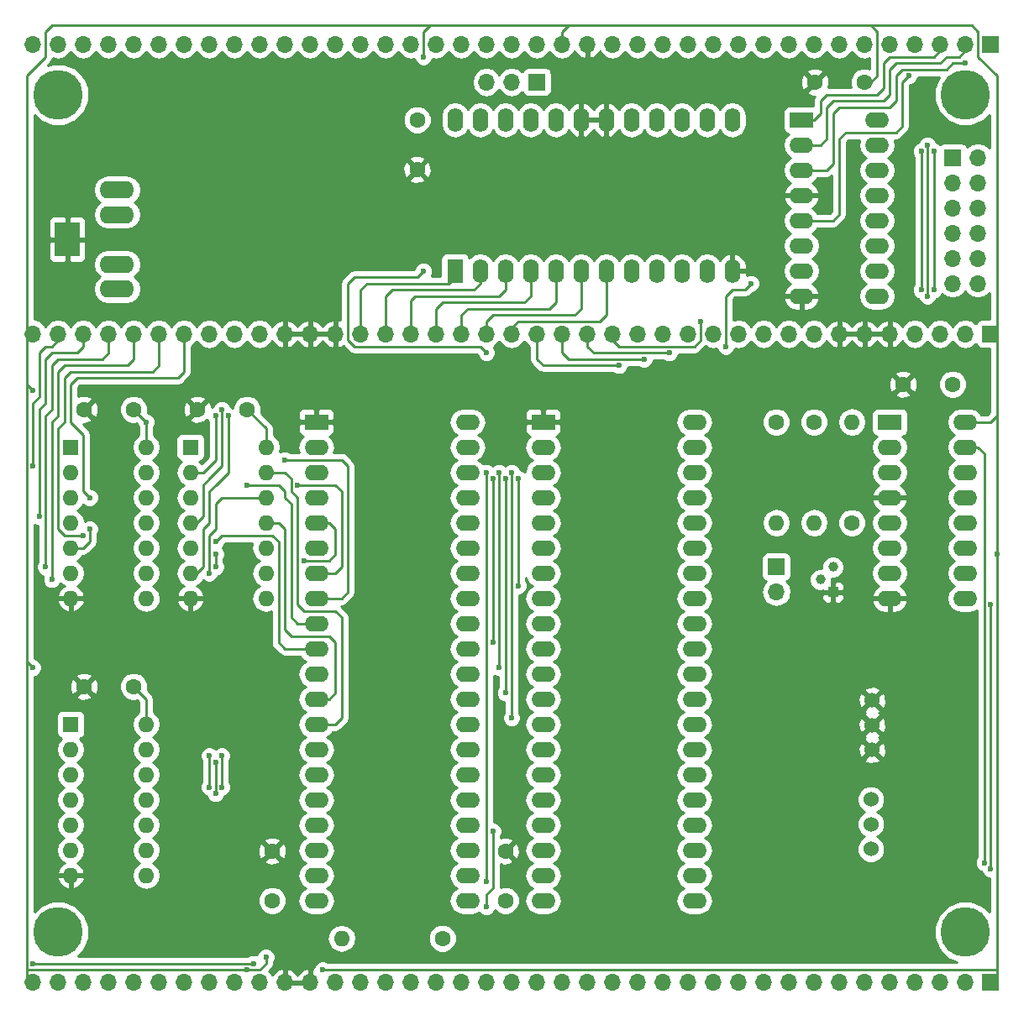
<source format=gbl>
G04 #@! TF.FileFunction,Copper,L2,Bot,Signal*
%FSLAX46Y46*%
G04 Gerber Fmt 4.6, Leading zero omitted, Abs format (unit mm)*
G04 Created by KiCad (PCBNEW 4.0.7) date 02/06/20 01:07:45*
%MOMM*%
%LPD*%
G01*
G04 APERTURE LIST*
%ADD10C,0.100000*%
%ADD11C,5.000000*%
%ADD12C,1.600000*%
%ADD13R,2.400000X1.600000*%
%ADD14O,2.400000X1.600000*%
%ADD15R,1.700000X1.700000*%
%ADD16O,1.700000X1.700000*%
%ADD17O,1.600000X1.600000*%
%ADD18R,1.600000X1.600000*%
%ADD19R,1.600000X2.400000*%
%ADD20O,1.600000X2.400000*%
%ADD21C,1.000000*%
%ADD22R,1.000000X1.000000*%
%ADD23C,1.524000*%
%ADD24R,2.500000X3.500000*%
%ADD25O,3.500000X1.750000*%
%ADD26C,0.600000*%
%ADD27C,0.250000*%
%ADD28C,0.254000*%
G04 APERTURE END LIST*
D10*
D11*
X104140000Y-140335000D03*
X195580000Y-140335000D03*
X195580000Y-55880000D03*
X104140000Y-55880000D03*
D12*
X125730000Y-137160000D03*
X125730000Y-132160000D03*
X194310000Y-85090000D03*
X189310000Y-85090000D03*
D13*
X179070000Y-58420000D03*
D14*
X186690000Y-76200000D03*
X179070000Y-60960000D03*
X186690000Y-73660000D03*
X179070000Y-63500000D03*
X186690000Y-71120000D03*
X179070000Y-66040000D03*
X186690000Y-68580000D03*
X179070000Y-68580000D03*
X186690000Y-66040000D03*
X179070000Y-71120000D03*
X186690000Y-63500000D03*
X179070000Y-73660000D03*
X186690000Y-60960000D03*
X179070000Y-76200000D03*
X186690000Y-58420000D03*
D13*
X130175000Y-88900000D03*
D14*
X145415000Y-137160000D03*
X130175000Y-91440000D03*
X145415000Y-134620000D03*
X130175000Y-93980000D03*
X145415000Y-132080000D03*
X130175000Y-96520000D03*
X145415000Y-129540000D03*
X130175000Y-99060000D03*
X145415000Y-127000000D03*
X130175000Y-101600000D03*
X145415000Y-124460000D03*
X130175000Y-104140000D03*
X145415000Y-121920000D03*
X130175000Y-106680000D03*
X145415000Y-119380000D03*
X130175000Y-109220000D03*
X145415000Y-116840000D03*
X130175000Y-111760000D03*
X145415000Y-114300000D03*
X130175000Y-114300000D03*
X145415000Y-111760000D03*
X130175000Y-116840000D03*
X145415000Y-109220000D03*
X130175000Y-119380000D03*
X145415000Y-106680000D03*
X130175000Y-121920000D03*
X145415000Y-104140000D03*
X130175000Y-124460000D03*
X145415000Y-101600000D03*
X130175000Y-127000000D03*
X145415000Y-99060000D03*
X130175000Y-129540000D03*
X145415000Y-96520000D03*
X130175000Y-132080000D03*
X145415000Y-93980000D03*
X130175000Y-134620000D03*
X145415000Y-91440000D03*
X130175000Y-137160000D03*
X145415000Y-88900000D03*
D13*
X187960000Y-88900000D03*
D14*
X195580000Y-106680000D03*
X187960000Y-91440000D03*
X195580000Y-104140000D03*
X187960000Y-93980000D03*
X195580000Y-101600000D03*
X187960000Y-96520000D03*
X195580000Y-99060000D03*
X187960000Y-99060000D03*
X195580000Y-96520000D03*
X187960000Y-101600000D03*
X195580000Y-93980000D03*
X187960000Y-104140000D03*
X195580000Y-91440000D03*
X187960000Y-106680000D03*
X195580000Y-88900000D03*
D15*
X152400000Y-54610000D03*
D16*
X149860000Y-54610000D03*
X147320000Y-54610000D03*
D12*
X185420000Y-54610000D03*
X180420000Y-54610000D03*
X111760000Y-87630000D03*
X106760000Y-87630000D03*
X123190000Y-87630000D03*
X118190000Y-87630000D03*
D15*
X194310000Y-62230000D03*
D16*
X196850000Y-62230000D03*
X194310000Y-64770000D03*
X196850000Y-64770000D03*
X194310000Y-67310000D03*
X196850000Y-67310000D03*
X194310000Y-69850000D03*
X196850000Y-69850000D03*
X194310000Y-72390000D03*
X196850000Y-72390000D03*
X194310000Y-74930000D03*
X196850000Y-74930000D03*
D15*
X198120000Y-145415000D03*
D16*
X195580000Y-145415000D03*
X193040000Y-145415000D03*
X190500000Y-145415000D03*
X187960000Y-145415000D03*
X185420000Y-145415000D03*
X182880000Y-145415000D03*
X180340000Y-145415000D03*
X177800000Y-145415000D03*
X175260000Y-145415000D03*
X172720000Y-145415000D03*
X170180000Y-145415000D03*
X167640000Y-145415000D03*
X165100000Y-145415000D03*
X162560000Y-145415000D03*
X160020000Y-145415000D03*
X157480000Y-145415000D03*
X154940000Y-145415000D03*
X152400000Y-145415000D03*
X149860000Y-145415000D03*
X147320000Y-145415000D03*
X144780000Y-145415000D03*
X142240000Y-145415000D03*
X139700000Y-145415000D03*
X137160000Y-145415000D03*
X134620000Y-145415000D03*
X132080000Y-145415000D03*
X129540000Y-145415000D03*
X127000000Y-145415000D03*
X124460000Y-145415000D03*
X121920000Y-145415000D03*
X119380000Y-145415000D03*
X116840000Y-145415000D03*
X114300000Y-145415000D03*
X111760000Y-145415000D03*
X109220000Y-145415000D03*
X106680000Y-145415000D03*
X104140000Y-145415000D03*
X101600000Y-145415000D03*
D15*
X198120000Y-80010000D03*
D16*
X195580000Y-80010000D03*
X193040000Y-80010000D03*
X190500000Y-80010000D03*
X187960000Y-80010000D03*
X185420000Y-80010000D03*
X182880000Y-80010000D03*
X180340000Y-80010000D03*
X177800000Y-80010000D03*
X175260000Y-80010000D03*
X172720000Y-80010000D03*
X170180000Y-80010000D03*
X167640000Y-80010000D03*
X165100000Y-80010000D03*
X162560000Y-80010000D03*
X160020000Y-80010000D03*
X157480000Y-80010000D03*
X154940000Y-80010000D03*
X152400000Y-80010000D03*
X149860000Y-80010000D03*
X147320000Y-80010000D03*
X144780000Y-80010000D03*
X142240000Y-80010000D03*
X139700000Y-80010000D03*
X137160000Y-80010000D03*
X134620000Y-80010000D03*
X132080000Y-80010000D03*
X129540000Y-80010000D03*
X127000000Y-80010000D03*
X124460000Y-80010000D03*
X121920000Y-80010000D03*
X119380000Y-80010000D03*
X116840000Y-80010000D03*
X114300000Y-80010000D03*
X111760000Y-80010000D03*
X109220000Y-80010000D03*
X106680000Y-80010000D03*
X104140000Y-80010000D03*
X101600000Y-80010000D03*
D12*
X180340000Y-88900000D03*
D17*
X180340000Y-99060000D03*
D18*
X105410000Y-91440000D03*
D17*
X113030000Y-106680000D03*
X105410000Y-93980000D03*
X113030000Y-104140000D03*
X105410000Y-96520000D03*
X113030000Y-101600000D03*
X105410000Y-99060000D03*
X113030000Y-99060000D03*
X105410000Y-101600000D03*
X113030000Y-96520000D03*
X105410000Y-104140000D03*
X113030000Y-93980000D03*
X105410000Y-106680000D03*
X113030000Y-91440000D03*
D18*
X117475000Y-91440000D03*
D17*
X125095000Y-106680000D03*
X117475000Y-93980000D03*
X125095000Y-104140000D03*
X117475000Y-96520000D03*
X125095000Y-101600000D03*
X117475000Y-99060000D03*
X125095000Y-99060000D03*
X117475000Y-101600000D03*
X125095000Y-96520000D03*
X117475000Y-104140000D03*
X125095000Y-93980000D03*
X117475000Y-106680000D03*
X125095000Y-91440000D03*
D18*
X105410000Y-119380000D03*
D17*
X113030000Y-134620000D03*
X105410000Y-121920000D03*
X113030000Y-132080000D03*
X105410000Y-124460000D03*
X113030000Y-129540000D03*
X105410000Y-127000000D03*
X113030000Y-127000000D03*
X105410000Y-129540000D03*
X113030000Y-124460000D03*
X105410000Y-132080000D03*
X113030000Y-121920000D03*
X105410000Y-134620000D03*
X113030000Y-119380000D03*
D13*
X153035000Y-88900000D03*
D14*
X168275000Y-137160000D03*
X153035000Y-91440000D03*
X168275000Y-134620000D03*
X153035000Y-93980000D03*
X168275000Y-132080000D03*
X153035000Y-96520000D03*
X168275000Y-129540000D03*
X153035000Y-99060000D03*
X168275000Y-127000000D03*
X153035000Y-101600000D03*
X168275000Y-124460000D03*
X153035000Y-104140000D03*
X168275000Y-121920000D03*
X153035000Y-106680000D03*
X168275000Y-119380000D03*
X153035000Y-109220000D03*
X168275000Y-116840000D03*
X153035000Y-111760000D03*
X168275000Y-114300000D03*
X153035000Y-114300000D03*
X168275000Y-111760000D03*
X153035000Y-116840000D03*
X168275000Y-109220000D03*
X153035000Y-119380000D03*
X168275000Y-106680000D03*
X153035000Y-121920000D03*
X168275000Y-104140000D03*
X153035000Y-124460000D03*
X168275000Y-101600000D03*
X153035000Y-127000000D03*
X168275000Y-99060000D03*
X153035000Y-129540000D03*
X168275000Y-96520000D03*
X153035000Y-132080000D03*
X168275000Y-93980000D03*
X153035000Y-134620000D03*
X168275000Y-91440000D03*
X153035000Y-137160000D03*
X168275000Y-88900000D03*
D19*
X144145000Y-73660000D03*
D20*
X172085000Y-58420000D03*
X146685000Y-73660000D03*
X169545000Y-58420000D03*
X149225000Y-73660000D03*
X167005000Y-58420000D03*
X151765000Y-73660000D03*
X164465000Y-58420000D03*
X154305000Y-73660000D03*
X161925000Y-58420000D03*
X156845000Y-73660000D03*
X159385000Y-58420000D03*
X159385000Y-73660000D03*
X156845000Y-58420000D03*
X161925000Y-73660000D03*
X154305000Y-58420000D03*
X164465000Y-73660000D03*
X151765000Y-58420000D03*
X167005000Y-73660000D03*
X149225000Y-58420000D03*
X169545000Y-73660000D03*
X146685000Y-58420000D03*
X172085000Y-73660000D03*
X144145000Y-58420000D03*
D15*
X198120000Y-50800000D03*
D16*
X195580000Y-50800000D03*
X193040000Y-50800000D03*
X190500000Y-50800000D03*
X187960000Y-50800000D03*
X185420000Y-50800000D03*
X182880000Y-50800000D03*
X180340000Y-50800000D03*
X177800000Y-50800000D03*
X175260000Y-50800000D03*
X172720000Y-50800000D03*
X170180000Y-50800000D03*
X167640000Y-50800000D03*
X165100000Y-50800000D03*
X162560000Y-50800000D03*
X160020000Y-50800000D03*
X157480000Y-50800000D03*
X154940000Y-50800000D03*
X152400000Y-50800000D03*
X149860000Y-50800000D03*
X147320000Y-50800000D03*
X144780000Y-50800000D03*
X142240000Y-50800000D03*
X139700000Y-50800000D03*
X137160000Y-50800000D03*
X134620000Y-50800000D03*
X132080000Y-50800000D03*
X129540000Y-50800000D03*
X127000000Y-50800000D03*
X124460000Y-50800000D03*
X121920000Y-50800000D03*
X119380000Y-50800000D03*
X116840000Y-50800000D03*
X114300000Y-50800000D03*
X111760000Y-50800000D03*
X109220000Y-50800000D03*
X106680000Y-50800000D03*
X104140000Y-50800000D03*
X101600000Y-50800000D03*
D12*
X111760000Y-115570000D03*
X106760000Y-115570000D03*
X149225000Y-137160000D03*
X149225000Y-132160000D03*
D21*
X180975000Y-104775000D03*
X182245000Y-103505000D03*
D22*
X182245000Y-106045000D03*
D12*
X184150000Y-99060000D03*
D17*
X184150000Y-88900000D03*
D12*
X176530000Y-88900000D03*
D17*
X176530000Y-99060000D03*
D23*
X186182000Y-121960000D03*
X186055000Y-126960000D03*
X186182000Y-119460000D03*
X186055000Y-129460000D03*
X186055000Y-131960000D03*
X186182000Y-116960000D03*
D24*
X105084000Y-70485000D03*
D25*
X110090000Y-65485000D03*
X110090000Y-75485000D03*
X110090000Y-67985000D03*
X110090000Y-72985000D03*
D15*
X176530000Y-103505000D03*
D16*
X176530000Y-106045000D03*
D12*
X142875000Y-140970000D03*
D17*
X132715000Y-140970000D03*
D12*
X140335000Y-58420000D03*
X140335000Y-63420000D03*
D26*
X140970000Y-52070000D03*
X125095000Y-142875000D03*
X123190000Y-144145000D03*
X101600000Y-113665000D03*
X113030000Y-88900000D03*
X101600000Y-85725000D03*
X130810000Y-144145000D03*
X198755000Y-102235000D03*
X173990000Y-74930000D03*
X171450000Y-81280000D03*
X140970000Y-73660000D03*
X147320000Y-93980000D03*
X147320000Y-81915000D03*
X147320000Y-135255000D03*
X107315000Y-99695000D03*
X128905000Y-102870000D03*
X128270000Y-95250000D03*
X127000000Y-92710000D03*
X123190000Y-95250000D03*
X120015000Y-100965000D03*
X198120000Y-133985000D03*
X198120000Y-107315000D03*
X147955000Y-111125000D03*
X147955000Y-94615000D03*
X148590000Y-93980000D03*
X148590000Y-113665000D03*
X149225000Y-116205000D03*
X149225000Y-94615000D03*
X149860000Y-118745000D03*
X149860000Y-93980000D03*
X195580000Y-52705000D03*
X189865000Y-53975000D03*
X191135000Y-75565000D03*
X191135000Y-61595000D03*
X191770000Y-76200000D03*
X191770000Y-60960000D03*
X192405000Y-75565000D03*
X192405000Y-61595000D03*
X119380000Y-122555000D03*
X119380000Y-125730000D03*
X119380000Y-104140000D03*
X120015000Y-103505000D03*
X120015000Y-102235000D03*
X120015000Y-126365000D03*
X120015000Y-123190000D03*
X120650000Y-125730000D03*
X120650000Y-122555000D03*
X121285000Y-88265000D03*
X120650000Y-87630000D03*
X120015000Y-88265000D03*
X107315000Y-96520000D03*
X106680000Y-100330000D03*
X103505000Y-104775000D03*
X102870000Y-103505000D03*
X102235000Y-98425000D03*
X101600000Y-93345000D03*
X123825000Y-143510000D03*
X101600000Y-143510000D03*
X147320000Y-137795000D03*
X147955000Y-130175000D03*
X197485000Y-133350000D03*
X168910000Y-78740000D03*
X165735000Y-81915000D03*
X163195000Y-82550000D03*
X160655000Y-83185000D03*
X150495000Y-105410000D03*
X150495000Y-94615000D03*
D27*
X140970000Y-49530000D02*
X141605000Y-48895000D01*
X140970000Y-52070000D02*
X140970000Y-49530000D01*
X186055000Y-48895000D02*
X186690000Y-49530000D01*
X186690000Y-53975000D02*
X186055000Y-54610000D01*
X186690000Y-49530000D02*
X186690000Y-53975000D01*
X186055000Y-54610000D02*
X185420000Y-54610000D01*
X123190000Y-144145000D02*
X124460000Y-144145000D01*
X125095000Y-143510000D02*
X125095000Y-142875000D01*
X124460000Y-144145000D02*
X125095000Y-143510000D01*
X101600000Y-113665000D02*
X100965000Y-113030000D01*
X125095000Y-91440000D02*
X125095000Y-89535000D01*
X125095000Y-89535000D02*
X123190000Y-87630000D01*
X113030000Y-91440000D02*
X113030000Y-88900000D01*
X113030000Y-88900000D02*
X111760000Y-87630000D01*
X100965000Y-85090000D02*
X101600000Y-85725000D01*
X113030000Y-119380000D02*
X113030000Y-116840000D01*
X113030000Y-116840000D02*
X111760000Y-115570000D01*
X102235000Y-144145000D02*
X100965000Y-144145000D01*
X102235000Y-144145000D02*
X123190000Y-144145000D01*
X198755000Y-144145000D02*
X130810000Y-144145000D01*
X101600000Y-80010000D02*
X100965000Y-80645000D01*
X100965000Y-80645000D02*
X100965000Y-85090000D01*
X100965000Y-85090000D02*
X100965000Y-113030000D01*
X100965000Y-113030000D02*
X100965000Y-144145000D01*
X100965000Y-144780000D02*
X101600000Y-145415000D01*
X100965000Y-144145000D02*
X100965000Y-144780000D01*
X102870000Y-52070000D02*
X100965000Y-53975000D01*
X100965000Y-53975000D02*
X100965000Y-79375000D01*
X100965000Y-79375000D02*
X101600000Y-80010000D01*
X141605000Y-48895000D02*
X103505000Y-48895000D01*
X102870000Y-49530000D02*
X102870000Y-52070000D01*
X103505000Y-48895000D02*
X102870000Y-49530000D01*
X144145000Y-48895000D02*
X141605000Y-48895000D01*
X155575000Y-48895000D02*
X144145000Y-48895000D01*
X195580000Y-88900000D02*
X198120000Y-88900000D01*
X198120000Y-88900000D02*
X198755000Y-88265000D01*
X198120000Y-80010000D02*
X198755000Y-80645000D01*
X198755000Y-80645000D02*
X198755000Y-88265000D01*
X198755000Y-88265000D02*
X198755000Y-102235000D01*
X198755000Y-102235000D02*
X198755000Y-144145000D01*
X198755000Y-144145000D02*
X198755000Y-144780000D01*
X198755000Y-144780000D02*
X198120000Y-145415000D01*
X196215000Y-48895000D02*
X196850000Y-49530000D01*
X183515000Y-48895000D02*
X186055000Y-48895000D01*
X186055000Y-48895000D02*
X196215000Y-48895000D01*
X196850000Y-52070000D02*
X198755000Y-53975000D01*
X196850000Y-49530000D02*
X196850000Y-52070000D01*
X198755000Y-79375000D02*
X198755000Y-53975000D01*
X198755000Y-79375000D02*
X198120000Y-80010000D01*
X154940000Y-50800000D02*
X154940000Y-49530000D01*
X155575000Y-48895000D02*
X183515000Y-48895000D01*
X154940000Y-49530000D02*
X155575000Y-48895000D01*
X173355000Y-75565000D02*
X173990000Y-74930000D01*
X172085000Y-75565000D02*
X173355000Y-75565000D01*
X171450000Y-76200000D02*
X172085000Y-75565000D01*
X171450000Y-81280000D02*
X171450000Y-76200000D01*
X133985000Y-81280000D02*
X146685000Y-81280000D01*
X140970000Y-73660000D02*
X140335000Y-74295000D01*
X140335000Y-74295000D02*
X133985000Y-74295000D01*
X133985000Y-74295000D02*
X133350000Y-74930000D01*
X133350000Y-74930000D02*
X133350000Y-80645000D01*
X133350000Y-80645000D02*
X133985000Y-81280000D01*
X147320000Y-93980000D02*
X147320000Y-133350000D01*
X146685000Y-81280000D02*
X147320000Y-81915000D01*
X147320000Y-133350000D02*
X147320000Y-135255000D01*
X106680000Y-101600000D02*
X105410000Y-101600000D01*
X107315000Y-100965000D02*
X106680000Y-101600000D01*
X107315000Y-99695000D02*
X107315000Y-100965000D01*
X130175000Y-99060000D02*
X131445000Y-99060000D01*
X131445000Y-102870000D02*
X128905000Y-102870000D01*
X132080000Y-102235000D02*
X131445000Y-102870000D01*
X132080000Y-99695000D02*
X132080000Y-102235000D01*
X131445000Y-99060000D02*
X132080000Y-99695000D01*
X132080000Y-104140000D02*
X132715000Y-103505000D01*
X132715000Y-95885000D02*
X132080000Y-95250000D01*
X132715000Y-103505000D02*
X132715000Y-95885000D01*
X128270000Y-95250000D02*
X132080000Y-95250000D01*
X132080000Y-104140000D02*
X130175000Y-104140000D01*
X132715000Y-92710000D02*
X133350000Y-93345000D01*
X133350000Y-106045000D02*
X132715000Y-106680000D01*
X133350000Y-93345000D02*
X133350000Y-106045000D01*
X132715000Y-92710000D02*
X127000000Y-92710000D01*
X132715000Y-106680000D02*
X130175000Y-106680000D01*
X128270000Y-109220000D02*
X130175000Y-109220000D01*
X127635000Y-108585000D02*
X128270000Y-109220000D01*
X127635000Y-97155000D02*
X127635000Y-108585000D01*
X127000000Y-96520000D02*
X127635000Y-97155000D01*
X127000000Y-95885000D02*
X127000000Y-96520000D01*
X126365000Y-95250000D02*
X127000000Y-95885000D01*
X123190000Y-95250000D02*
X126365000Y-95250000D01*
X123825000Y-100330000D02*
X120650000Y-100330000D01*
X120650000Y-100330000D02*
X120015000Y-100965000D01*
X127000000Y-111760000D02*
X130175000Y-111760000D01*
X126365000Y-111125000D02*
X127000000Y-111760000D01*
X126365000Y-100965000D02*
X126365000Y-111125000D01*
X125730000Y-100330000D02*
X126365000Y-100965000D01*
X123825000Y-100330000D02*
X125730000Y-100330000D01*
X131445000Y-116840000D02*
X132080000Y-116205000D01*
X132080000Y-111125000D02*
X131445000Y-110490000D01*
X132080000Y-116205000D02*
X132080000Y-111125000D01*
X125095000Y-99060000D02*
X126365000Y-99060000D01*
X127635000Y-110490000D02*
X131445000Y-110490000D01*
X127000000Y-109855000D02*
X127635000Y-110490000D01*
X127000000Y-99695000D02*
X127000000Y-109855000D01*
X126365000Y-99060000D02*
X127000000Y-99695000D01*
X131445000Y-116840000D02*
X130175000Y-116840000D01*
X132080000Y-107950000D02*
X132715000Y-108585000D01*
X132715000Y-118745000D02*
X132080000Y-119380000D01*
X132715000Y-108585000D02*
X132715000Y-118745000D01*
X125095000Y-93980000D02*
X127000000Y-93980000D01*
X128905000Y-107950000D02*
X132080000Y-107950000D01*
X128270000Y-107315000D02*
X128905000Y-107950000D01*
X128270000Y-96520000D02*
X128270000Y-107315000D01*
X127635000Y-95885000D02*
X128270000Y-96520000D01*
X127635000Y-94615000D02*
X127635000Y-95885000D01*
X127000000Y-93980000D02*
X127635000Y-94615000D01*
X132080000Y-119380000D02*
X130175000Y-119380000D01*
X198120000Y-107315000D02*
X198120000Y-133985000D01*
X147955000Y-94615000D02*
X147955000Y-111125000D01*
X148590000Y-113665000D02*
X148590000Y-93980000D01*
X149225000Y-94615000D02*
X149225000Y-116205000D01*
X149860000Y-93980000D02*
X149860000Y-118745000D01*
X189230000Y-52070000D02*
X187960000Y-52070000D01*
X192405000Y-52070000D02*
X189230000Y-52070000D01*
X193040000Y-51435000D02*
X192405000Y-52070000D01*
X180340000Y-58420000D02*
X179070000Y-58420000D01*
X180975000Y-57785000D02*
X180340000Y-58420000D01*
X180975000Y-56515000D02*
X180975000Y-57785000D01*
X181610000Y-55880000D02*
X180975000Y-56515000D01*
X186690000Y-55880000D02*
X181610000Y-55880000D01*
X187325000Y-55245000D02*
X186690000Y-55880000D01*
X187325000Y-52705000D02*
X187325000Y-55245000D01*
X187960000Y-52070000D02*
X187325000Y-52705000D01*
X193040000Y-50800000D02*
X193040000Y-51435000D01*
X179070000Y-60960000D02*
X180975000Y-60960000D01*
X193040000Y-52705000D02*
X189865000Y-52705000D01*
X193675000Y-52070000D02*
X193040000Y-52705000D01*
X194945000Y-52070000D02*
X193675000Y-52070000D01*
X194945000Y-52070000D02*
X195580000Y-51435000D01*
X188595000Y-52705000D02*
X189865000Y-52705000D01*
X187960000Y-53340000D02*
X188595000Y-52705000D01*
X187960000Y-55880000D02*
X187960000Y-53340000D01*
X187325000Y-56515000D02*
X187960000Y-55880000D01*
X182245000Y-56515000D02*
X187325000Y-56515000D01*
X181610000Y-57150000D02*
X182245000Y-56515000D01*
X181610000Y-60325000D02*
X181610000Y-57150000D01*
X180975000Y-60960000D02*
X181610000Y-60325000D01*
X195580000Y-50800000D02*
X195580000Y-51435000D01*
X189230000Y-53340000D02*
X188595000Y-53975000D01*
X188595000Y-53975000D02*
X188595000Y-56515000D01*
X188595000Y-56515000D02*
X187960000Y-57150000D01*
X187960000Y-57150000D02*
X182880000Y-57150000D01*
X182880000Y-57150000D02*
X182245000Y-57785000D01*
X182245000Y-57785000D02*
X182245000Y-62865000D01*
X182245000Y-62865000D02*
X181610000Y-63500000D01*
X179070000Y-63500000D02*
X181610000Y-63500000D01*
X195580000Y-52705000D02*
X194310000Y-52705000D01*
X194310000Y-52705000D02*
X193675000Y-53340000D01*
X193675000Y-53340000D02*
X190500000Y-53340000D01*
X190500000Y-53340000D02*
X189230000Y-53340000D01*
X189230000Y-57150000D02*
X189230000Y-59055000D01*
X188595000Y-59690000D02*
X187960000Y-59690000D01*
X189230000Y-59055000D02*
X188595000Y-59690000D01*
X189230000Y-54610000D02*
X189230000Y-57150000D01*
X189865000Y-53975000D02*
X189230000Y-54610000D01*
X179070000Y-68580000D02*
X182245000Y-68580000D01*
X183515000Y-59690000D02*
X187960000Y-59690000D01*
X182880000Y-60325000D02*
X183515000Y-59690000D01*
X182880000Y-67945000D02*
X182880000Y-60325000D01*
X182245000Y-68580000D02*
X182880000Y-67945000D01*
X191135000Y-61595000D02*
X191135000Y-75565000D01*
X191770000Y-60960000D02*
X191770000Y-76200000D01*
X192405000Y-61595000D02*
X192405000Y-75565000D01*
X119380000Y-122555000D02*
X119380000Y-125730000D01*
X125095000Y-96520000D02*
X120650000Y-96520000D01*
X119380000Y-100330000D02*
X119380000Y-104140000D01*
X120015000Y-99695000D02*
X119380000Y-100330000D01*
X120015000Y-97155000D02*
X120015000Y-99695000D01*
X120650000Y-96520000D02*
X120015000Y-97155000D01*
X120015000Y-123825000D02*
X120015000Y-123190000D01*
X120015000Y-102870000D02*
X120015000Y-103505000D01*
X120015000Y-102235000D02*
X120015000Y-102870000D01*
X120015000Y-126365000D02*
X120015000Y-123825000D01*
X120650000Y-122555000D02*
X120650000Y-125730000D01*
X120015000Y-95250000D02*
X121285000Y-93980000D01*
X119380000Y-99060000D02*
X118745000Y-99695000D01*
X118745000Y-103505000D02*
X118110000Y-104140000D01*
X118745000Y-99695000D02*
X118745000Y-103505000D01*
X118110000Y-104140000D02*
X117475000Y-104140000D01*
X119380000Y-95885000D02*
X119380000Y-99060000D01*
X120015000Y-95250000D02*
X119380000Y-95885000D01*
X121285000Y-88265000D02*
X121285000Y-93980000D01*
X119380000Y-94615000D02*
X120650000Y-93345000D01*
X118745000Y-98425000D02*
X118110000Y-99060000D01*
X118745000Y-95250000D02*
X118745000Y-98425000D01*
X119380000Y-94615000D02*
X118745000Y-95250000D01*
X118110000Y-99060000D02*
X117475000Y-99060000D01*
X120650000Y-87630000D02*
X120650000Y-93345000D01*
X117475000Y-93980000D02*
X118745000Y-93980000D01*
X118745000Y-93980000D02*
X120015000Y-92710000D01*
X120015000Y-88265000D02*
X120015000Y-92710000D01*
X116840000Y-83820000D02*
X116840000Y-80010000D01*
X116205000Y-84455000D02*
X116840000Y-83820000D01*
X106045000Y-84455000D02*
X116205000Y-84455000D01*
X105410000Y-85090000D02*
X106045000Y-84455000D01*
X105410000Y-88900000D02*
X105410000Y-85090000D01*
X106680000Y-90170000D02*
X105410000Y-88900000D01*
X106680000Y-95885000D02*
X106680000Y-90170000D01*
X107315000Y-96520000D02*
X106680000Y-95885000D01*
X114300000Y-80010000D02*
X114300000Y-83185000D01*
X104775000Y-100330000D02*
X106680000Y-100330000D01*
X104140000Y-99695000D02*
X104775000Y-100330000D01*
X104140000Y-89535000D02*
X104140000Y-99695000D01*
X104775000Y-88900000D02*
X104140000Y-89535000D01*
X104775000Y-84455000D02*
X104775000Y-88900000D01*
X105410000Y-83820000D02*
X104775000Y-84455000D01*
X113665000Y-83820000D02*
X105410000Y-83820000D01*
X114300000Y-83185000D02*
X113665000Y-83820000D01*
X111760000Y-80010000D02*
X111760000Y-82550000D01*
X103505000Y-88900000D02*
X103505000Y-104775000D01*
X104140000Y-88265000D02*
X103505000Y-88900000D01*
X104140000Y-83820000D02*
X104140000Y-88265000D01*
X104775000Y-83185000D02*
X104140000Y-83820000D01*
X111125000Y-83185000D02*
X104775000Y-83185000D01*
X111760000Y-82550000D02*
X111125000Y-83185000D01*
X104775000Y-82550000D02*
X104140000Y-82550000D01*
X102870000Y-88265000D02*
X102870000Y-103505000D01*
X103505000Y-87630000D02*
X102870000Y-88265000D01*
X103505000Y-83185000D02*
X103505000Y-87630000D01*
X104140000Y-82550000D02*
X103505000Y-83185000D01*
X109220000Y-80010000D02*
X109220000Y-81915000D01*
X108585000Y-82550000D02*
X104775000Y-82550000D01*
X109220000Y-81915000D02*
X108585000Y-82550000D01*
X103505000Y-81915000D02*
X104140000Y-81915000D01*
X102870000Y-82550000D02*
X103505000Y-81915000D01*
X102870000Y-86995000D02*
X102870000Y-82550000D01*
X102235000Y-87630000D02*
X102870000Y-86995000D01*
X102235000Y-98425000D02*
X102235000Y-87630000D01*
X106680000Y-80010000D02*
X106680000Y-81280000D01*
X106045000Y-81915000D02*
X104140000Y-81915000D01*
X106680000Y-81280000D02*
X106045000Y-81915000D01*
X103505000Y-81280000D02*
X102870000Y-81280000D01*
X101600000Y-86995000D02*
X101600000Y-93345000D01*
X102235000Y-86360000D02*
X101600000Y-86995000D01*
X102235000Y-81915000D02*
X102235000Y-86360000D01*
X102870000Y-81280000D02*
X102235000Y-81915000D01*
X104140000Y-80010000D02*
X104140000Y-80645000D01*
X104140000Y-80645000D02*
X103505000Y-81280000D01*
X101600000Y-143510000D02*
X123825000Y-143510000D01*
X147320000Y-136525000D02*
X147320000Y-137795000D01*
X147955000Y-135890000D02*
X147320000Y-136525000D01*
X147955000Y-130175000D02*
X147955000Y-135890000D01*
X196850000Y-91440000D02*
X195580000Y-91440000D01*
X197485000Y-92075000D02*
X196850000Y-91440000D01*
X197485000Y-133350000D02*
X197485000Y-92075000D01*
X160020000Y-80010000D02*
X160020000Y-80645000D01*
X160020000Y-80645000D02*
X160655000Y-81280000D01*
X160655000Y-81280000D02*
X168275000Y-81280000D01*
X168275000Y-81280000D02*
X168910000Y-80645000D01*
X168910000Y-80645000D02*
X168910000Y-78740000D01*
X157480000Y-80010000D02*
X157480000Y-81280000D01*
X158115000Y-81915000D02*
X165735000Y-81915000D01*
X157480000Y-81280000D02*
X158115000Y-81915000D01*
X154940000Y-80010000D02*
X154940000Y-81915000D01*
X155575000Y-82550000D02*
X163195000Y-82550000D01*
X154940000Y-81915000D02*
X155575000Y-82550000D01*
X152400000Y-80010000D02*
X152400000Y-82550000D01*
X153035000Y-83185000D02*
X160655000Y-83185000D01*
X152400000Y-82550000D02*
X153035000Y-83185000D01*
X149860000Y-80010000D02*
X149860000Y-79375000D01*
X149860000Y-79375000D02*
X150495000Y-78740000D01*
X150495000Y-78740000D02*
X158750000Y-78740000D01*
X158750000Y-78740000D02*
X159385000Y-78105000D01*
X159385000Y-78105000D02*
X159385000Y-73660000D01*
X147320000Y-80010000D02*
X147320000Y-78740000D01*
X156845000Y-77470000D02*
X156845000Y-73660000D01*
X156210000Y-78105000D02*
X156845000Y-77470000D01*
X147955000Y-78105000D02*
X156210000Y-78105000D01*
X147320000Y-78740000D02*
X147955000Y-78105000D01*
X144780000Y-80010000D02*
X144780000Y-78105000D01*
X154305000Y-76835000D02*
X154305000Y-73660000D01*
X153670000Y-77470000D02*
X154305000Y-76835000D01*
X145415000Y-77470000D02*
X153670000Y-77470000D01*
X144780000Y-78105000D02*
X145415000Y-77470000D01*
X142240000Y-80010000D02*
X142240000Y-77470000D01*
X151765000Y-76200000D02*
X151765000Y-73660000D01*
X151130000Y-76835000D02*
X151765000Y-76200000D01*
X142875000Y-76835000D02*
X151130000Y-76835000D01*
X142240000Y-77470000D02*
X142875000Y-76835000D01*
X139700000Y-80010000D02*
X139700000Y-76650002D01*
X149225000Y-75565000D02*
X149225000Y-73660000D01*
X148590000Y-76200000D02*
X149225000Y-75565000D01*
X140150002Y-76200000D02*
X148590000Y-76200000D01*
X139700000Y-76650002D02*
X140150002Y-76200000D01*
X137160000Y-80010000D02*
X137160000Y-76200000D01*
X146685000Y-74930000D02*
X146685000Y-73660000D01*
X146050000Y-75565000D02*
X146685000Y-74930000D01*
X137795000Y-75565000D02*
X146050000Y-75565000D01*
X137160000Y-76200000D02*
X137795000Y-75565000D01*
X144145000Y-73660000D02*
X144145000Y-74295000D01*
X144145000Y-74295000D02*
X143510000Y-74930000D01*
X143510000Y-74930000D02*
X135255000Y-74930000D01*
X135255000Y-74930000D02*
X134620000Y-75565000D01*
X134620000Y-75565000D02*
X134620000Y-80010000D01*
X150495000Y-94615000D02*
X150495000Y-105410000D01*
D28*
G36*
X157607000Y-50673000D02*
X157627000Y-50673000D01*
X157627000Y-50927000D01*
X157607000Y-50927000D01*
X157607000Y-52120155D01*
X157836890Y-52241476D01*
X158246924Y-52071645D01*
X158675183Y-51681358D01*
X158742298Y-51538447D01*
X158969946Y-51879147D01*
X159451715Y-52201054D01*
X160020000Y-52314093D01*
X160588285Y-52201054D01*
X161070054Y-51879147D01*
X161290000Y-51549974D01*
X161509946Y-51879147D01*
X161991715Y-52201054D01*
X162560000Y-52314093D01*
X163128285Y-52201054D01*
X163610054Y-51879147D01*
X163830000Y-51549974D01*
X164049946Y-51879147D01*
X164531715Y-52201054D01*
X165100000Y-52314093D01*
X165668285Y-52201054D01*
X166150054Y-51879147D01*
X166370000Y-51549974D01*
X166589946Y-51879147D01*
X167071715Y-52201054D01*
X167640000Y-52314093D01*
X168208285Y-52201054D01*
X168690054Y-51879147D01*
X168910000Y-51549974D01*
X169129946Y-51879147D01*
X169611715Y-52201054D01*
X170180000Y-52314093D01*
X170748285Y-52201054D01*
X171230054Y-51879147D01*
X171450000Y-51549974D01*
X171669946Y-51879147D01*
X172151715Y-52201054D01*
X172720000Y-52314093D01*
X173288285Y-52201054D01*
X173770054Y-51879147D01*
X173990000Y-51549974D01*
X174209946Y-51879147D01*
X174691715Y-52201054D01*
X175260000Y-52314093D01*
X175828285Y-52201054D01*
X176310054Y-51879147D01*
X176530000Y-51549974D01*
X176749946Y-51879147D01*
X177231715Y-52201054D01*
X177800000Y-52314093D01*
X178368285Y-52201054D01*
X178850054Y-51879147D01*
X179070000Y-51549974D01*
X179289946Y-51879147D01*
X179771715Y-52201054D01*
X180340000Y-52314093D01*
X180908285Y-52201054D01*
X181390054Y-51879147D01*
X181610000Y-51549974D01*
X181829946Y-51879147D01*
X182311715Y-52201054D01*
X182880000Y-52314093D01*
X183448285Y-52201054D01*
X183930054Y-51879147D01*
X184150000Y-51549974D01*
X184369946Y-51879147D01*
X184851715Y-52201054D01*
X185420000Y-52314093D01*
X185930000Y-52212648D01*
X185930000Y-53267976D01*
X185706691Y-53175250D01*
X185135813Y-53174752D01*
X184608200Y-53392757D01*
X184204176Y-53796077D01*
X183985250Y-54323309D01*
X183984752Y-54894187D01*
X184078056Y-55120000D01*
X181761569Y-55120000D01*
X181866965Y-54826777D01*
X181839778Y-54256546D01*
X181673864Y-53855995D01*
X181427745Y-53781861D01*
X180599605Y-54610000D01*
X180613748Y-54624143D01*
X180434142Y-54803748D01*
X180420000Y-54789605D01*
X179591861Y-55617745D01*
X179665995Y-55863864D01*
X180203223Y-56056965D01*
X180390536Y-56048034D01*
X180272852Y-56224161D01*
X180215000Y-56515000D01*
X180215000Y-56972560D01*
X177870000Y-56972560D01*
X177634683Y-57016838D01*
X177418559Y-57155910D01*
X177273569Y-57368110D01*
X177222560Y-57620000D01*
X177222560Y-59220000D01*
X177266838Y-59455317D01*
X177405910Y-59671441D01*
X177618110Y-59816431D01*
X177767074Y-59846597D01*
X177619352Y-59945302D01*
X177308283Y-60410849D01*
X177199050Y-60960000D01*
X177308283Y-61509151D01*
X177619352Y-61974698D01*
X178001438Y-62230000D01*
X177619352Y-62485302D01*
X177308283Y-62950849D01*
X177199050Y-63500000D01*
X177308283Y-64049151D01*
X177619352Y-64514698D01*
X177997707Y-64767507D01*
X177565500Y-65115104D01*
X177295633Y-65608181D01*
X177278096Y-65690961D01*
X177400085Y-65913000D01*
X178943000Y-65913000D01*
X178943000Y-65893000D01*
X179197000Y-65893000D01*
X179197000Y-65913000D01*
X180739915Y-65913000D01*
X180861904Y-65690961D01*
X180844367Y-65608181D01*
X180574500Y-65115104D01*
X180142293Y-64767507D01*
X180520648Y-64514698D01*
X180690832Y-64260000D01*
X181610000Y-64260000D01*
X181900839Y-64202148D01*
X182120000Y-64055710D01*
X182120000Y-67630198D01*
X181930198Y-67820000D01*
X180690832Y-67820000D01*
X180520648Y-67565302D01*
X180142293Y-67312493D01*
X180574500Y-66964896D01*
X180844367Y-66471819D01*
X180861904Y-66389039D01*
X180739915Y-66167000D01*
X179197000Y-66167000D01*
X179197000Y-66187000D01*
X178943000Y-66187000D01*
X178943000Y-66167000D01*
X177400085Y-66167000D01*
X177278096Y-66389039D01*
X177295633Y-66471819D01*
X177565500Y-66964896D01*
X177997707Y-67312493D01*
X177619352Y-67565302D01*
X177308283Y-68030849D01*
X177199050Y-68580000D01*
X177308283Y-69129151D01*
X177619352Y-69594698D01*
X178001438Y-69850000D01*
X177619352Y-70105302D01*
X177308283Y-70570849D01*
X177199050Y-71120000D01*
X177308283Y-71669151D01*
X177619352Y-72134698D01*
X178001438Y-72390000D01*
X177619352Y-72645302D01*
X177308283Y-73110849D01*
X177199050Y-73660000D01*
X177308283Y-74209151D01*
X177619352Y-74674698D01*
X177997707Y-74927507D01*
X177565500Y-75275104D01*
X177295633Y-75768181D01*
X177278096Y-75850961D01*
X177400085Y-76073000D01*
X178943000Y-76073000D01*
X178943000Y-76053000D01*
X179197000Y-76053000D01*
X179197000Y-76073000D01*
X180739915Y-76073000D01*
X180861904Y-75850961D01*
X180844367Y-75768181D01*
X180574500Y-75275104D01*
X180142293Y-74927507D01*
X180520648Y-74674698D01*
X180831717Y-74209151D01*
X180940950Y-73660000D01*
X180831717Y-73110849D01*
X180520648Y-72645302D01*
X180138562Y-72390000D01*
X180520648Y-72134698D01*
X180831717Y-71669151D01*
X180940950Y-71120000D01*
X180831717Y-70570849D01*
X180520648Y-70105302D01*
X180138562Y-69850000D01*
X180520648Y-69594698D01*
X180690832Y-69340000D01*
X182245000Y-69340000D01*
X182535839Y-69282148D01*
X182782401Y-69117401D01*
X183417401Y-68482401D01*
X183582148Y-68235839D01*
X183640000Y-67945000D01*
X183640000Y-60639802D01*
X183829802Y-60450000D01*
X184920495Y-60450000D01*
X184819050Y-60960000D01*
X184928283Y-61509151D01*
X185239352Y-61974698D01*
X185621438Y-62230000D01*
X185239352Y-62485302D01*
X184928283Y-62950849D01*
X184819050Y-63500000D01*
X184928283Y-64049151D01*
X185239352Y-64514698D01*
X185621438Y-64770000D01*
X185239352Y-65025302D01*
X184928283Y-65490849D01*
X184819050Y-66040000D01*
X184928283Y-66589151D01*
X185239352Y-67054698D01*
X185621438Y-67310000D01*
X185239352Y-67565302D01*
X184928283Y-68030849D01*
X184819050Y-68580000D01*
X184928283Y-69129151D01*
X185239352Y-69594698D01*
X185621438Y-69850000D01*
X185239352Y-70105302D01*
X184928283Y-70570849D01*
X184819050Y-71120000D01*
X184928283Y-71669151D01*
X185239352Y-72134698D01*
X185621438Y-72390000D01*
X185239352Y-72645302D01*
X184928283Y-73110849D01*
X184819050Y-73660000D01*
X184928283Y-74209151D01*
X185239352Y-74674698D01*
X185621438Y-74930000D01*
X185239352Y-75185302D01*
X184928283Y-75650849D01*
X184819050Y-76200000D01*
X184928283Y-76749151D01*
X185239352Y-77214698D01*
X185704899Y-77525767D01*
X186254050Y-77635000D01*
X187125950Y-77635000D01*
X187675101Y-77525767D01*
X188140648Y-77214698D01*
X188451717Y-76749151D01*
X188560950Y-76200000D01*
X188451717Y-75650849D01*
X188140648Y-75185302D01*
X187758562Y-74930000D01*
X188140648Y-74674698D01*
X188451717Y-74209151D01*
X188560950Y-73660000D01*
X188451717Y-73110849D01*
X188140648Y-72645302D01*
X187758562Y-72390000D01*
X188140648Y-72134698D01*
X188451717Y-71669151D01*
X188560950Y-71120000D01*
X188451717Y-70570849D01*
X188140648Y-70105302D01*
X187758562Y-69850000D01*
X188140648Y-69594698D01*
X188451717Y-69129151D01*
X188560950Y-68580000D01*
X188451717Y-68030849D01*
X188140648Y-67565302D01*
X187758562Y-67310000D01*
X188140648Y-67054698D01*
X188451717Y-66589151D01*
X188560950Y-66040000D01*
X188451717Y-65490849D01*
X188140648Y-65025302D01*
X187758562Y-64770000D01*
X188140648Y-64514698D01*
X188451717Y-64049151D01*
X188560950Y-63500000D01*
X188451717Y-62950849D01*
X188140648Y-62485302D01*
X187758562Y-62230000D01*
X188140648Y-61974698D01*
X188451717Y-61509151D01*
X188560950Y-60960000D01*
X188459505Y-60450000D01*
X188595000Y-60450000D01*
X188885839Y-60392148D01*
X189132401Y-60227401D01*
X189767401Y-59592401D01*
X189932148Y-59345839D01*
X189990000Y-59055000D01*
X189990000Y-54924802D01*
X190004680Y-54910122D01*
X190050167Y-54910162D01*
X190393943Y-54768117D01*
X190657192Y-54505327D01*
X190799838Y-54161799D01*
X190799892Y-54100000D01*
X192925676Y-54100000D01*
X192923826Y-54101847D01*
X192445546Y-55253674D01*
X192444457Y-56500854D01*
X192920727Y-57653515D01*
X193801847Y-58536174D01*
X194953674Y-59014454D01*
X196200854Y-59015543D01*
X197353515Y-58539273D01*
X197995000Y-57898906D01*
X197995000Y-61278502D01*
X197929147Y-61179946D01*
X197447378Y-60858039D01*
X196879093Y-60745000D01*
X196820907Y-60745000D01*
X196252622Y-60858039D01*
X195770853Y-61179946D01*
X195770029Y-61181179D01*
X195763162Y-61144683D01*
X195624090Y-60928559D01*
X195411890Y-60783569D01*
X195160000Y-60732560D01*
X193460000Y-60732560D01*
X193224683Y-60776838D01*
X193032715Y-60900366D01*
X192935327Y-60802808D01*
X192671446Y-60693235D01*
X192563117Y-60431057D01*
X192300327Y-60167808D01*
X191956799Y-60025162D01*
X191584833Y-60024838D01*
X191241057Y-60166883D01*
X190977808Y-60429673D01*
X190868235Y-60693554D01*
X190606057Y-60801883D01*
X190342808Y-61064673D01*
X190200162Y-61408201D01*
X190199838Y-61780167D01*
X190341883Y-62123943D01*
X190375000Y-62157118D01*
X190375000Y-75002537D01*
X190342808Y-75034673D01*
X190200162Y-75378201D01*
X190199838Y-75750167D01*
X190341883Y-76093943D01*
X190604673Y-76357192D01*
X190868554Y-76466765D01*
X190976883Y-76728943D01*
X191239673Y-76992192D01*
X191583201Y-77134838D01*
X191955167Y-77135162D01*
X192298943Y-76993117D01*
X192562192Y-76730327D01*
X192671765Y-76466446D01*
X192933943Y-76358117D01*
X193197192Y-76095327D01*
X193241973Y-75987484D01*
X193712622Y-76301961D01*
X194280907Y-76415000D01*
X194339093Y-76415000D01*
X194907378Y-76301961D01*
X195389147Y-75980054D01*
X195580000Y-75694422D01*
X195770853Y-75980054D01*
X196252622Y-76301961D01*
X196820907Y-76415000D01*
X196879093Y-76415000D01*
X197447378Y-76301961D01*
X197929147Y-75980054D01*
X197995000Y-75881498D01*
X197995000Y-78512560D01*
X197270000Y-78512560D01*
X197034683Y-78556838D01*
X196818559Y-78695910D01*
X196673569Y-78908110D01*
X196659914Y-78975541D01*
X196630054Y-78930853D01*
X196148285Y-78608946D01*
X195580000Y-78495907D01*
X195011715Y-78608946D01*
X194529946Y-78930853D01*
X194310000Y-79260026D01*
X194090054Y-78930853D01*
X193608285Y-78608946D01*
X193040000Y-78495907D01*
X192471715Y-78608946D01*
X191989946Y-78930853D01*
X191770000Y-79260026D01*
X191550054Y-78930853D01*
X191068285Y-78608946D01*
X190500000Y-78495907D01*
X189931715Y-78608946D01*
X189449946Y-78930853D01*
X189222298Y-79271553D01*
X189155183Y-79128642D01*
X188726924Y-78738355D01*
X188316890Y-78568524D01*
X188087000Y-78689845D01*
X188087000Y-79883000D01*
X188107000Y-79883000D01*
X188107000Y-80137000D01*
X188087000Y-80137000D01*
X188087000Y-81330155D01*
X188316890Y-81451476D01*
X188726924Y-81281645D01*
X189155183Y-80891358D01*
X189222298Y-80748447D01*
X189449946Y-81089147D01*
X189931715Y-81411054D01*
X190500000Y-81524093D01*
X191068285Y-81411054D01*
X191550054Y-81089147D01*
X191770000Y-80759974D01*
X191989946Y-81089147D01*
X192471715Y-81411054D01*
X193040000Y-81524093D01*
X193608285Y-81411054D01*
X194090054Y-81089147D01*
X194310000Y-80759974D01*
X194529946Y-81089147D01*
X195011715Y-81411054D01*
X195580000Y-81524093D01*
X196148285Y-81411054D01*
X196630054Y-81089147D01*
X196657850Y-81047548D01*
X196666838Y-81095317D01*
X196805910Y-81311441D01*
X197018110Y-81456431D01*
X197270000Y-81507440D01*
X197995000Y-81507440D01*
X197995000Y-87950198D01*
X197805198Y-88140000D01*
X197200832Y-88140000D01*
X197030648Y-87885302D01*
X196565101Y-87574233D01*
X196015950Y-87465000D01*
X195144050Y-87465000D01*
X194594899Y-87574233D01*
X194129352Y-87885302D01*
X193818283Y-88350849D01*
X193709050Y-88900000D01*
X193818283Y-89449151D01*
X194129352Y-89914698D01*
X194511438Y-90170000D01*
X194129352Y-90425302D01*
X193818283Y-90890849D01*
X193709050Y-91440000D01*
X193818283Y-91989151D01*
X194129352Y-92454698D01*
X194511438Y-92710000D01*
X194129352Y-92965302D01*
X193818283Y-93430849D01*
X193709050Y-93980000D01*
X193818283Y-94529151D01*
X194129352Y-94994698D01*
X194511438Y-95250000D01*
X194129352Y-95505302D01*
X193818283Y-95970849D01*
X193709050Y-96520000D01*
X193818283Y-97069151D01*
X194129352Y-97534698D01*
X194511438Y-97790000D01*
X194129352Y-98045302D01*
X193818283Y-98510849D01*
X193709050Y-99060000D01*
X193818283Y-99609151D01*
X194129352Y-100074698D01*
X194511438Y-100330000D01*
X194129352Y-100585302D01*
X193818283Y-101050849D01*
X193709050Y-101600000D01*
X193818283Y-102149151D01*
X194129352Y-102614698D01*
X194511438Y-102870000D01*
X194129352Y-103125302D01*
X193818283Y-103590849D01*
X193709050Y-104140000D01*
X193818283Y-104689151D01*
X194129352Y-105154698D01*
X194511438Y-105410000D01*
X194129352Y-105665302D01*
X193818283Y-106130849D01*
X193709050Y-106680000D01*
X193818283Y-107229151D01*
X194129352Y-107694698D01*
X194594899Y-108005767D01*
X195144050Y-108115000D01*
X196015950Y-108115000D01*
X196565101Y-108005767D01*
X196725000Y-107898926D01*
X196725000Y-132787537D01*
X196692808Y-132819673D01*
X196550162Y-133163201D01*
X196549838Y-133535167D01*
X196691883Y-133878943D01*
X196954673Y-134142192D01*
X197218554Y-134251765D01*
X197326883Y-134513943D01*
X197589673Y-134777192D01*
X197933201Y-134919838D01*
X197995000Y-134919892D01*
X197995000Y-138316785D01*
X197358153Y-137678826D01*
X196206326Y-137200546D01*
X194959146Y-137199457D01*
X193806485Y-137675727D01*
X192923826Y-138556847D01*
X192445546Y-139708674D01*
X192444457Y-140955854D01*
X192920727Y-142108515D01*
X193801847Y-142991174D01*
X194750286Y-143385000D01*
X131372463Y-143385000D01*
X131340327Y-143352808D01*
X130996799Y-143210162D01*
X130624833Y-143209838D01*
X130281057Y-143351883D01*
X130017808Y-143614673D01*
X129875162Y-143958201D01*
X129875139Y-143985003D01*
X129667000Y-144094845D01*
X129667000Y-145288000D01*
X129687000Y-145288000D01*
X129687000Y-145542000D01*
X129667000Y-145542000D01*
X129667000Y-145562000D01*
X129413000Y-145562000D01*
X129413000Y-145542000D01*
X127127000Y-145542000D01*
X127127000Y-145562000D01*
X126873000Y-145562000D01*
X126873000Y-145542000D01*
X126853000Y-145542000D01*
X126853000Y-145288000D01*
X126873000Y-145288000D01*
X126873000Y-144094845D01*
X127127000Y-144094845D01*
X127127000Y-145288000D01*
X129413000Y-145288000D01*
X129413000Y-144094845D01*
X129183110Y-143973524D01*
X128773076Y-144143355D01*
X128344817Y-144533642D01*
X128270000Y-144692954D01*
X128195183Y-144533642D01*
X127766924Y-144143355D01*
X127356890Y-143973524D01*
X127127000Y-144094845D01*
X126873000Y-144094845D01*
X126643110Y-143973524D01*
X126233076Y-144143355D01*
X125804817Y-144533642D01*
X125737702Y-144676553D01*
X125510054Y-144335853D01*
X125410481Y-144269321D01*
X125632401Y-144047401D01*
X125797148Y-143800839D01*
X125855000Y-143510000D01*
X125855000Y-143437463D01*
X125887192Y-143405327D01*
X126029838Y-143061799D01*
X126030162Y-142689833D01*
X125888117Y-142346057D01*
X125625327Y-142082808D01*
X125281799Y-141940162D01*
X124909833Y-141939838D01*
X124566057Y-142081883D01*
X124302808Y-142344673D01*
X124178378Y-142644332D01*
X124011799Y-142575162D01*
X123639833Y-142574838D01*
X123296057Y-142716883D01*
X123262882Y-142750000D01*
X106158215Y-142750000D01*
X106796174Y-142113153D01*
X107270852Y-140970000D01*
X131251887Y-140970000D01*
X131361120Y-141519151D01*
X131672189Y-141984698D01*
X132137736Y-142295767D01*
X132686887Y-142405000D01*
X132743113Y-142405000D01*
X133292264Y-142295767D01*
X133757811Y-141984698D01*
X134068880Y-141519151D01*
X134121584Y-141254187D01*
X141439752Y-141254187D01*
X141657757Y-141781800D01*
X142061077Y-142185824D01*
X142588309Y-142404750D01*
X143159187Y-142405248D01*
X143686800Y-142187243D01*
X144090824Y-141783923D01*
X144309750Y-141256691D01*
X144310248Y-140685813D01*
X144092243Y-140158200D01*
X143688923Y-139754176D01*
X143161691Y-139535250D01*
X142590813Y-139534752D01*
X142063200Y-139752757D01*
X141659176Y-140156077D01*
X141440250Y-140683309D01*
X141439752Y-141254187D01*
X134121584Y-141254187D01*
X134178113Y-140970000D01*
X134068880Y-140420849D01*
X133757811Y-139955302D01*
X133292264Y-139644233D01*
X132743113Y-139535000D01*
X132686887Y-139535000D01*
X132137736Y-139644233D01*
X131672189Y-139955302D01*
X131361120Y-140420849D01*
X131251887Y-140970000D01*
X107270852Y-140970000D01*
X107274454Y-140961326D01*
X107275543Y-139714146D01*
X106799273Y-138561485D01*
X105918153Y-137678826D01*
X105353080Y-137444187D01*
X124294752Y-137444187D01*
X124512757Y-137971800D01*
X124916077Y-138375824D01*
X125443309Y-138594750D01*
X126014187Y-138595248D01*
X126541800Y-138377243D01*
X126945824Y-137973923D01*
X127164750Y-137446691D01*
X127165248Y-136875813D01*
X126947243Y-136348200D01*
X126543923Y-135944176D01*
X126016691Y-135725250D01*
X125445813Y-135724752D01*
X124918200Y-135942757D01*
X124514176Y-136346077D01*
X124295250Y-136873309D01*
X124294752Y-137444187D01*
X105353080Y-137444187D01*
X104766326Y-137200546D01*
X103519146Y-137199457D01*
X102366485Y-137675727D01*
X101725000Y-138316094D01*
X101725000Y-134969039D01*
X104018096Y-134969039D01*
X104178959Y-135357423D01*
X104554866Y-135772389D01*
X105060959Y-136011914D01*
X105283000Y-135890629D01*
X105283000Y-134747000D01*
X105537000Y-134747000D01*
X105537000Y-135890629D01*
X105759041Y-136011914D01*
X106265134Y-135772389D01*
X106641041Y-135357423D01*
X106801904Y-134969039D01*
X106679915Y-134747000D01*
X105537000Y-134747000D01*
X105283000Y-134747000D01*
X104140085Y-134747000D01*
X104018096Y-134969039D01*
X101725000Y-134969039D01*
X101725000Y-121920000D01*
X103946887Y-121920000D01*
X104056120Y-122469151D01*
X104367189Y-122934698D01*
X104749275Y-123190000D01*
X104367189Y-123445302D01*
X104056120Y-123910849D01*
X103946887Y-124460000D01*
X104056120Y-125009151D01*
X104367189Y-125474698D01*
X104749275Y-125730000D01*
X104367189Y-125985302D01*
X104056120Y-126450849D01*
X103946887Y-127000000D01*
X104056120Y-127549151D01*
X104367189Y-128014698D01*
X104749275Y-128270000D01*
X104367189Y-128525302D01*
X104056120Y-128990849D01*
X103946887Y-129540000D01*
X104056120Y-130089151D01*
X104367189Y-130554698D01*
X104749275Y-130810000D01*
X104367189Y-131065302D01*
X104056120Y-131530849D01*
X103946887Y-132080000D01*
X104056120Y-132629151D01*
X104367189Y-133094698D01*
X104771703Y-133364986D01*
X104554866Y-133467611D01*
X104178959Y-133882577D01*
X104018096Y-134270961D01*
X104140085Y-134493000D01*
X105283000Y-134493000D01*
X105283000Y-134473000D01*
X105537000Y-134473000D01*
X105537000Y-134493000D01*
X106679915Y-134493000D01*
X106801904Y-134270961D01*
X106641041Y-133882577D01*
X106265134Y-133467611D01*
X106048297Y-133364986D01*
X106452811Y-133094698D01*
X106763880Y-132629151D01*
X106873113Y-132080000D01*
X106763880Y-131530849D01*
X106452811Y-131065302D01*
X106070725Y-130810000D01*
X106452811Y-130554698D01*
X106763880Y-130089151D01*
X106873113Y-129540000D01*
X106763880Y-128990849D01*
X106452811Y-128525302D01*
X106070725Y-128270000D01*
X106452811Y-128014698D01*
X106763880Y-127549151D01*
X106873113Y-127000000D01*
X106763880Y-126450849D01*
X106452811Y-125985302D01*
X106070725Y-125730000D01*
X106452811Y-125474698D01*
X106763880Y-125009151D01*
X106873113Y-124460000D01*
X106763880Y-123910849D01*
X106452811Y-123445302D01*
X106070725Y-123190000D01*
X106452811Y-122934698D01*
X106763880Y-122469151D01*
X106873113Y-121920000D01*
X106763880Y-121370849D01*
X106452811Y-120905302D01*
X106308535Y-120808899D01*
X106445317Y-120783162D01*
X106661441Y-120644090D01*
X106806431Y-120431890D01*
X106857440Y-120180000D01*
X106857440Y-118580000D01*
X106813162Y-118344683D01*
X106674090Y-118128559D01*
X106461890Y-117983569D01*
X106210000Y-117932560D01*
X104610000Y-117932560D01*
X104374683Y-117976838D01*
X104158559Y-118115910D01*
X104013569Y-118328110D01*
X103962560Y-118580000D01*
X103962560Y-120180000D01*
X104006838Y-120415317D01*
X104145910Y-120631441D01*
X104358110Y-120776431D01*
X104513089Y-120807815D01*
X104367189Y-120905302D01*
X104056120Y-121370849D01*
X103946887Y-121920000D01*
X101725000Y-121920000D01*
X101725000Y-116577745D01*
X105931861Y-116577745D01*
X106005995Y-116823864D01*
X106543223Y-117016965D01*
X107113454Y-116989778D01*
X107514005Y-116823864D01*
X107588139Y-116577745D01*
X106760000Y-115749605D01*
X105931861Y-116577745D01*
X101725000Y-116577745D01*
X101725000Y-115353223D01*
X105313035Y-115353223D01*
X105340222Y-115923454D01*
X105506136Y-116324005D01*
X105752255Y-116398139D01*
X106580395Y-115570000D01*
X106939605Y-115570000D01*
X107767745Y-116398139D01*
X108013864Y-116324005D01*
X108182735Y-115854187D01*
X110324752Y-115854187D01*
X110542757Y-116381800D01*
X110946077Y-116785824D01*
X111473309Y-117004750D01*
X112044187Y-117005248D01*
X112098149Y-116982951D01*
X112270000Y-117154802D01*
X112270000Y-118176333D01*
X111987189Y-118365302D01*
X111676120Y-118830849D01*
X111566887Y-119380000D01*
X111676120Y-119929151D01*
X111987189Y-120394698D01*
X112369275Y-120650000D01*
X111987189Y-120905302D01*
X111676120Y-121370849D01*
X111566887Y-121920000D01*
X111676120Y-122469151D01*
X111987189Y-122934698D01*
X112369275Y-123190000D01*
X111987189Y-123445302D01*
X111676120Y-123910849D01*
X111566887Y-124460000D01*
X111676120Y-125009151D01*
X111987189Y-125474698D01*
X112369275Y-125730000D01*
X111987189Y-125985302D01*
X111676120Y-126450849D01*
X111566887Y-127000000D01*
X111676120Y-127549151D01*
X111987189Y-128014698D01*
X112369275Y-128270000D01*
X111987189Y-128525302D01*
X111676120Y-128990849D01*
X111566887Y-129540000D01*
X111676120Y-130089151D01*
X111987189Y-130554698D01*
X112369275Y-130810000D01*
X111987189Y-131065302D01*
X111676120Y-131530849D01*
X111566887Y-132080000D01*
X111676120Y-132629151D01*
X111987189Y-133094698D01*
X112369275Y-133350000D01*
X111987189Y-133605302D01*
X111676120Y-134070849D01*
X111566887Y-134620000D01*
X111676120Y-135169151D01*
X111987189Y-135634698D01*
X112452736Y-135945767D01*
X113001887Y-136055000D01*
X113058113Y-136055000D01*
X113607264Y-135945767D01*
X114072811Y-135634698D01*
X114383880Y-135169151D01*
X114493113Y-134620000D01*
X114383880Y-134070849D01*
X114072811Y-133605302D01*
X113690725Y-133350000D01*
X113963488Y-133167745D01*
X124901861Y-133167745D01*
X124975995Y-133413864D01*
X125513223Y-133606965D01*
X126083454Y-133579778D01*
X126484005Y-133413864D01*
X126558139Y-133167745D01*
X125730000Y-132339605D01*
X124901861Y-133167745D01*
X113963488Y-133167745D01*
X114072811Y-133094698D01*
X114383880Y-132629151D01*
X114493113Y-132080000D01*
X114465907Y-131943223D01*
X124283035Y-131943223D01*
X124310222Y-132513454D01*
X124476136Y-132914005D01*
X124722255Y-132988139D01*
X125550395Y-132160000D01*
X125909605Y-132160000D01*
X126737745Y-132988139D01*
X126983864Y-132914005D01*
X127176965Y-132376777D01*
X127149778Y-131806546D01*
X126983864Y-131405995D01*
X126737745Y-131331861D01*
X125909605Y-132160000D01*
X125550395Y-132160000D01*
X124722255Y-131331861D01*
X124476136Y-131405995D01*
X124283035Y-131943223D01*
X114465907Y-131943223D01*
X114383880Y-131530849D01*
X114130912Y-131152255D01*
X124901861Y-131152255D01*
X125730000Y-131980395D01*
X126558139Y-131152255D01*
X126484005Y-130906136D01*
X125946777Y-130713035D01*
X125376546Y-130740222D01*
X124975995Y-130906136D01*
X124901861Y-131152255D01*
X114130912Y-131152255D01*
X114072811Y-131065302D01*
X113690725Y-130810000D01*
X114072811Y-130554698D01*
X114383880Y-130089151D01*
X114493113Y-129540000D01*
X114383880Y-128990849D01*
X114072811Y-128525302D01*
X113690725Y-128270000D01*
X114072811Y-128014698D01*
X114383880Y-127549151D01*
X114493113Y-127000000D01*
X114383880Y-126450849D01*
X114072811Y-125985302D01*
X113690725Y-125730000D01*
X114072811Y-125474698D01*
X114383880Y-125009151D01*
X114493113Y-124460000D01*
X114383880Y-123910849D01*
X114072811Y-123445302D01*
X113690725Y-123190000D01*
X114072811Y-122934698D01*
X114202792Y-122740167D01*
X118444838Y-122740167D01*
X118586883Y-123083943D01*
X118620000Y-123117118D01*
X118620000Y-125167537D01*
X118587808Y-125199673D01*
X118445162Y-125543201D01*
X118444838Y-125915167D01*
X118586883Y-126258943D01*
X118849673Y-126522192D01*
X119113554Y-126631765D01*
X119221883Y-126893943D01*
X119484673Y-127157192D01*
X119828201Y-127299838D01*
X120200167Y-127300162D01*
X120543943Y-127158117D01*
X120807192Y-126895327D01*
X120916765Y-126631446D01*
X121178943Y-126523117D01*
X121442192Y-126260327D01*
X121584838Y-125916799D01*
X121585162Y-125544833D01*
X121443117Y-125201057D01*
X121410000Y-125167882D01*
X121410000Y-123117463D01*
X121442192Y-123085327D01*
X121584838Y-122741799D01*
X121585162Y-122369833D01*
X121443117Y-122026057D01*
X121180327Y-121762808D01*
X120836799Y-121620162D01*
X120464833Y-121619838D01*
X120121057Y-121761883D01*
X120015046Y-121867710D01*
X119910327Y-121762808D01*
X119566799Y-121620162D01*
X119194833Y-121619838D01*
X118851057Y-121761883D01*
X118587808Y-122024673D01*
X118445162Y-122368201D01*
X118444838Y-122740167D01*
X114202792Y-122740167D01*
X114383880Y-122469151D01*
X114493113Y-121920000D01*
X114383880Y-121370849D01*
X114072811Y-120905302D01*
X113690725Y-120650000D01*
X114072811Y-120394698D01*
X114383880Y-119929151D01*
X114493113Y-119380000D01*
X114383880Y-118830849D01*
X114072811Y-118365302D01*
X113790000Y-118176333D01*
X113790000Y-116840000D01*
X113732148Y-116549161D01*
X113732148Y-116549160D01*
X113567401Y-116302599D01*
X113173256Y-115908454D01*
X113194750Y-115856691D01*
X113195248Y-115285813D01*
X112977243Y-114758200D01*
X112573923Y-114354176D01*
X112046691Y-114135250D01*
X111475813Y-114134752D01*
X110948200Y-114352757D01*
X110544176Y-114756077D01*
X110325250Y-115283309D01*
X110324752Y-115854187D01*
X108182735Y-115854187D01*
X108206965Y-115786777D01*
X108179778Y-115216546D01*
X108013864Y-114815995D01*
X107767745Y-114741861D01*
X106939605Y-115570000D01*
X106580395Y-115570000D01*
X105752255Y-114741861D01*
X105506136Y-114815995D01*
X105313035Y-115353223D01*
X101725000Y-115353223D01*
X101725000Y-114600110D01*
X101785167Y-114600162D01*
X101876909Y-114562255D01*
X105931861Y-114562255D01*
X106760000Y-115390395D01*
X107588139Y-114562255D01*
X107514005Y-114316136D01*
X106976777Y-114123035D01*
X106406546Y-114150222D01*
X106005995Y-114316136D01*
X105931861Y-114562255D01*
X101876909Y-114562255D01*
X102128943Y-114458117D01*
X102392192Y-114195327D01*
X102534838Y-113851799D01*
X102535162Y-113479833D01*
X102393117Y-113136057D01*
X102130327Y-112872808D01*
X101786799Y-112730162D01*
X101739923Y-112730121D01*
X101725000Y-112715198D01*
X101725000Y-107029039D01*
X104018096Y-107029039D01*
X104178959Y-107417423D01*
X104554866Y-107832389D01*
X105060959Y-108071914D01*
X105283000Y-107950629D01*
X105283000Y-106807000D01*
X105537000Y-106807000D01*
X105537000Y-107950629D01*
X105759041Y-108071914D01*
X106265134Y-107832389D01*
X106641041Y-107417423D01*
X106801904Y-107029039D01*
X106679915Y-106807000D01*
X105537000Y-106807000D01*
X105283000Y-106807000D01*
X104140085Y-106807000D01*
X104018096Y-107029039D01*
X101725000Y-107029039D01*
X101725000Y-99225633D01*
X102048201Y-99359838D01*
X102110000Y-99359892D01*
X102110000Y-102942537D01*
X102077808Y-102974673D01*
X101935162Y-103318201D01*
X101934838Y-103690167D01*
X102076883Y-104033943D01*
X102339673Y-104297192D01*
X102639332Y-104421622D01*
X102570162Y-104588201D01*
X102569838Y-104960167D01*
X102711883Y-105303943D01*
X102974673Y-105567192D01*
X103318201Y-105709838D01*
X103690167Y-105710162D01*
X104033943Y-105568117D01*
X104297192Y-105305327D01*
X104362594Y-105147822D01*
X104367189Y-105154698D01*
X104771703Y-105424986D01*
X104554866Y-105527611D01*
X104178959Y-105942577D01*
X104018096Y-106330961D01*
X104140085Y-106553000D01*
X105283000Y-106553000D01*
X105283000Y-106533000D01*
X105537000Y-106533000D01*
X105537000Y-106553000D01*
X106679915Y-106553000D01*
X106801904Y-106330961D01*
X106641041Y-105942577D01*
X106265134Y-105527611D01*
X106048297Y-105424986D01*
X106452811Y-105154698D01*
X106763880Y-104689151D01*
X106873113Y-104140000D01*
X106763880Y-103590849D01*
X106452811Y-103125302D01*
X106070725Y-102870000D01*
X106452811Y-102614698D01*
X106622995Y-102360000D01*
X106680000Y-102360000D01*
X106970839Y-102302148D01*
X107217401Y-102137401D01*
X107852401Y-101502401D01*
X108017148Y-101255839D01*
X108075000Y-100965000D01*
X108075000Y-100257463D01*
X108107192Y-100225327D01*
X108249838Y-99881799D01*
X108250162Y-99509833D01*
X108108117Y-99166057D01*
X107845327Y-98902808D01*
X107501799Y-98760162D01*
X107129833Y-98759838D01*
X106837439Y-98880653D01*
X106763880Y-98510849D01*
X106452811Y-98045302D01*
X106070725Y-97790000D01*
X106452811Y-97534698D01*
X106674937Y-97202264D01*
X106784673Y-97312192D01*
X107128201Y-97454838D01*
X107500167Y-97455162D01*
X107843943Y-97313117D01*
X108107192Y-97050327D01*
X108249838Y-96706799D01*
X108250162Y-96334833D01*
X108108117Y-95991057D01*
X107845327Y-95727808D01*
X107501799Y-95585162D01*
X107454923Y-95585121D01*
X107440000Y-95570198D01*
X107440000Y-90170000D01*
X107382148Y-89879161D01*
X107382148Y-89879160D01*
X107217401Y-89632599D01*
X106656372Y-89071570D01*
X107113454Y-89049778D01*
X107514005Y-88883864D01*
X107588139Y-88637745D01*
X106760000Y-87809605D01*
X106745858Y-87823748D01*
X106566253Y-87644143D01*
X106580395Y-87630000D01*
X106939605Y-87630000D01*
X107767745Y-88458139D01*
X108013864Y-88384005D01*
X108182735Y-87914187D01*
X110324752Y-87914187D01*
X110542757Y-88441800D01*
X110946077Y-88845824D01*
X111473309Y-89064750D01*
X112044187Y-89065248D01*
X112094874Y-89044305D01*
X112094838Y-89085167D01*
X112236883Y-89428943D01*
X112270000Y-89462118D01*
X112270000Y-90236333D01*
X111987189Y-90425302D01*
X111676120Y-90890849D01*
X111566887Y-91440000D01*
X111676120Y-91989151D01*
X111987189Y-92454698D01*
X112369275Y-92710000D01*
X111987189Y-92965302D01*
X111676120Y-93430849D01*
X111566887Y-93980000D01*
X111676120Y-94529151D01*
X111987189Y-94994698D01*
X112369275Y-95250000D01*
X111987189Y-95505302D01*
X111676120Y-95970849D01*
X111566887Y-96520000D01*
X111676120Y-97069151D01*
X111987189Y-97534698D01*
X112369275Y-97790000D01*
X111987189Y-98045302D01*
X111676120Y-98510849D01*
X111566887Y-99060000D01*
X111676120Y-99609151D01*
X111987189Y-100074698D01*
X112369275Y-100330000D01*
X111987189Y-100585302D01*
X111676120Y-101050849D01*
X111566887Y-101600000D01*
X111676120Y-102149151D01*
X111987189Y-102614698D01*
X112369275Y-102870000D01*
X111987189Y-103125302D01*
X111676120Y-103590849D01*
X111566887Y-104140000D01*
X111676120Y-104689151D01*
X111987189Y-105154698D01*
X112369275Y-105410000D01*
X111987189Y-105665302D01*
X111676120Y-106130849D01*
X111566887Y-106680000D01*
X111676120Y-107229151D01*
X111987189Y-107694698D01*
X112452736Y-108005767D01*
X113001887Y-108115000D01*
X113058113Y-108115000D01*
X113607264Y-108005767D01*
X114072811Y-107694698D01*
X114383880Y-107229151D01*
X114423684Y-107029039D01*
X116083096Y-107029039D01*
X116243959Y-107417423D01*
X116619866Y-107832389D01*
X117125959Y-108071914D01*
X117348000Y-107950629D01*
X117348000Y-106807000D01*
X117602000Y-106807000D01*
X117602000Y-107950629D01*
X117824041Y-108071914D01*
X118330134Y-107832389D01*
X118706041Y-107417423D01*
X118866904Y-107029039D01*
X118744915Y-106807000D01*
X117602000Y-106807000D01*
X117348000Y-106807000D01*
X116205085Y-106807000D01*
X116083096Y-107029039D01*
X114423684Y-107029039D01*
X114493113Y-106680000D01*
X114383880Y-106130849D01*
X114072811Y-105665302D01*
X113690725Y-105410000D01*
X114072811Y-105154698D01*
X114383880Y-104689151D01*
X114493113Y-104140000D01*
X114383880Y-103590849D01*
X114072811Y-103125302D01*
X113690725Y-102870000D01*
X114072811Y-102614698D01*
X114383880Y-102149151D01*
X114493113Y-101600000D01*
X114383880Y-101050849D01*
X114072811Y-100585302D01*
X113690725Y-100330000D01*
X114072811Y-100074698D01*
X114383880Y-99609151D01*
X114493113Y-99060000D01*
X114383880Y-98510849D01*
X114072811Y-98045302D01*
X113690725Y-97790000D01*
X114072811Y-97534698D01*
X114383880Y-97069151D01*
X114493113Y-96520000D01*
X114383880Y-95970849D01*
X114072811Y-95505302D01*
X113690725Y-95250000D01*
X114072811Y-94994698D01*
X114383880Y-94529151D01*
X114493113Y-93980000D01*
X116011887Y-93980000D01*
X116121120Y-94529151D01*
X116432189Y-94994698D01*
X116814275Y-95250000D01*
X116432189Y-95505302D01*
X116121120Y-95970849D01*
X116011887Y-96520000D01*
X116121120Y-97069151D01*
X116432189Y-97534698D01*
X116814275Y-97790000D01*
X116432189Y-98045302D01*
X116121120Y-98510849D01*
X116011887Y-99060000D01*
X116121120Y-99609151D01*
X116432189Y-100074698D01*
X116814275Y-100330000D01*
X116432189Y-100585302D01*
X116121120Y-101050849D01*
X116011887Y-101600000D01*
X116121120Y-102149151D01*
X116432189Y-102614698D01*
X116814275Y-102870000D01*
X116432189Y-103125302D01*
X116121120Y-103590849D01*
X116011887Y-104140000D01*
X116121120Y-104689151D01*
X116432189Y-105154698D01*
X116836703Y-105424986D01*
X116619866Y-105527611D01*
X116243959Y-105942577D01*
X116083096Y-106330961D01*
X116205085Y-106553000D01*
X117348000Y-106553000D01*
X117348000Y-106533000D01*
X117602000Y-106533000D01*
X117602000Y-106553000D01*
X118744915Y-106553000D01*
X118866904Y-106330961D01*
X118706041Y-105942577D01*
X118330134Y-105527611D01*
X118113297Y-105424986D01*
X118517811Y-105154698D01*
X118739937Y-104822264D01*
X118849673Y-104932192D01*
X119193201Y-105074838D01*
X119565167Y-105075162D01*
X119908943Y-104933117D01*
X120172192Y-104670327D01*
X120281765Y-104406446D01*
X120543943Y-104298117D01*
X120807192Y-104035327D01*
X120949838Y-103691799D01*
X120950162Y-103319833D01*
X120808117Y-102976057D01*
X120775000Y-102942882D01*
X120775000Y-102797463D01*
X120807192Y-102765327D01*
X120949838Y-102421799D01*
X120950162Y-102049833D01*
X120808117Y-101706057D01*
X120702290Y-101600046D01*
X120807192Y-101495327D01*
X120949838Y-101151799D01*
X120949879Y-101104923D01*
X120964802Y-101090000D01*
X123733332Y-101090000D01*
X123631887Y-101600000D01*
X123741120Y-102149151D01*
X124052189Y-102614698D01*
X124434275Y-102870000D01*
X124052189Y-103125302D01*
X123741120Y-103590849D01*
X123631887Y-104140000D01*
X123741120Y-104689151D01*
X124052189Y-105154698D01*
X124434275Y-105410000D01*
X124052189Y-105665302D01*
X123741120Y-106130849D01*
X123631887Y-106680000D01*
X123741120Y-107229151D01*
X124052189Y-107694698D01*
X124517736Y-108005767D01*
X125066887Y-108115000D01*
X125123113Y-108115000D01*
X125605000Y-108019147D01*
X125605000Y-111125000D01*
X125662852Y-111415839D01*
X125827599Y-111662401D01*
X126462599Y-112297401D01*
X126709161Y-112462148D01*
X127000000Y-112520000D01*
X128554168Y-112520000D01*
X128724352Y-112774698D01*
X129106438Y-113030000D01*
X128724352Y-113285302D01*
X128413283Y-113750849D01*
X128304050Y-114300000D01*
X128413283Y-114849151D01*
X128724352Y-115314698D01*
X129106438Y-115570000D01*
X128724352Y-115825302D01*
X128413283Y-116290849D01*
X128304050Y-116840000D01*
X128413283Y-117389151D01*
X128724352Y-117854698D01*
X129106438Y-118110000D01*
X128724352Y-118365302D01*
X128413283Y-118830849D01*
X128304050Y-119380000D01*
X128413283Y-119929151D01*
X128724352Y-120394698D01*
X129106438Y-120650000D01*
X128724352Y-120905302D01*
X128413283Y-121370849D01*
X128304050Y-121920000D01*
X128413283Y-122469151D01*
X128724352Y-122934698D01*
X129106438Y-123190000D01*
X128724352Y-123445302D01*
X128413283Y-123910849D01*
X128304050Y-124460000D01*
X128413283Y-125009151D01*
X128724352Y-125474698D01*
X129106438Y-125730000D01*
X128724352Y-125985302D01*
X128413283Y-126450849D01*
X128304050Y-127000000D01*
X128413283Y-127549151D01*
X128724352Y-128014698D01*
X129106438Y-128270000D01*
X128724352Y-128525302D01*
X128413283Y-128990849D01*
X128304050Y-129540000D01*
X128413283Y-130089151D01*
X128724352Y-130554698D01*
X129106438Y-130810000D01*
X128724352Y-131065302D01*
X128413283Y-131530849D01*
X128304050Y-132080000D01*
X128413283Y-132629151D01*
X128724352Y-133094698D01*
X129106438Y-133350000D01*
X128724352Y-133605302D01*
X128413283Y-134070849D01*
X128304050Y-134620000D01*
X128413283Y-135169151D01*
X128724352Y-135634698D01*
X129106438Y-135890000D01*
X128724352Y-136145302D01*
X128413283Y-136610849D01*
X128304050Y-137160000D01*
X128413283Y-137709151D01*
X128724352Y-138174698D01*
X129189899Y-138485767D01*
X129739050Y-138595000D01*
X130610950Y-138595000D01*
X131160101Y-138485767D01*
X131625648Y-138174698D01*
X131936717Y-137709151D01*
X132045950Y-137160000D01*
X131936717Y-136610849D01*
X131625648Y-136145302D01*
X131243562Y-135890000D01*
X131625648Y-135634698D01*
X131936717Y-135169151D01*
X132045950Y-134620000D01*
X131936717Y-134070849D01*
X131625648Y-133605302D01*
X131243562Y-133350000D01*
X131625648Y-133094698D01*
X131936717Y-132629151D01*
X132045950Y-132080000D01*
X131936717Y-131530849D01*
X131625648Y-131065302D01*
X131243562Y-130810000D01*
X131625648Y-130554698D01*
X131936717Y-130089151D01*
X132045950Y-129540000D01*
X131936717Y-128990849D01*
X131625648Y-128525302D01*
X131243562Y-128270000D01*
X131625648Y-128014698D01*
X131936717Y-127549151D01*
X132045950Y-127000000D01*
X131936717Y-126450849D01*
X131625648Y-125985302D01*
X131243562Y-125730000D01*
X131625648Y-125474698D01*
X131936717Y-125009151D01*
X132045950Y-124460000D01*
X131936717Y-123910849D01*
X131625648Y-123445302D01*
X131243562Y-123190000D01*
X131625648Y-122934698D01*
X131936717Y-122469151D01*
X132045950Y-121920000D01*
X131936717Y-121370849D01*
X131625648Y-120905302D01*
X131243562Y-120650000D01*
X131625648Y-120394698D01*
X131795832Y-120140000D01*
X132080000Y-120140000D01*
X132370839Y-120082148D01*
X132617401Y-119917401D01*
X133252401Y-119282401D01*
X133417148Y-119035839D01*
X133475000Y-118745000D01*
X133475000Y-108585000D01*
X133417148Y-108294161D01*
X133252401Y-108047599D01*
X132644802Y-107440000D01*
X132715000Y-107440000D01*
X133005839Y-107382148D01*
X133252401Y-107217401D01*
X133887401Y-106582401D01*
X134052148Y-106335839D01*
X134110000Y-106045000D01*
X134110000Y-93345000D01*
X134052148Y-93054161D01*
X133887401Y-92807599D01*
X133252401Y-92172599D01*
X133005839Y-92007852D01*
X132715000Y-91950000D01*
X131944505Y-91950000D01*
X132045950Y-91440000D01*
X131936717Y-90890849D01*
X131625648Y-90425302D01*
X131490502Y-90335000D01*
X131501309Y-90335000D01*
X131734698Y-90238327D01*
X131913327Y-90059699D01*
X132010000Y-89826310D01*
X132010000Y-89185750D01*
X131851250Y-89027000D01*
X130302000Y-89027000D01*
X130302000Y-89047000D01*
X130048000Y-89047000D01*
X130048000Y-89027000D01*
X128498750Y-89027000D01*
X128340000Y-89185750D01*
X128340000Y-89826310D01*
X128436673Y-90059699D01*
X128615302Y-90238327D01*
X128848691Y-90335000D01*
X128859498Y-90335000D01*
X128724352Y-90425302D01*
X128413283Y-90890849D01*
X128304050Y-91440000D01*
X128405495Y-91950000D01*
X127562463Y-91950000D01*
X127530327Y-91917808D01*
X127186799Y-91775162D01*
X126814833Y-91774838D01*
X126471057Y-91916883D01*
X126461322Y-91926601D01*
X126558113Y-91440000D01*
X126448880Y-90890849D01*
X126137811Y-90425302D01*
X125855000Y-90236333D01*
X125855000Y-89535000D01*
X125797148Y-89244161D01*
X125632401Y-88997599D01*
X125534802Y-88900000D01*
X143544050Y-88900000D01*
X143653283Y-89449151D01*
X143964352Y-89914698D01*
X144346438Y-90170000D01*
X143964352Y-90425302D01*
X143653283Y-90890849D01*
X143544050Y-91440000D01*
X143653283Y-91989151D01*
X143964352Y-92454698D01*
X144346438Y-92710000D01*
X143964352Y-92965302D01*
X143653283Y-93430849D01*
X143544050Y-93980000D01*
X143653283Y-94529151D01*
X143964352Y-94994698D01*
X144346438Y-95250000D01*
X143964352Y-95505302D01*
X143653283Y-95970849D01*
X143544050Y-96520000D01*
X143653283Y-97069151D01*
X143964352Y-97534698D01*
X144346438Y-97790000D01*
X143964352Y-98045302D01*
X143653283Y-98510849D01*
X143544050Y-99060000D01*
X143653283Y-99609151D01*
X143964352Y-100074698D01*
X144346438Y-100330000D01*
X143964352Y-100585302D01*
X143653283Y-101050849D01*
X143544050Y-101600000D01*
X143653283Y-102149151D01*
X143964352Y-102614698D01*
X144346438Y-102870000D01*
X143964352Y-103125302D01*
X143653283Y-103590849D01*
X143544050Y-104140000D01*
X143653283Y-104689151D01*
X143964352Y-105154698D01*
X144346438Y-105410000D01*
X143964352Y-105665302D01*
X143653283Y-106130849D01*
X143544050Y-106680000D01*
X143653283Y-107229151D01*
X143964352Y-107694698D01*
X144346438Y-107950000D01*
X143964352Y-108205302D01*
X143653283Y-108670849D01*
X143544050Y-109220000D01*
X143653283Y-109769151D01*
X143964352Y-110234698D01*
X144346438Y-110490000D01*
X143964352Y-110745302D01*
X143653283Y-111210849D01*
X143544050Y-111760000D01*
X143653283Y-112309151D01*
X143964352Y-112774698D01*
X144346438Y-113030000D01*
X143964352Y-113285302D01*
X143653283Y-113750849D01*
X143544050Y-114300000D01*
X143653283Y-114849151D01*
X143964352Y-115314698D01*
X144346438Y-115570000D01*
X143964352Y-115825302D01*
X143653283Y-116290849D01*
X143544050Y-116840000D01*
X143653283Y-117389151D01*
X143964352Y-117854698D01*
X144346438Y-118110000D01*
X143964352Y-118365302D01*
X143653283Y-118830849D01*
X143544050Y-119380000D01*
X143653283Y-119929151D01*
X143964352Y-120394698D01*
X144346438Y-120650000D01*
X143964352Y-120905302D01*
X143653283Y-121370849D01*
X143544050Y-121920000D01*
X143653283Y-122469151D01*
X143964352Y-122934698D01*
X144346438Y-123190000D01*
X143964352Y-123445302D01*
X143653283Y-123910849D01*
X143544050Y-124460000D01*
X143653283Y-125009151D01*
X143964352Y-125474698D01*
X144346438Y-125730000D01*
X143964352Y-125985302D01*
X143653283Y-126450849D01*
X143544050Y-127000000D01*
X143653283Y-127549151D01*
X143964352Y-128014698D01*
X144346438Y-128270000D01*
X143964352Y-128525302D01*
X143653283Y-128990849D01*
X143544050Y-129540000D01*
X143653283Y-130089151D01*
X143964352Y-130554698D01*
X144346438Y-130810000D01*
X143964352Y-131065302D01*
X143653283Y-131530849D01*
X143544050Y-132080000D01*
X143653283Y-132629151D01*
X143964352Y-133094698D01*
X144346438Y-133350000D01*
X143964352Y-133605302D01*
X143653283Y-134070849D01*
X143544050Y-134620000D01*
X143653283Y-135169151D01*
X143964352Y-135634698D01*
X144346438Y-135890000D01*
X143964352Y-136145302D01*
X143653283Y-136610849D01*
X143544050Y-137160000D01*
X143653283Y-137709151D01*
X143964352Y-138174698D01*
X144429899Y-138485767D01*
X144979050Y-138595000D01*
X145850950Y-138595000D01*
X146400101Y-138485767D01*
X146573059Y-138370200D01*
X146789673Y-138587192D01*
X147133201Y-138729838D01*
X147505167Y-138730162D01*
X147848943Y-138588117D01*
X148112192Y-138325327D01*
X148185186Y-138149539D01*
X148411077Y-138375824D01*
X148938309Y-138594750D01*
X149509187Y-138595248D01*
X150036800Y-138377243D01*
X150440824Y-137973923D01*
X150659750Y-137446691D01*
X150660248Y-136875813D01*
X150442243Y-136348200D01*
X150038923Y-135944176D01*
X149511691Y-135725250D01*
X148940813Y-135724752D01*
X148715000Y-135818056D01*
X148715000Y-133501569D01*
X149008223Y-133606965D01*
X149578454Y-133579778D01*
X149979005Y-133413864D01*
X150053139Y-133167745D01*
X149225000Y-132339605D01*
X149210858Y-132353748D01*
X149031253Y-132174143D01*
X149045395Y-132160000D01*
X149404605Y-132160000D01*
X150232745Y-132988139D01*
X150478864Y-132914005D01*
X150671965Y-132376777D01*
X150644778Y-131806546D01*
X150478864Y-131405995D01*
X150232745Y-131331861D01*
X149404605Y-132160000D01*
X149045395Y-132160000D01*
X149031253Y-132145858D01*
X149210858Y-131966252D01*
X149225000Y-131980395D01*
X150053139Y-131152255D01*
X149979005Y-130906136D01*
X149441777Y-130713035D01*
X148871546Y-130740222D01*
X148715000Y-130805066D01*
X148715000Y-130737463D01*
X148747192Y-130705327D01*
X148889838Y-130361799D01*
X148890162Y-129989833D01*
X148748117Y-129646057D01*
X148485327Y-129382808D01*
X148141799Y-129240162D01*
X148080000Y-129240108D01*
X148080000Y-114465633D01*
X148403201Y-114599838D01*
X148465000Y-114599892D01*
X148465000Y-115642537D01*
X148432808Y-115674673D01*
X148290162Y-116018201D01*
X148289838Y-116390167D01*
X148431883Y-116733943D01*
X148694673Y-116997192D01*
X149038201Y-117139838D01*
X149100000Y-117139892D01*
X149100000Y-118182537D01*
X149067808Y-118214673D01*
X148925162Y-118558201D01*
X148924838Y-118930167D01*
X149066883Y-119273943D01*
X149329673Y-119537192D01*
X149673201Y-119679838D01*
X150045167Y-119680162D01*
X150388943Y-119538117D01*
X150652192Y-119275327D01*
X150794838Y-118931799D01*
X150795162Y-118559833D01*
X150653117Y-118216057D01*
X150620000Y-118182882D01*
X150620000Y-106345110D01*
X150680167Y-106345162D01*
X151023943Y-106203117D01*
X151287192Y-105940327D01*
X151429838Y-105596799D01*
X151430162Y-105224833D01*
X151288117Y-104881057D01*
X151255000Y-104847882D01*
X151255000Y-104597236D01*
X151273283Y-104689151D01*
X151584352Y-105154698D01*
X151966438Y-105410000D01*
X151584352Y-105665302D01*
X151273283Y-106130849D01*
X151164050Y-106680000D01*
X151273283Y-107229151D01*
X151584352Y-107694698D01*
X151966438Y-107950000D01*
X151584352Y-108205302D01*
X151273283Y-108670849D01*
X151164050Y-109220000D01*
X151273283Y-109769151D01*
X151584352Y-110234698D01*
X151966438Y-110490000D01*
X151584352Y-110745302D01*
X151273283Y-111210849D01*
X151164050Y-111760000D01*
X151273283Y-112309151D01*
X151584352Y-112774698D01*
X151966438Y-113030000D01*
X151584352Y-113285302D01*
X151273283Y-113750849D01*
X151164050Y-114300000D01*
X151273283Y-114849151D01*
X151584352Y-115314698D01*
X151966438Y-115570000D01*
X151584352Y-115825302D01*
X151273283Y-116290849D01*
X151164050Y-116840000D01*
X151273283Y-117389151D01*
X151584352Y-117854698D01*
X151966438Y-118110000D01*
X151584352Y-118365302D01*
X151273283Y-118830849D01*
X151164050Y-119380000D01*
X151273283Y-119929151D01*
X151584352Y-120394698D01*
X151966438Y-120650000D01*
X151584352Y-120905302D01*
X151273283Y-121370849D01*
X151164050Y-121920000D01*
X151273283Y-122469151D01*
X151584352Y-122934698D01*
X151966438Y-123190000D01*
X151584352Y-123445302D01*
X151273283Y-123910849D01*
X151164050Y-124460000D01*
X151273283Y-125009151D01*
X151584352Y-125474698D01*
X151966438Y-125730000D01*
X151584352Y-125985302D01*
X151273283Y-126450849D01*
X151164050Y-127000000D01*
X151273283Y-127549151D01*
X151584352Y-128014698D01*
X151966438Y-128270000D01*
X151584352Y-128525302D01*
X151273283Y-128990849D01*
X151164050Y-129540000D01*
X151273283Y-130089151D01*
X151584352Y-130554698D01*
X151966438Y-130810000D01*
X151584352Y-131065302D01*
X151273283Y-131530849D01*
X151164050Y-132080000D01*
X151273283Y-132629151D01*
X151584352Y-133094698D01*
X151966438Y-133350000D01*
X151584352Y-133605302D01*
X151273283Y-134070849D01*
X151164050Y-134620000D01*
X151273283Y-135169151D01*
X151584352Y-135634698D01*
X151966438Y-135890000D01*
X151584352Y-136145302D01*
X151273283Y-136610849D01*
X151164050Y-137160000D01*
X151273283Y-137709151D01*
X151584352Y-138174698D01*
X152049899Y-138485767D01*
X152599050Y-138595000D01*
X153470950Y-138595000D01*
X154020101Y-138485767D01*
X154485648Y-138174698D01*
X154796717Y-137709151D01*
X154905950Y-137160000D01*
X154796717Y-136610849D01*
X154485648Y-136145302D01*
X154103562Y-135890000D01*
X154485648Y-135634698D01*
X154796717Y-135169151D01*
X154905950Y-134620000D01*
X154796717Y-134070849D01*
X154485648Y-133605302D01*
X154103562Y-133350000D01*
X154485648Y-133094698D01*
X154796717Y-132629151D01*
X154905950Y-132080000D01*
X154796717Y-131530849D01*
X154485648Y-131065302D01*
X154103562Y-130810000D01*
X154485648Y-130554698D01*
X154796717Y-130089151D01*
X154905950Y-129540000D01*
X154796717Y-128990849D01*
X154485648Y-128525302D01*
X154103562Y-128270000D01*
X154485648Y-128014698D01*
X154796717Y-127549151D01*
X154905950Y-127000000D01*
X154796717Y-126450849D01*
X154485648Y-125985302D01*
X154103562Y-125730000D01*
X154485648Y-125474698D01*
X154796717Y-125009151D01*
X154905950Y-124460000D01*
X154796717Y-123910849D01*
X154485648Y-123445302D01*
X154103562Y-123190000D01*
X154485648Y-122934698D01*
X154796717Y-122469151D01*
X154905950Y-121920000D01*
X154796717Y-121370849D01*
X154485648Y-120905302D01*
X154103562Y-120650000D01*
X154485648Y-120394698D01*
X154796717Y-119929151D01*
X154905950Y-119380000D01*
X154796717Y-118830849D01*
X154485648Y-118365302D01*
X154103562Y-118110000D01*
X154485648Y-117854698D01*
X154796717Y-117389151D01*
X154905950Y-116840000D01*
X154796717Y-116290849D01*
X154485648Y-115825302D01*
X154103562Y-115570000D01*
X154485648Y-115314698D01*
X154796717Y-114849151D01*
X154905950Y-114300000D01*
X154796717Y-113750849D01*
X154485648Y-113285302D01*
X154103562Y-113030000D01*
X154485648Y-112774698D01*
X154796717Y-112309151D01*
X154905950Y-111760000D01*
X154796717Y-111210849D01*
X154485648Y-110745302D01*
X154103562Y-110490000D01*
X154485648Y-110234698D01*
X154796717Y-109769151D01*
X154905950Y-109220000D01*
X154796717Y-108670849D01*
X154485648Y-108205302D01*
X154103562Y-107950000D01*
X154485648Y-107694698D01*
X154796717Y-107229151D01*
X154905950Y-106680000D01*
X154796717Y-106130849D01*
X154485648Y-105665302D01*
X154103562Y-105410000D01*
X154485648Y-105154698D01*
X154796717Y-104689151D01*
X154905950Y-104140000D01*
X154796717Y-103590849D01*
X154485648Y-103125302D01*
X154103562Y-102870000D01*
X154485648Y-102614698D01*
X154796717Y-102149151D01*
X154905950Y-101600000D01*
X154796717Y-101050849D01*
X154485648Y-100585302D01*
X154103562Y-100330000D01*
X154485648Y-100074698D01*
X154796717Y-99609151D01*
X154905950Y-99060000D01*
X154796717Y-98510849D01*
X154485648Y-98045302D01*
X154103562Y-97790000D01*
X154485648Y-97534698D01*
X154796717Y-97069151D01*
X154905950Y-96520000D01*
X154796717Y-95970849D01*
X154485648Y-95505302D01*
X154103562Y-95250000D01*
X154485648Y-94994698D01*
X154796717Y-94529151D01*
X154905950Y-93980000D01*
X154796717Y-93430849D01*
X154485648Y-92965302D01*
X154103562Y-92710000D01*
X154485648Y-92454698D01*
X154796717Y-91989151D01*
X154905950Y-91440000D01*
X154796717Y-90890849D01*
X154485648Y-90425302D01*
X154350502Y-90335000D01*
X154361309Y-90335000D01*
X154594698Y-90238327D01*
X154773327Y-90059699D01*
X154870000Y-89826310D01*
X154870000Y-89185750D01*
X154711250Y-89027000D01*
X153162000Y-89027000D01*
X153162000Y-89047000D01*
X152908000Y-89047000D01*
X152908000Y-89027000D01*
X151358750Y-89027000D01*
X151200000Y-89185750D01*
X151200000Y-89826310D01*
X151296673Y-90059699D01*
X151475302Y-90238327D01*
X151708691Y-90335000D01*
X151719498Y-90335000D01*
X151584352Y-90425302D01*
X151273283Y-90890849D01*
X151164050Y-91440000D01*
X151273283Y-91989151D01*
X151584352Y-92454698D01*
X151966438Y-92710000D01*
X151584352Y-92965302D01*
X151273283Y-93430849D01*
X151167073Y-93964802D01*
X151025327Y-93822808D01*
X150761446Y-93713235D01*
X150653117Y-93451057D01*
X150390327Y-93187808D01*
X150046799Y-93045162D01*
X149674833Y-93044838D01*
X149331057Y-93186883D01*
X149225046Y-93292710D01*
X149120327Y-93187808D01*
X148776799Y-93045162D01*
X148404833Y-93044838D01*
X148061057Y-93186883D01*
X147955046Y-93292710D01*
X147850327Y-93187808D01*
X147506799Y-93045162D01*
X147134833Y-93044838D01*
X146965533Y-93114791D01*
X146865648Y-92965302D01*
X146483562Y-92710000D01*
X146865648Y-92454698D01*
X147176717Y-91989151D01*
X147285950Y-91440000D01*
X147176717Y-90890849D01*
X146865648Y-90425302D01*
X146483562Y-90170000D01*
X146865648Y-89914698D01*
X147176717Y-89449151D01*
X147285950Y-88900000D01*
X166404050Y-88900000D01*
X166513283Y-89449151D01*
X166824352Y-89914698D01*
X167206438Y-90170000D01*
X166824352Y-90425302D01*
X166513283Y-90890849D01*
X166404050Y-91440000D01*
X166513283Y-91989151D01*
X166824352Y-92454698D01*
X167206438Y-92710000D01*
X166824352Y-92965302D01*
X166513283Y-93430849D01*
X166404050Y-93980000D01*
X166513283Y-94529151D01*
X166824352Y-94994698D01*
X167206438Y-95250000D01*
X166824352Y-95505302D01*
X166513283Y-95970849D01*
X166404050Y-96520000D01*
X166513283Y-97069151D01*
X166824352Y-97534698D01*
X167206438Y-97790000D01*
X166824352Y-98045302D01*
X166513283Y-98510849D01*
X166404050Y-99060000D01*
X166513283Y-99609151D01*
X166824352Y-100074698D01*
X167206438Y-100330000D01*
X166824352Y-100585302D01*
X166513283Y-101050849D01*
X166404050Y-101600000D01*
X166513283Y-102149151D01*
X166824352Y-102614698D01*
X167206438Y-102870000D01*
X166824352Y-103125302D01*
X166513283Y-103590849D01*
X166404050Y-104140000D01*
X166513283Y-104689151D01*
X166824352Y-105154698D01*
X167206438Y-105410000D01*
X166824352Y-105665302D01*
X166513283Y-106130849D01*
X166404050Y-106680000D01*
X166513283Y-107229151D01*
X166824352Y-107694698D01*
X167206438Y-107950000D01*
X166824352Y-108205302D01*
X166513283Y-108670849D01*
X166404050Y-109220000D01*
X166513283Y-109769151D01*
X166824352Y-110234698D01*
X167206438Y-110490000D01*
X166824352Y-110745302D01*
X166513283Y-111210849D01*
X166404050Y-111760000D01*
X166513283Y-112309151D01*
X166824352Y-112774698D01*
X167206438Y-113030000D01*
X166824352Y-113285302D01*
X166513283Y-113750849D01*
X166404050Y-114300000D01*
X166513283Y-114849151D01*
X166824352Y-115314698D01*
X167206438Y-115570000D01*
X166824352Y-115825302D01*
X166513283Y-116290849D01*
X166404050Y-116840000D01*
X166513283Y-117389151D01*
X166824352Y-117854698D01*
X167206438Y-118110000D01*
X166824352Y-118365302D01*
X166513283Y-118830849D01*
X166404050Y-119380000D01*
X166513283Y-119929151D01*
X166824352Y-120394698D01*
X167206438Y-120650000D01*
X166824352Y-120905302D01*
X166513283Y-121370849D01*
X166404050Y-121920000D01*
X166513283Y-122469151D01*
X166824352Y-122934698D01*
X167206438Y-123190000D01*
X166824352Y-123445302D01*
X166513283Y-123910849D01*
X166404050Y-124460000D01*
X166513283Y-125009151D01*
X166824352Y-125474698D01*
X167206438Y-125730000D01*
X166824352Y-125985302D01*
X166513283Y-126450849D01*
X166404050Y-127000000D01*
X166513283Y-127549151D01*
X166824352Y-128014698D01*
X167206438Y-128270000D01*
X166824352Y-128525302D01*
X166513283Y-128990849D01*
X166404050Y-129540000D01*
X166513283Y-130089151D01*
X166824352Y-130554698D01*
X167206438Y-130810000D01*
X166824352Y-131065302D01*
X166513283Y-131530849D01*
X166404050Y-132080000D01*
X166513283Y-132629151D01*
X166824352Y-133094698D01*
X167206438Y-133350000D01*
X166824352Y-133605302D01*
X166513283Y-134070849D01*
X166404050Y-134620000D01*
X166513283Y-135169151D01*
X166824352Y-135634698D01*
X167206438Y-135890000D01*
X166824352Y-136145302D01*
X166513283Y-136610849D01*
X166404050Y-137160000D01*
X166513283Y-137709151D01*
X166824352Y-138174698D01*
X167289899Y-138485767D01*
X167839050Y-138595000D01*
X168710950Y-138595000D01*
X169260101Y-138485767D01*
X169725648Y-138174698D01*
X170036717Y-137709151D01*
X170145950Y-137160000D01*
X170036717Y-136610849D01*
X169725648Y-136145302D01*
X169343562Y-135890000D01*
X169725648Y-135634698D01*
X170036717Y-135169151D01*
X170145950Y-134620000D01*
X170036717Y-134070849D01*
X169725648Y-133605302D01*
X169343562Y-133350000D01*
X169725648Y-133094698D01*
X170036717Y-132629151D01*
X170145950Y-132080000D01*
X170036717Y-131530849D01*
X169725648Y-131065302D01*
X169343562Y-130810000D01*
X169725648Y-130554698D01*
X170036717Y-130089151D01*
X170145950Y-129540000D01*
X170036717Y-128990849D01*
X169725648Y-128525302D01*
X169343562Y-128270000D01*
X169725648Y-128014698D01*
X170036717Y-127549151D01*
X170098875Y-127236661D01*
X184657758Y-127236661D01*
X184869990Y-127750303D01*
X185262630Y-128143629D01*
X185422228Y-128209900D01*
X185264697Y-128274990D01*
X184871371Y-128667630D01*
X184658243Y-129180900D01*
X184657758Y-129736661D01*
X184869990Y-130250303D01*
X185262630Y-130643629D01*
X185422228Y-130709900D01*
X185264697Y-130774990D01*
X184871371Y-131167630D01*
X184658243Y-131680900D01*
X184657758Y-132236661D01*
X184869990Y-132750303D01*
X185262630Y-133143629D01*
X185775900Y-133356757D01*
X186331661Y-133357242D01*
X186845303Y-133145010D01*
X187238629Y-132752370D01*
X187451757Y-132239100D01*
X187452242Y-131683339D01*
X187240010Y-131169697D01*
X186847370Y-130776371D01*
X186687772Y-130710100D01*
X186845303Y-130645010D01*
X187238629Y-130252370D01*
X187451757Y-129739100D01*
X187452242Y-129183339D01*
X187240010Y-128669697D01*
X186847370Y-128276371D01*
X186687772Y-128210100D01*
X186845303Y-128145010D01*
X187238629Y-127752370D01*
X187451757Y-127239100D01*
X187452242Y-126683339D01*
X187240010Y-126169697D01*
X186847370Y-125776371D01*
X186334100Y-125563243D01*
X185778339Y-125562758D01*
X185264697Y-125774990D01*
X184871371Y-126167630D01*
X184658243Y-126680900D01*
X184657758Y-127236661D01*
X170098875Y-127236661D01*
X170145950Y-127000000D01*
X170036717Y-126450849D01*
X169725648Y-125985302D01*
X169343562Y-125730000D01*
X169725648Y-125474698D01*
X170036717Y-125009151D01*
X170145950Y-124460000D01*
X170036717Y-123910849D01*
X169725648Y-123445302D01*
X169343562Y-123190000D01*
X169717394Y-122940213D01*
X185381392Y-122940213D01*
X185450857Y-123182397D01*
X185974302Y-123369144D01*
X186529368Y-123341362D01*
X186913143Y-123182397D01*
X186982608Y-122940213D01*
X186182000Y-122139605D01*
X185381392Y-122940213D01*
X169717394Y-122940213D01*
X169725648Y-122934698D01*
X170036717Y-122469151D01*
X170145950Y-121920000D01*
X170112593Y-121752302D01*
X184772856Y-121752302D01*
X184800638Y-122307368D01*
X184959603Y-122691143D01*
X185201787Y-122760608D01*
X186002395Y-121960000D01*
X186361605Y-121960000D01*
X187162213Y-122760608D01*
X187404397Y-122691143D01*
X187591144Y-122167698D01*
X187563362Y-121612632D01*
X187404397Y-121228857D01*
X187162213Y-121159392D01*
X186361605Y-121960000D01*
X186002395Y-121960000D01*
X185201787Y-121159392D01*
X184959603Y-121228857D01*
X184772856Y-121752302D01*
X170112593Y-121752302D01*
X170036717Y-121370849D01*
X169725648Y-120905302D01*
X169343562Y-120650000D01*
X169657530Y-120440213D01*
X185381392Y-120440213D01*
X185450857Y-120682397D01*
X185522462Y-120707943D01*
X185450857Y-120737603D01*
X185381392Y-120979787D01*
X186182000Y-121780395D01*
X186982608Y-120979787D01*
X186913143Y-120737603D01*
X186841538Y-120712057D01*
X186913143Y-120682397D01*
X186982608Y-120440213D01*
X186182000Y-119639605D01*
X185381392Y-120440213D01*
X169657530Y-120440213D01*
X169725648Y-120394698D01*
X170036717Y-119929151D01*
X170145950Y-119380000D01*
X170120550Y-119252302D01*
X184772856Y-119252302D01*
X184800638Y-119807368D01*
X184959603Y-120191143D01*
X185201787Y-120260608D01*
X186002395Y-119460000D01*
X186361605Y-119460000D01*
X187162213Y-120260608D01*
X187404397Y-120191143D01*
X187591144Y-119667698D01*
X187563362Y-119112632D01*
X187404397Y-118728857D01*
X187162213Y-118659392D01*
X186361605Y-119460000D01*
X186002395Y-119460000D01*
X185201787Y-118659392D01*
X184959603Y-118728857D01*
X184772856Y-119252302D01*
X170120550Y-119252302D01*
X170036717Y-118830849D01*
X169725648Y-118365302D01*
X169343562Y-118110000D01*
X169597665Y-117940213D01*
X185381392Y-117940213D01*
X185450857Y-118182397D01*
X185522462Y-118207943D01*
X185450857Y-118237603D01*
X185381392Y-118479787D01*
X186182000Y-119280395D01*
X186982608Y-118479787D01*
X186913143Y-118237603D01*
X186841538Y-118212057D01*
X186913143Y-118182397D01*
X186982608Y-117940213D01*
X186182000Y-117139605D01*
X185381392Y-117940213D01*
X169597665Y-117940213D01*
X169725648Y-117854698D01*
X170036717Y-117389151D01*
X170145950Y-116840000D01*
X170128506Y-116752302D01*
X184772856Y-116752302D01*
X184800638Y-117307368D01*
X184959603Y-117691143D01*
X185201787Y-117760608D01*
X186002395Y-116960000D01*
X186361605Y-116960000D01*
X187162213Y-117760608D01*
X187404397Y-117691143D01*
X187591144Y-117167698D01*
X187563362Y-116612632D01*
X187404397Y-116228857D01*
X187162213Y-116159392D01*
X186361605Y-116960000D01*
X186002395Y-116960000D01*
X185201787Y-116159392D01*
X184959603Y-116228857D01*
X184772856Y-116752302D01*
X170128506Y-116752302D01*
X170036717Y-116290849D01*
X169828872Y-115979787D01*
X185381392Y-115979787D01*
X186182000Y-116780395D01*
X186982608Y-115979787D01*
X186913143Y-115737603D01*
X186389698Y-115550856D01*
X185834632Y-115578638D01*
X185450857Y-115737603D01*
X185381392Y-115979787D01*
X169828872Y-115979787D01*
X169725648Y-115825302D01*
X169343562Y-115570000D01*
X169725648Y-115314698D01*
X170036717Y-114849151D01*
X170145950Y-114300000D01*
X170036717Y-113750849D01*
X169725648Y-113285302D01*
X169343562Y-113030000D01*
X169725648Y-112774698D01*
X170036717Y-112309151D01*
X170145950Y-111760000D01*
X170036717Y-111210849D01*
X169725648Y-110745302D01*
X169343562Y-110490000D01*
X169725648Y-110234698D01*
X170036717Y-109769151D01*
X170145950Y-109220000D01*
X170036717Y-108670849D01*
X169725648Y-108205302D01*
X169343562Y-107950000D01*
X169725648Y-107694698D01*
X170036717Y-107229151D01*
X170145950Y-106680000D01*
X170036717Y-106130849D01*
X169979355Y-106045000D01*
X175015907Y-106045000D01*
X175128946Y-106613285D01*
X175450853Y-107095054D01*
X175932622Y-107416961D01*
X176500907Y-107530000D01*
X176559093Y-107530000D01*
X177127378Y-107416961D01*
X177609147Y-107095054D01*
X177931054Y-106613285D01*
X177987253Y-106330750D01*
X181110000Y-106330750D01*
X181110000Y-106671310D01*
X181206673Y-106904699D01*
X181385302Y-107083327D01*
X181618691Y-107180000D01*
X181959250Y-107180000D01*
X182118000Y-107021250D01*
X182118000Y-106172000D01*
X182372000Y-106172000D01*
X182372000Y-107021250D01*
X182530750Y-107180000D01*
X182871309Y-107180000D01*
X183104698Y-107083327D01*
X183158986Y-107029039D01*
X186168096Y-107029039D01*
X186185633Y-107111819D01*
X186455500Y-107604896D01*
X186893517Y-107957166D01*
X187433000Y-108115000D01*
X187833000Y-108115000D01*
X187833000Y-106807000D01*
X188087000Y-106807000D01*
X188087000Y-108115000D01*
X188487000Y-108115000D01*
X189026483Y-107957166D01*
X189464500Y-107604896D01*
X189734367Y-107111819D01*
X189751904Y-107029039D01*
X189629915Y-106807000D01*
X188087000Y-106807000D01*
X187833000Y-106807000D01*
X186290085Y-106807000D01*
X186168096Y-107029039D01*
X183158986Y-107029039D01*
X183283327Y-106904699D01*
X183380000Y-106671310D01*
X183380000Y-106330750D01*
X183221250Y-106172000D01*
X182372000Y-106172000D01*
X182118000Y-106172000D01*
X181268750Y-106172000D01*
X181110000Y-106330750D01*
X177987253Y-106330750D01*
X178044093Y-106045000D01*
X177931054Y-105476715D01*
X177612374Y-104999775D01*
X179839803Y-104999775D01*
X180012233Y-105417086D01*
X180331235Y-105736645D01*
X180748244Y-105909803D01*
X181199775Y-105910197D01*
X181243061Y-105892311D01*
X181268750Y-105918000D01*
X182118000Y-105918000D01*
X182118000Y-105068750D01*
X182372000Y-105068750D01*
X182372000Y-105918000D01*
X183221250Y-105918000D01*
X183380000Y-105759250D01*
X183380000Y-105418690D01*
X183283327Y-105185301D01*
X183104698Y-105006673D01*
X182871309Y-104910000D01*
X182530750Y-104910000D01*
X182372000Y-105068750D01*
X182118000Y-105068750D01*
X182092552Y-105043302D01*
X182109803Y-105001756D01*
X182110119Y-104639883D01*
X182469775Y-104640197D01*
X182887086Y-104467767D01*
X183206645Y-104148765D01*
X183379803Y-103731756D01*
X183380197Y-103280225D01*
X183207767Y-102862914D01*
X182888765Y-102543355D01*
X182471756Y-102370197D01*
X182020225Y-102369803D01*
X181602914Y-102542233D01*
X181283355Y-102861235D01*
X181110197Y-103278244D01*
X181109881Y-103640117D01*
X180750225Y-103639803D01*
X180332914Y-103812233D01*
X180013355Y-104131235D01*
X179840197Y-104548244D01*
X179839803Y-104999775D01*
X177612374Y-104999775D01*
X177609147Y-104994946D01*
X177567548Y-104967150D01*
X177615317Y-104958162D01*
X177831441Y-104819090D01*
X177976431Y-104606890D01*
X178027440Y-104355000D01*
X178027440Y-102655000D01*
X177983162Y-102419683D01*
X177844090Y-102203559D01*
X177631890Y-102058569D01*
X177380000Y-102007560D01*
X175680000Y-102007560D01*
X175444683Y-102051838D01*
X175228559Y-102190910D01*
X175083569Y-102403110D01*
X175032560Y-102655000D01*
X175032560Y-104355000D01*
X175076838Y-104590317D01*
X175215910Y-104806441D01*
X175428110Y-104951431D01*
X175495541Y-104965086D01*
X175450853Y-104994946D01*
X175128946Y-105476715D01*
X175015907Y-106045000D01*
X169979355Y-106045000D01*
X169725648Y-105665302D01*
X169343562Y-105410000D01*
X169725648Y-105154698D01*
X170036717Y-104689151D01*
X170145950Y-104140000D01*
X170036717Y-103590849D01*
X169725648Y-103125302D01*
X169343562Y-102870000D01*
X169725648Y-102614698D01*
X170036717Y-102149151D01*
X170145950Y-101600000D01*
X170036717Y-101050849D01*
X169725648Y-100585302D01*
X169343562Y-100330000D01*
X169725648Y-100074698D01*
X170036717Y-99609151D01*
X170145950Y-99060000D01*
X170140358Y-99031887D01*
X175095000Y-99031887D01*
X175095000Y-99088113D01*
X175204233Y-99637264D01*
X175515302Y-100102811D01*
X175980849Y-100413880D01*
X176530000Y-100523113D01*
X177079151Y-100413880D01*
X177544698Y-100102811D01*
X177855767Y-99637264D01*
X177965000Y-99088113D01*
X177965000Y-99031887D01*
X178905000Y-99031887D01*
X178905000Y-99088113D01*
X179014233Y-99637264D01*
X179325302Y-100102811D01*
X179790849Y-100413880D01*
X180340000Y-100523113D01*
X180889151Y-100413880D01*
X181354698Y-100102811D01*
X181665767Y-99637264D01*
X181724063Y-99344187D01*
X182714752Y-99344187D01*
X182932757Y-99871800D01*
X183336077Y-100275824D01*
X183863309Y-100494750D01*
X184434187Y-100495248D01*
X184961800Y-100277243D01*
X185365824Y-99873923D01*
X185584750Y-99346691D01*
X185585000Y-99060000D01*
X186089050Y-99060000D01*
X186198283Y-99609151D01*
X186509352Y-100074698D01*
X186891438Y-100330000D01*
X186509352Y-100585302D01*
X186198283Y-101050849D01*
X186089050Y-101600000D01*
X186198283Y-102149151D01*
X186509352Y-102614698D01*
X186891438Y-102870000D01*
X186509352Y-103125302D01*
X186198283Y-103590849D01*
X186089050Y-104140000D01*
X186198283Y-104689151D01*
X186509352Y-105154698D01*
X186887707Y-105407507D01*
X186455500Y-105755104D01*
X186185633Y-106248181D01*
X186168096Y-106330961D01*
X186290085Y-106553000D01*
X187833000Y-106553000D01*
X187833000Y-106533000D01*
X188087000Y-106533000D01*
X188087000Y-106553000D01*
X189629915Y-106553000D01*
X189751904Y-106330961D01*
X189734367Y-106248181D01*
X189464500Y-105755104D01*
X189032293Y-105407507D01*
X189410648Y-105154698D01*
X189721717Y-104689151D01*
X189830950Y-104140000D01*
X189721717Y-103590849D01*
X189410648Y-103125302D01*
X189028562Y-102870000D01*
X189410648Y-102614698D01*
X189721717Y-102149151D01*
X189830950Y-101600000D01*
X189721717Y-101050849D01*
X189410648Y-100585302D01*
X189028562Y-100330000D01*
X189410648Y-100074698D01*
X189721717Y-99609151D01*
X189830950Y-99060000D01*
X189721717Y-98510849D01*
X189410648Y-98045302D01*
X189032293Y-97792493D01*
X189464500Y-97444896D01*
X189734367Y-96951819D01*
X189751904Y-96869039D01*
X189629915Y-96647000D01*
X188087000Y-96647000D01*
X188087000Y-96667000D01*
X187833000Y-96667000D01*
X187833000Y-96647000D01*
X186290085Y-96647000D01*
X186168096Y-96869039D01*
X186185633Y-96951819D01*
X186455500Y-97444896D01*
X186887707Y-97792493D01*
X186509352Y-98045302D01*
X186198283Y-98510849D01*
X186089050Y-99060000D01*
X185585000Y-99060000D01*
X185585248Y-98775813D01*
X185367243Y-98248200D01*
X184963923Y-97844176D01*
X184436691Y-97625250D01*
X183865813Y-97624752D01*
X183338200Y-97842757D01*
X182934176Y-98246077D01*
X182715250Y-98773309D01*
X182714752Y-99344187D01*
X181724063Y-99344187D01*
X181775000Y-99088113D01*
X181775000Y-99031887D01*
X181665767Y-98482736D01*
X181354698Y-98017189D01*
X180889151Y-97706120D01*
X180340000Y-97596887D01*
X179790849Y-97706120D01*
X179325302Y-98017189D01*
X179014233Y-98482736D01*
X178905000Y-99031887D01*
X177965000Y-99031887D01*
X177855767Y-98482736D01*
X177544698Y-98017189D01*
X177079151Y-97706120D01*
X176530000Y-97596887D01*
X175980849Y-97706120D01*
X175515302Y-98017189D01*
X175204233Y-98482736D01*
X175095000Y-99031887D01*
X170140358Y-99031887D01*
X170036717Y-98510849D01*
X169725648Y-98045302D01*
X169343562Y-97790000D01*
X169725648Y-97534698D01*
X170036717Y-97069151D01*
X170145950Y-96520000D01*
X170036717Y-95970849D01*
X169725648Y-95505302D01*
X169343562Y-95250000D01*
X169725648Y-94994698D01*
X170036717Y-94529151D01*
X170145950Y-93980000D01*
X170036717Y-93430849D01*
X169725648Y-92965302D01*
X169343562Y-92710000D01*
X169725648Y-92454698D01*
X170036717Y-91989151D01*
X170145950Y-91440000D01*
X186089050Y-91440000D01*
X186198283Y-91989151D01*
X186509352Y-92454698D01*
X186891438Y-92710000D01*
X186509352Y-92965302D01*
X186198283Y-93430849D01*
X186089050Y-93980000D01*
X186198283Y-94529151D01*
X186509352Y-94994698D01*
X186887707Y-95247507D01*
X186455500Y-95595104D01*
X186185633Y-96088181D01*
X186168096Y-96170961D01*
X186290085Y-96393000D01*
X187833000Y-96393000D01*
X187833000Y-96373000D01*
X188087000Y-96373000D01*
X188087000Y-96393000D01*
X189629915Y-96393000D01*
X189751904Y-96170961D01*
X189734367Y-96088181D01*
X189464500Y-95595104D01*
X189032293Y-95247507D01*
X189410648Y-94994698D01*
X189721717Y-94529151D01*
X189830950Y-93980000D01*
X189721717Y-93430849D01*
X189410648Y-92965302D01*
X189028562Y-92710000D01*
X189410648Y-92454698D01*
X189721717Y-91989151D01*
X189830950Y-91440000D01*
X189721717Y-90890849D01*
X189410648Y-90425302D01*
X189264650Y-90327749D01*
X189395317Y-90303162D01*
X189611441Y-90164090D01*
X189756431Y-89951890D01*
X189807440Y-89700000D01*
X189807440Y-88100000D01*
X189763162Y-87864683D01*
X189624090Y-87648559D01*
X189411890Y-87503569D01*
X189160000Y-87452560D01*
X186760000Y-87452560D01*
X186524683Y-87496838D01*
X186308559Y-87635910D01*
X186163569Y-87848110D01*
X186112560Y-88100000D01*
X186112560Y-89700000D01*
X186156838Y-89935317D01*
X186295910Y-90151441D01*
X186508110Y-90296431D01*
X186657074Y-90326597D01*
X186509352Y-90425302D01*
X186198283Y-90890849D01*
X186089050Y-91440000D01*
X170145950Y-91440000D01*
X170036717Y-90890849D01*
X169725648Y-90425302D01*
X169343562Y-90170000D01*
X169725648Y-89914698D01*
X170036717Y-89449151D01*
X170089421Y-89184187D01*
X175094752Y-89184187D01*
X175312757Y-89711800D01*
X175716077Y-90115824D01*
X176243309Y-90334750D01*
X176814187Y-90335248D01*
X177341800Y-90117243D01*
X177745824Y-89713923D01*
X177964750Y-89186691D01*
X177964752Y-89184187D01*
X178904752Y-89184187D01*
X179122757Y-89711800D01*
X179526077Y-90115824D01*
X180053309Y-90334750D01*
X180624187Y-90335248D01*
X181151800Y-90117243D01*
X181555824Y-89713923D01*
X181774750Y-89186691D01*
X181775024Y-88871887D01*
X182715000Y-88871887D01*
X182715000Y-88928113D01*
X182824233Y-89477264D01*
X183135302Y-89942811D01*
X183600849Y-90253880D01*
X184150000Y-90363113D01*
X184699151Y-90253880D01*
X185164698Y-89942811D01*
X185475767Y-89477264D01*
X185585000Y-88928113D01*
X185585000Y-88871887D01*
X185475767Y-88322736D01*
X185164698Y-87857189D01*
X184699151Y-87546120D01*
X184150000Y-87436887D01*
X183600849Y-87546120D01*
X183135302Y-87857189D01*
X182824233Y-88322736D01*
X182715000Y-88871887D01*
X181775024Y-88871887D01*
X181775248Y-88615813D01*
X181557243Y-88088200D01*
X181153923Y-87684176D01*
X180626691Y-87465250D01*
X180055813Y-87464752D01*
X179528200Y-87682757D01*
X179124176Y-88086077D01*
X178905250Y-88613309D01*
X178904752Y-89184187D01*
X177964752Y-89184187D01*
X177965248Y-88615813D01*
X177747243Y-88088200D01*
X177343923Y-87684176D01*
X176816691Y-87465250D01*
X176245813Y-87464752D01*
X175718200Y-87682757D01*
X175314176Y-88086077D01*
X175095250Y-88613309D01*
X175094752Y-89184187D01*
X170089421Y-89184187D01*
X170145950Y-88900000D01*
X170036717Y-88350849D01*
X169725648Y-87885302D01*
X169260101Y-87574233D01*
X168710950Y-87465000D01*
X167839050Y-87465000D01*
X167289899Y-87574233D01*
X166824352Y-87885302D01*
X166513283Y-88350849D01*
X166404050Y-88900000D01*
X147285950Y-88900000D01*
X147176717Y-88350849D01*
X146924708Y-87973690D01*
X151200000Y-87973690D01*
X151200000Y-88614250D01*
X151358750Y-88773000D01*
X152908000Y-88773000D01*
X152908000Y-87623750D01*
X153162000Y-87623750D01*
X153162000Y-88773000D01*
X154711250Y-88773000D01*
X154870000Y-88614250D01*
X154870000Y-87973690D01*
X154773327Y-87740301D01*
X154594698Y-87561673D01*
X154361309Y-87465000D01*
X153320750Y-87465000D01*
X153162000Y-87623750D01*
X152908000Y-87623750D01*
X152749250Y-87465000D01*
X151708691Y-87465000D01*
X151475302Y-87561673D01*
X151296673Y-87740301D01*
X151200000Y-87973690D01*
X146924708Y-87973690D01*
X146865648Y-87885302D01*
X146400101Y-87574233D01*
X145850950Y-87465000D01*
X144979050Y-87465000D01*
X144429899Y-87574233D01*
X143964352Y-87885302D01*
X143653283Y-88350849D01*
X143544050Y-88900000D01*
X125534802Y-88900000D01*
X124608492Y-87973690D01*
X128340000Y-87973690D01*
X128340000Y-88614250D01*
X128498750Y-88773000D01*
X130048000Y-88773000D01*
X130048000Y-87623750D01*
X130302000Y-87623750D01*
X130302000Y-88773000D01*
X131851250Y-88773000D01*
X132010000Y-88614250D01*
X132010000Y-87973690D01*
X131913327Y-87740301D01*
X131734698Y-87561673D01*
X131501309Y-87465000D01*
X130460750Y-87465000D01*
X130302000Y-87623750D01*
X130048000Y-87623750D01*
X129889250Y-87465000D01*
X128848691Y-87465000D01*
X128615302Y-87561673D01*
X128436673Y-87740301D01*
X128340000Y-87973690D01*
X124608492Y-87973690D01*
X124603256Y-87968454D01*
X124624750Y-87916691D01*
X124625248Y-87345813D01*
X124407243Y-86818200D01*
X124003923Y-86414176D01*
X123476691Y-86195250D01*
X122905813Y-86194752D01*
X122378200Y-86412757D01*
X121974176Y-86816077D01*
X121755250Y-87343309D01*
X121755159Y-87447824D01*
X121551446Y-87363235D01*
X121443117Y-87101057D01*
X121180327Y-86837808D01*
X120836799Y-86695162D01*
X120464833Y-86694838D01*
X120121057Y-86836883D01*
X119857808Y-87099673D01*
X119748235Y-87363554D01*
X119616521Y-87417977D01*
X119609778Y-87276546D01*
X119443864Y-86875995D01*
X119197745Y-86801861D01*
X118369605Y-87630000D01*
X118383748Y-87644142D01*
X118204142Y-87823748D01*
X118190000Y-87809605D01*
X117361861Y-88637745D01*
X117435995Y-88883864D01*
X117973223Y-89076965D01*
X118543454Y-89049778D01*
X118944005Y-88883864D01*
X119018139Y-88637747D01*
X119133014Y-88752622D01*
X119183818Y-88701818D01*
X119221883Y-88793943D01*
X119255000Y-88827118D01*
X119255000Y-92395198D01*
X118584736Y-93065462D01*
X118517811Y-92965302D01*
X118373535Y-92868899D01*
X118510317Y-92843162D01*
X118726441Y-92704090D01*
X118871431Y-92491890D01*
X118922440Y-92240000D01*
X118922440Y-90640000D01*
X118878162Y-90404683D01*
X118739090Y-90188559D01*
X118526890Y-90043569D01*
X118275000Y-89992560D01*
X116675000Y-89992560D01*
X116439683Y-90036838D01*
X116223559Y-90175910D01*
X116078569Y-90388110D01*
X116027560Y-90640000D01*
X116027560Y-92240000D01*
X116071838Y-92475317D01*
X116210910Y-92691441D01*
X116423110Y-92836431D01*
X116578089Y-92867815D01*
X116432189Y-92965302D01*
X116121120Y-93430849D01*
X116011887Y-93980000D01*
X114493113Y-93980000D01*
X114383880Y-93430849D01*
X114072811Y-92965302D01*
X113690725Y-92710000D01*
X114072811Y-92454698D01*
X114383880Y-91989151D01*
X114493113Y-91440000D01*
X114383880Y-90890849D01*
X114072811Y-90425302D01*
X113790000Y-90236333D01*
X113790000Y-89462463D01*
X113822192Y-89430327D01*
X113964838Y-89086799D01*
X113965162Y-88714833D01*
X113823117Y-88371057D01*
X113560327Y-88107808D01*
X113216799Y-87965162D01*
X113174638Y-87965125D01*
X113194750Y-87916691D01*
X113195189Y-87413223D01*
X116743035Y-87413223D01*
X116770222Y-87983454D01*
X116936136Y-88384005D01*
X117182255Y-88458139D01*
X118010395Y-87630000D01*
X117182255Y-86801861D01*
X116936136Y-86875995D01*
X116743035Y-87413223D01*
X113195189Y-87413223D01*
X113195248Y-87345813D01*
X112977243Y-86818200D01*
X112781640Y-86622255D01*
X117361861Y-86622255D01*
X118190000Y-87450395D01*
X119018139Y-86622255D01*
X118944005Y-86376136D01*
X118406777Y-86183035D01*
X117836546Y-86210222D01*
X117435995Y-86376136D01*
X117361861Y-86622255D01*
X112781640Y-86622255D01*
X112573923Y-86414176D01*
X112046691Y-86195250D01*
X111475813Y-86194752D01*
X110948200Y-86412757D01*
X110544176Y-86816077D01*
X110325250Y-87343309D01*
X110324752Y-87914187D01*
X108182735Y-87914187D01*
X108206965Y-87846777D01*
X108179778Y-87276546D01*
X108013864Y-86875995D01*
X107767745Y-86801861D01*
X106939605Y-87630000D01*
X106580395Y-87630000D01*
X106566253Y-87615858D01*
X106745858Y-87436252D01*
X106760000Y-87450395D01*
X107588139Y-86622255D01*
X107514005Y-86376136D01*
X106976777Y-86183035D01*
X106406546Y-86210222D01*
X106170000Y-86308203D01*
X106170000Y-86097745D01*
X188481861Y-86097745D01*
X188555995Y-86343864D01*
X189093223Y-86536965D01*
X189663454Y-86509778D01*
X190064005Y-86343864D01*
X190138139Y-86097745D01*
X189310000Y-85269605D01*
X188481861Y-86097745D01*
X106170000Y-86097745D01*
X106170000Y-85404802D01*
X106359802Y-85215000D01*
X116205000Y-85215000D01*
X116495839Y-85157148D01*
X116742401Y-84992401D01*
X116861579Y-84873223D01*
X187863035Y-84873223D01*
X187890222Y-85443454D01*
X188056136Y-85844005D01*
X188302255Y-85918139D01*
X189130395Y-85090000D01*
X189489605Y-85090000D01*
X190317745Y-85918139D01*
X190563864Y-85844005D01*
X190732735Y-85374187D01*
X192874752Y-85374187D01*
X193092757Y-85901800D01*
X193496077Y-86305824D01*
X194023309Y-86524750D01*
X194594187Y-86525248D01*
X195121800Y-86307243D01*
X195525824Y-85903923D01*
X195744750Y-85376691D01*
X195745248Y-84805813D01*
X195527243Y-84278200D01*
X195123923Y-83874176D01*
X194596691Y-83655250D01*
X194025813Y-83654752D01*
X193498200Y-83872757D01*
X193094176Y-84276077D01*
X192875250Y-84803309D01*
X192874752Y-85374187D01*
X190732735Y-85374187D01*
X190756965Y-85306777D01*
X190729778Y-84736546D01*
X190563864Y-84335995D01*
X190317745Y-84261861D01*
X189489605Y-85090000D01*
X189130395Y-85090000D01*
X188302255Y-84261861D01*
X188056136Y-84335995D01*
X187863035Y-84873223D01*
X116861579Y-84873223D01*
X117377401Y-84357401D01*
X117542148Y-84110839D01*
X117600000Y-83820000D01*
X117600000Y-81282954D01*
X117890054Y-81089147D01*
X118110000Y-80759974D01*
X118329946Y-81089147D01*
X118811715Y-81411054D01*
X119380000Y-81524093D01*
X119948285Y-81411054D01*
X120430054Y-81089147D01*
X120650000Y-80759974D01*
X120869946Y-81089147D01*
X121351715Y-81411054D01*
X121920000Y-81524093D01*
X122488285Y-81411054D01*
X122970054Y-81089147D01*
X123190000Y-80759974D01*
X123409946Y-81089147D01*
X123891715Y-81411054D01*
X124460000Y-81524093D01*
X125028285Y-81411054D01*
X125510054Y-81089147D01*
X125737702Y-80748447D01*
X125804817Y-80891358D01*
X126233076Y-81281645D01*
X126643110Y-81451476D01*
X126873000Y-81330155D01*
X126873000Y-80137000D01*
X127127000Y-80137000D01*
X127127000Y-81330155D01*
X127356890Y-81451476D01*
X127766924Y-81281645D01*
X128195183Y-80891358D01*
X128270000Y-80732046D01*
X128344817Y-80891358D01*
X128773076Y-81281645D01*
X129183110Y-81451476D01*
X129413000Y-81330155D01*
X129413000Y-80137000D01*
X129667000Y-80137000D01*
X129667000Y-81330155D01*
X129896890Y-81451476D01*
X130306924Y-81281645D01*
X130735183Y-80891358D01*
X130810000Y-80732046D01*
X130884817Y-80891358D01*
X131313076Y-81281645D01*
X131723110Y-81451476D01*
X131953000Y-81330155D01*
X131953000Y-80137000D01*
X129667000Y-80137000D01*
X129413000Y-80137000D01*
X127127000Y-80137000D01*
X126873000Y-80137000D01*
X126853000Y-80137000D01*
X126853000Y-79883000D01*
X126873000Y-79883000D01*
X126873000Y-78689845D01*
X127127000Y-78689845D01*
X127127000Y-79883000D01*
X129413000Y-79883000D01*
X129413000Y-78689845D01*
X129667000Y-78689845D01*
X129667000Y-79883000D01*
X131953000Y-79883000D01*
X131953000Y-78689845D01*
X132207000Y-78689845D01*
X132207000Y-79883000D01*
X132227000Y-79883000D01*
X132227000Y-80137000D01*
X132207000Y-80137000D01*
X132207000Y-81330155D01*
X132436890Y-81451476D01*
X132846924Y-81281645D01*
X132880889Y-81250691D01*
X133447599Y-81817401D01*
X133694161Y-81982148D01*
X133985000Y-82040000D01*
X146370198Y-82040000D01*
X146384878Y-82054680D01*
X146384838Y-82100167D01*
X146526883Y-82443943D01*
X146789673Y-82707192D01*
X147133201Y-82849838D01*
X147505167Y-82850162D01*
X147848943Y-82708117D01*
X148112192Y-82445327D01*
X148254838Y-82101799D01*
X148255162Y-81729833D01*
X148113117Y-81386057D01*
X148038125Y-81310934D01*
X148370054Y-81089147D01*
X148590000Y-80759974D01*
X148809946Y-81089147D01*
X149291715Y-81411054D01*
X149860000Y-81524093D01*
X150428285Y-81411054D01*
X150910054Y-81089147D01*
X151130000Y-80759974D01*
X151349946Y-81089147D01*
X151640000Y-81282954D01*
X151640000Y-82550000D01*
X151697852Y-82840839D01*
X151862599Y-83087401D01*
X152497599Y-83722401D01*
X152744161Y-83887148D01*
X153035000Y-83945000D01*
X160092537Y-83945000D01*
X160124673Y-83977192D01*
X160468201Y-84119838D01*
X160840167Y-84120162D01*
X160931909Y-84082255D01*
X188481861Y-84082255D01*
X189310000Y-84910395D01*
X190138139Y-84082255D01*
X190064005Y-83836136D01*
X189526777Y-83643035D01*
X188956546Y-83670222D01*
X188555995Y-83836136D01*
X188481861Y-84082255D01*
X160931909Y-84082255D01*
X161183943Y-83978117D01*
X161447192Y-83715327D01*
X161589838Y-83371799D01*
X161589892Y-83310000D01*
X162632537Y-83310000D01*
X162664673Y-83342192D01*
X163008201Y-83484838D01*
X163380167Y-83485162D01*
X163723943Y-83343117D01*
X163987192Y-83080327D01*
X164129838Y-82736799D01*
X164129892Y-82675000D01*
X165172537Y-82675000D01*
X165204673Y-82707192D01*
X165548201Y-82849838D01*
X165920167Y-82850162D01*
X166263943Y-82708117D01*
X166527192Y-82445327D01*
X166669838Y-82101799D01*
X166669892Y-82040000D01*
X168275000Y-82040000D01*
X168565839Y-81982148D01*
X168812401Y-81817401D01*
X169376148Y-81253654D01*
X169611715Y-81411054D01*
X170180000Y-81524093D01*
X170514845Y-81457488D01*
X170514838Y-81465167D01*
X170656883Y-81808943D01*
X170919673Y-82072192D01*
X171263201Y-82214838D01*
X171635167Y-82215162D01*
X171978943Y-82073117D01*
X172242192Y-81810327D01*
X172384838Y-81466799D01*
X172384846Y-81457427D01*
X172720000Y-81524093D01*
X173288285Y-81411054D01*
X173770054Y-81089147D01*
X173990000Y-80759974D01*
X174209946Y-81089147D01*
X174691715Y-81411054D01*
X175260000Y-81524093D01*
X175828285Y-81411054D01*
X176310054Y-81089147D01*
X176530000Y-80759974D01*
X176749946Y-81089147D01*
X177231715Y-81411054D01*
X177800000Y-81524093D01*
X178368285Y-81411054D01*
X178850054Y-81089147D01*
X179070000Y-80759974D01*
X179289946Y-81089147D01*
X179771715Y-81411054D01*
X180340000Y-81524093D01*
X180908285Y-81411054D01*
X181390054Y-81089147D01*
X181617702Y-80748447D01*
X181684817Y-80891358D01*
X182113076Y-81281645D01*
X182523110Y-81451476D01*
X182753000Y-81330155D01*
X182753000Y-80137000D01*
X183007000Y-80137000D01*
X183007000Y-81330155D01*
X183236890Y-81451476D01*
X183646924Y-81281645D01*
X184075183Y-80891358D01*
X184150000Y-80732046D01*
X184224817Y-80891358D01*
X184653076Y-81281645D01*
X185063110Y-81451476D01*
X185293000Y-81330155D01*
X185293000Y-80137000D01*
X185547000Y-80137000D01*
X185547000Y-81330155D01*
X185776890Y-81451476D01*
X186186924Y-81281645D01*
X186615183Y-80891358D01*
X186690000Y-80732046D01*
X186764817Y-80891358D01*
X187193076Y-81281645D01*
X187603110Y-81451476D01*
X187833000Y-81330155D01*
X187833000Y-80137000D01*
X185547000Y-80137000D01*
X185293000Y-80137000D01*
X183007000Y-80137000D01*
X182753000Y-80137000D01*
X182733000Y-80137000D01*
X182733000Y-79883000D01*
X182753000Y-79883000D01*
X182753000Y-78689845D01*
X183007000Y-78689845D01*
X183007000Y-79883000D01*
X185293000Y-79883000D01*
X185293000Y-78689845D01*
X185547000Y-78689845D01*
X185547000Y-79883000D01*
X187833000Y-79883000D01*
X187833000Y-78689845D01*
X187603110Y-78568524D01*
X187193076Y-78738355D01*
X186764817Y-79128642D01*
X186690000Y-79287954D01*
X186615183Y-79128642D01*
X186186924Y-78738355D01*
X185776890Y-78568524D01*
X185547000Y-78689845D01*
X185293000Y-78689845D01*
X185063110Y-78568524D01*
X184653076Y-78738355D01*
X184224817Y-79128642D01*
X184150000Y-79287954D01*
X184075183Y-79128642D01*
X183646924Y-78738355D01*
X183236890Y-78568524D01*
X183007000Y-78689845D01*
X182753000Y-78689845D01*
X182523110Y-78568524D01*
X182113076Y-78738355D01*
X181684817Y-79128642D01*
X181617702Y-79271553D01*
X181390054Y-78930853D01*
X180908285Y-78608946D01*
X180340000Y-78495907D01*
X179771715Y-78608946D01*
X179289946Y-78930853D01*
X179070000Y-79260026D01*
X178850054Y-78930853D01*
X178368285Y-78608946D01*
X177800000Y-78495907D01*
X177231715Y-78608946D01*
X176749946Y-78930853D01*
X176530000Y-79260026D01*
X176310054Y-78930853D01*
X175828285Y-78608946D01*
X175260000Y-78495907D01*
X174691715Y-78608946D01*
X174209946Y-78930853D01*
X173990000Y-79260026D01*
X173770054Y-78930853D01*
X173288285Y-78608946D01*
X172720000Y-78495907D01*
X172210000Y-78597352D01*
X172210000Y-76549039D01*
X177278096Y-76549039D01*
X177295633Y-76631819D01*
X177565500Y-77124896D01*
X178003517Y-77477166D01*
X178543000Y-77635000D01*
X178943000Y-77635000D01*
X178943000Y-76327000D01*
X179197000Y-76327000D01*
X179197000Y-77635000D01*
X179597000Y-77635000D01*
X180136483Y-77477166D01*
X180574500Y-77124896D01*
X180844367Y-76631819D01*
X180861904Y-76549039D01*
X180739915Y-76327000D01*
X179197000Y-76327000D01*
X178943000Y-76327000D01*
X177400085Y-76327000D01*
X177278096Y-76549039D01*
X172210000Y-76549039D01*
X172210000Y-76514802D01*
X172399802Y-76325000D01*
X173355000Y-76325000D01*
X173645839Y-76267148D01*
X173892401Y-76102401D01*
X174129680Y-75865122D01*
X174175167Y-75865162D01*
X174518943Y-75723117D01*
X174782192Y-75460327D01*
X174924838Y-75116799D01*
X174925162Y-74744833D01*
X174783117Y-74401057D01*
X174520327Y-74137808D01*
X174176799Y-73995162D01*
X173804833Y-73994838D01*
X173520000Y-74112528D01*
X173520000Y-73787000D01*
X172212000Y-73787000D01*
X172212000Y-73807000D01*
X171958000Y-73807000D01*
X171958000Y-73787000D01*
X171938000Y-73787000D01*
X171938000Y-73533000D01*
X171958000Y-73533000D01*
X171958000Y-71990085D01*
X172212000Y-71990085D01*
X172212000Y-73533000D01*
X173520000Y-73533000D01*
X173520000Y-73133000D01*
X173362166Y-72593517D01*
X173009896Y-72155500D01*
X172516819Y-71885633D01*
X172434039Y-71868096D01*
X172212000Y-71990085D01*
X171958000Y-71990085D01*
X171735961Y-71868096D01*
X171653181Y-71885633D01*
X171160104Y-72155500D01*
X170812507Y-72587707D01*
X170559698Y-72209352D01*
X170094151Y-71898283D01*
X169545000Y-71789050D01*
X168995849Y-71898283D01*
X168530302Y-72209352D01*
X168275000Y-72591438D01*
X168019698Y-72209352D01*
X167554151Y-71898283D01*
X167005000Y-71789050D01*
X166455849Y-71898283D01*
X165990302Y-72209352D01*
X165735000Y-72591438D01*
X165479698Y-72209352D01*
X165014151Y-71898283D01*
X164465000Y-71789050D01*
X163915849Y-71898283D01*
X163450302Y-72209352D01*
X163195000Y-72591438D01*
X162939698Y-72209352D01*
X162474151Y-71898283D01*
X161925000Y-71789050D01*
X161375849Y-71898283D01*
X160910302Y-72209352D01*
X160655000Y-72591438D01*
X160399698Y-72209352D01*
X159934151Y-71898283D01*
X159385000Y-71789050D01*
X158835849Y-71898283D01*
X158370302Y-72209352D01*
X158115000Y-72591438D01*
X157859698Y-72209352D01*
X157394151Y-71898283D01*
X156845000Y-71789050D01*
X156295849Y-71898283D01*
X155830302Y-72209352D01*
X155575000Y-72591438D01*
X155319698Y-72209352D01*
X154854151Y-71898283D01*
X154305000Y-71789050D01*
X153755849Y-71898283D01*
X153290302Y-72209352D01*
X153035000Y-72591438D01*
X152779698Y-72209352D01*
X152314151Y-71898283D01*
X151765000Y-71789050D01*
X151215849Y-71898283D01*
X150750302Y-72209352D01*
X150495000Y-72591438D01*
X150239698Y-72209352D01*
X149774151Y-71898283D01*
X149225000Y-71789050D01*
X148675849Y-71898283D01*
X148210302Y-72209352D01*
X147955000Y-72591438D01*
X147699698Y-72209352D01*
X147234151Y-71898283D01*
X146685000Y-71789050D01*
X146135849Y-71898283D01*
X145670302Y-72209352D01*
X145572749Y-72355350D01*
X145548162Y-72224683D01*
X145409090Y-72008559D01*
X145196890Y-71863569D01*
X144945000Y-71812560D01*
X143345000Y-71812560D01*
X143109683Y-71856838D01*
X142893559Y-71995910D01*
X142748569Y-72208110D01*
X142697560Y-72460000D01*
X142697560Y-74170000D01*
X141770633Y-74170000D01*
X141904838Y-73846799D01*
X141905162Y-73474833D01*
X141763117Y-73131057D01*
X141500327Y-72867808D01*
X141156799Y-72725162D01*
X140784833Y-72724838D01*
X140441057Y-72866883D01*
X140177808Y-73129673D01*
X140035162Y-73473201D01*
X140035121Y-73520077D01*
X140020198Y-73535000D01*
X133985000Y-73535000D01*
X133694161Y-73592852D01*
X133447599Y-73757599D01*
X132812599Y-74392599D01*
X132647852Y-74639161D01*
X132590000Y-74930000D01*
X132590000Y-78631940D01*
X132436890Y-78568524D01*
X132207000Y-78689845D01*
X131953000Y-78689845D01*
X131723110Y-78568524D01*
X131313076Y-78738355D01*
X130884817Y-79128642D01*
X130810000Y-79287954D01*
X130735183Y-79128642D01*
X130306924Y-78738355D01*
X129896890Y-78568524D01*
X129667000Y-78689845D01*
X129413000Y-78689845D01*
X129183110Y-78568524D01*
X128773076Y-78738355D01*
X128344817Y-79128642D01*
X128270000Y-79287954D01*
X128195183Y-79128642D01*
X127766924Y-78738355D01*
X127356890Y-78568524D01*
X127127000Y-78689845D01*
X126873000Y-78689845D01*
X126643110Y-78568524D01*
X126233076Y-78738355D01*
X125804817Y-79128642D01*
X125737702Y-79271553D01*
X125510054Y-78930853D01*
X125028285Y-78608946D01*
X124460000Y-78495907D01*
X123891715Y-78608946D01*
X123409946Y-78930853D01*
X123190000Y-79260026D01*
X122970054Y-78930853D01*
X122488285Y-78608946D01*
X121920000Y-78495907D01*
X121351715Y-78608946D01*
X120869946Y-78930853D01*
X120650000Y-79260026D01*
X120430054Y-78930853D01*
X119948285Y-78608946D01*
X119380000Y-78495907D01*
X118811715Y-78608946D01*
X118329946Y-78930853D01*
X118110000Y-79260026D01*
X117890054Y-78930853D01*
X117408285Y-78608946D01*
X116840000Y-78495907D01*
X116271715Y-78608946D01*
X115789946Y-78930853D01*
X115570000Y-79260026D01*
X115350054Y-78930853D01*
X114868285Y-78608946D01*
X114300000Y-78495907D01*
X113731715Y-78608946D01*
X113249946Y-78930853D01*
X113030000Y-79260026D01*
X112810054Y-78930853D01*
X112328285Y-78608946D01*
X111760000Y-78495907D01*
X111191715Y-78608946D01*
X110709946Y-78930853D01*
X110490000Y-79260026D01*
X110270054Y-78930853D01*
X109788285Y-78608946D01*
X109220000Y-78495907D01*
X108651715Y-78608946D01*
X108169946Y-78930853D01*
X107950000Y-79260026D01*
X107730054Y-78930853D01*
X107248285Y-78608946D01*
X106680000Y-78495907D01*
X106111715Y-78608946D01*
X105629946Y-78930853D01*
X105410000Y-79260026D01*
X105190054Y-78930853D01*
X104708285Y-78608946D01*
X104140000Y-78495907D01*
X103571715Y-78608946D01*
X103089946Y-78930853D01*
X102870000Y-79260026D01*
X102650054Y-78930853D01*
X102168285Y-78608946D01*
X101725000Y-78520771D01*
X101725000Y-72985000D01*
X107658275Y-72985000D01*
X107773217Y-73562852D01*
X108100544Y-74052731D01*
X108373329Y-74235000D01*
X108100544Y-74417269D01*
X107773217Y-74907148D01*
X107658275Y-75485000D01*
X107773217Y-76062852D01*
X108100544Y-76552731D01*
X108590423Y-76880058D01*
X109168275Y-76995000D01*
X111011725Y-76995000D01*
X111589577Y-76880058D01*
X112079456Y-76552731D01*
X112406783Y-76062852D01*
X112521725Y-75485000D01*
X112406783Y-74907148D01*
X112079456Y-74417269D01*
X111806671Y-74235000D01*
X112079456Y-74052731D01*
X112406783Y-73562852D01*
X112521725Y-72985000D01*
X112406783Y-72407148D01*
X112079456Y-71917269D01*
X111589577Y-71589942D01*
X111011725Y-71475000D01*
X109168275Y-71475000D01*
X108590423Y-71589942D01*
X108100544Y-71917269D01*
X107773217Y-72407148D01*
X107658275Y-72985000D01*
X101725000Y-72985000D01*
X101725000Y-70770750D01*
X103199000Y-70770750D01*
X103199000Y-72361309D01*
X103295673Y-72594698D01*
X103474301Y-72773327D01*
X103707690Y-72870000D01*
X104798250Y-72870000D01*
X104957000Y-72711250D01*
X104957000Y-70612000D01*
X105211000Y-70612000D01*
X105211000Y-72711250D01*
X105369750Y-72870000D01*
X106460310Y-72870000D01*
X106693699Y-72773327D01*
X106872327Y-72594698D01*
X106969000Y-72361309D01*
X106969000Y-70770750D01*
X106810250Y-70612000D01*
X105211000Y-70612000D01*
X104957000Y-70612000D01*
X103357750Y-70612000D01*
X103199000Y-70770750D01*
X101725000Y-70770750D01*
X101725000Y-68608691D01*
X103199000Y-68608691D01*
X103199000Y-70199250D01*
X103357750Y-70358000D01*
X104957000Y-70358000D01*
X104957000Y-68258750D01*
X105211000Y-68258750D01*
X105211000Y-70358000D01*
X106810250Y-70358000D01*
X106969000Y-70199250D01*
X106969000Y-68608691D01*
X106872327Y-68375302D01*
X106693699Y-68196673D01*
X106460310Y-68100000D01*
X105369750Y-68100000D01*
X105211000Y-68258750D01*
X104957000Y-68258750D01*
X104798250Y-68100000D01*
X103707690Y-68100000D01*
X103474301Y-68196673D01*
X103295673Y-68375302D01*
X103199000Y-68608691D01*
X101725000Y-68608691D01*
X101725000Y-65485000D01*
X107658275Y-65485000D01*
X107773217Y-66062852D01*
X108100544Y-66552731D01*
X108373329Y-66735000D01*
X108100544Y-66917269D01*
X107773217Y-67407148D01*
X107658275Y-67985000D01*
X107773217Y-68562852D01*
X108100544Y-69052731D01*
X108590423Y-69380058D01*
X109168275Y-69495000D01*
X111011725Y-69495000D01*
X111589577Y-69380058D01*
X112079456Y-69052731D01*
X112406783Y-68562852D01*
X112521725Y-67985000D01*
X112406783Y-67407148D01*
X112079456Y-66917269D01*
X111806671Y-66735000D01*
X112079456Y-66552731D01*
X112406783Y-66062852D01*
X112521725Y-65485000D01*
X112406783Y-64907148D01*
X112086456Y-64427745D01*
X139506861Y-64427745D01*
X139580995Y-64673864D01*
X140118223Y-64866965D01*
X140688454Y-64839778D01*
X141089005Y-64673864D01*
X141163139Y-64427745D01*
X140335000Y-63599605D01*
X139506861Y-64427745D01*
X112086456Y-64427745D01*
X112079456Y-64417269D01*
X111589577Y-64089942D01*
X111011725Y-63975000D01*
X109168275Y-63975000D01*
X108590423Y-64089942D01*
X108100544Y-64417269D01*
X107773217Y-64907148D01*
X107658275Y-65485000D01*
X101725000Y-65485000D01*
X101725000Y-63203223D01*
X138888035Y-63203223D01*
X138915222Y-63773454D01*
X139081136Y-64174005D01*
X139327255Y-64248139D01*
X140155395Y-63420000D01*
X140514605Y-63420000D01*
X141342745Y-64248139D01*
X141588864Y-64174005D01*
X141781965Y-63636777D01*
X141754778Y-63066546D01*
X141588864Y-62665995D01*
X141342745Y-62591861D01*
X140514605Y-63420000D01*
X140155395Y-63420000D01*
X139327255Y-62591861D01*
X139081136Y-62665995D01*
X138888035Y-63203223D01*
X101725000Y-63203223D01*
X101725000Y-62412255D01*
X139506861Y-62412255D01*
X140335000Y-63240395D01*
X141163139Y-62412255D01*
X141089005Y-62166136D01*
X140551777Y-61973035D01*
X139981546Y-62000222D01*
X139580995Y-62166136D01*
X139506861Y-62412255D01*
X101725000Y-62412255D01*
X101725000Y-57898215D01*
X102361847Y-58536174D01*
X103513674Y-59014454D01*
X104760854Y-59015543D01*
X105514392Y-58704187D01*
X138899752Y-58704187D01*
X139117757Y-59231800D01*
X139521077Y-59635824D01*
X140048309Y-59854750D01*
X140619187Y-59855248D01*
X141146800Y-59637243D01*
X141550824Y-59233923D01*
X141769750Y-58706691D01*
X141770248Y-58135813D01*
X141707541Y-57984050D01*
X142710000Y-57984050D01*
X142710000Y-58855950D01*
X142819233Y-59405101D01*
X143130302Y-59870648D01*
X143595849Y-60181717D01*
X144145000Y-60290950D01*
X144694151Y-60181717D01*
X145159698Y-59870648D01*
X145415000Y-59488562D01*
X145670302Y-59870648D01*
X146135849Y-60181717D01*
X146685000Y-60290950D01*
X147234151Y-60181717D01*
X147699698Y-59870648D01*
X147955000Y-59488562D01*
X148210302Y-59870648D01*
X148675849Y-60181717D01*
X149225000Y-60290950D01*
X149774151Y-60181717D01*
X150239698Y-59870648D01*
X150495000Y-59488562D01*
X150750302Y-59870648D01*
X151215849Y-60181717D01*
X151765000Y-60290950D01*
X152314151Y-60181717D01*
X152779698Y-59870648D01*
X153035000Y-59488562D01*
X153290302Y-59870648D01*
X153755849Y-60181717D01*
X154305000Y-60290950D01*
X154854151Y-60181717D01*
X155319698Y-59870648D01*
X155572507Y-59492293D01*
X155920104Y-59924500D01*
X156413181Y-60194367D01*
X156495961Y-60211904D01*
X156718000Y-60089915D01*
X156718000Y-58547000D01*
X156972000Y-58547000D01*
X156972000Y-60089915D01*
X157194039Y-60211904D01*
X157276819Y-60194367D01*
X157769896Y-59924500D01*
X158115000Y-59495393D01*
X158460104Y-59924500D01*
X158953181Y-60194367D01*
X159035961Y-60211904D01*
X159258000Y-60089915D01*
X159258000Y-58547000D01*
X156972000Y-58547000D01*
X156718000Y-58547000D01*
X156698000Y-58547000D01*
X156698000Y-58293000D01*
X156718000Y-58293000D01*
X156718000Y-56750085D01*
X156972000Y-56750085D01*
X156972000Y-58293000D01*
X159258000Y-58293000D01*
X159258000Y-56750085D01*
X159512000Y-56750085D01*
X159512000Y-58293000D01*
X159532000Y-58293000D01*
X159532000Y-58547000D01*
X159512000Y-58547000D01*
X159512000Y-60089915D01*
X159734039Y-60211904D01*
X159816819Y-60194367D01*
X160309896Y-59924500D01*
X160657493Y-59492293D01*
X160910302Y-59870648D01*
X161375849Y-60181717D01*
X161925000Y-60290950D01*
X162474151Y-60181717D01*
X162939698Y-59870648D01*
X163195000Y-59488562D01*
X163450302Y-59870648D01*
X163915849Y-60181717D01*
X164465000Y-60290950D01*
X165014151Y-60181717D01*
X165479698Y-59870648D01*
X165735000Y-59488562D01*
X165990302Y-59870648D01*
X166455849Y-60181717D01*
X167005000Y-60290950D01*
X167554151Y-60181717D01*
X168019698Y-59870648D01*
X168275000Y-59488562D01*
X168530302Y-59870648D01*
X168995849Y-60181717D01*
X169545000Y-60290950D01*
X170094151Y-60181717D01*
X170559698Y-59870648D01*
X170815000Y-59488562D01*
X171070302Y-59870648D01*
X171535849Y-60181717D01*
X172085000Y-60290950D01*
X172634151Y-60181717D01*
X173099698Y-59870648D01*
X173410767Y-59405101D01*
X173520000Y-58855950D01*
X173520000Y-57984050D01*
X173410767Y-57434899D01*
X173099698Y-56969352D01*
X172634151Y-56658283D01*
X172085000Y-56549050D01*
X171535849Y-56658283D01*
X171070302Y-56969352D01*
X170815000Y-57351438D01*
X170559698Y-56969352D01*
X170094151Y-56658283D01*
X169545000Y-56549050D01*
X168995849Y-56658283D01*
X168530302Y-56969352D01*
X168275000Y-57351438D01*
X168019698Y-56969352D01*
X167554151Y-56658283D01*
X167005000Y-56549050D01*
X166455849Y-56658283D01*
X165990302Y-56969352D01*
X165735000Y-57351438D01*
X165479698Y-56969352D01*
X165014151Y-56658283D01*
X164465000Y-56549050D01*
X163915849Y-56658283D01*
X163450302Y-56969352D01*
X163195000Y-57351438D01*
X162939698Y-56969352D01*
X162474151Y-56658283D01*
X161925000Y-56549050D01*
X161375849Y-56658283D01*
X160910302Y-56969352D01*
X160657493Y-57347707D01*
X160309896Y-56915500D01*
X159816819Y-56645633D01*
X159734039Y-56628096D01*
X159512000Y-56750085D01*
X159258000Y-56750085D01*
X159035961Y-56628096D01*
X158953181Y-56645633D01*
X158460104Y-56915500D01*
X158115000Y-57344607D01*
X157769896Y-56915500D01*
X157276819Y-56645633D01*
X157194039Y-56628096D01*
X156972000Y-56750085D01*
X156718000Y-56750085D01*
X156495961Y-56628096D01*
X156413181Y-56645633D01*
X155920104Y-56915500D01*
X155572507Y-57347707D01*
X155319698Y-56969352D01*
X154854151Y-56658283D01*
X154305000Y-56549050D01*
X153755849Y-56658283D01*
X153290302Y-56969352D01*
X153035000Y-57351438D01*
X152779698Y-56969352D01*
X152314151Y-56658283D01*
X151765000Y-56549050D01*
X151215849Y-56658283D01*
X150750302Y-56969352D01*
X150495000Y-57351438D01*
X150239698Y-56969352D01*
X149774151Y-56658283D01*
X149225000Y-56549050D01*
X148675849Y-56658283D01*
X148210302Y-56969352D01*
X147955000Y-57351438D01*
X147699698Y-56969352D01*
X147234151Y-56658283D01*
X146685000Y-56549050D01*
X146135849Y-56658283D01*
X145670302Y-56969352D01*
X145415000Y-57351438D01*
X145159698Y-56969352D01*
X144694151Y-56658283D01*
X144145000Y-56549050D01*
X143595849Y-56658283D01*
X143130302Y-56969352D01*
X142819233Y-57434899D01*
X142710000Y-57984050D01*
X141707541Y-57984050D01*
X141552243Y-57608200D01*
X141148923Y-57204176D01*
X140621691Y-56985250D01*
X140050813Y-56984752D01*
X139523200Y-57202757D01*
X139119176Y-57606077D01*
X138900250Y-58133309D01*
X138899752Y-58704187D01*
X105514392Y-58704187D01*
X105913515Y-58539273D01*
X106796174Y-57658153D01*
X107274454Y-56506326D01*
X107275543Y-55259146D01*
X106995301Y-54580907D01*
X145835000Y-54580907D01*
X145835000Y-54639093D01*
X145948039Y-55207378D01*
X146269946Y-55689147D01*
X146751715Y-56011054D01*
X147320000Y-56124093D01*
X147888285Y-56011054D01*
X148370054Y-55689147D01*
X148590000Y-55359974D01*
X148809946Y-55689147D01*
X149291715Y-56011054D01*
X149860000Y-56124093D01*
X150428285Y-56011054D01*
X150910054Y-55689147D01*
X150937850Y-55647548D01*
X150946838Y-55695317D01*
X151085910Y-55911441D01*
X151298110Y-56056431D01*
X151550000Y-56107440D01*
X153250000Y-56107440D01*
X153485317Y-56063162D01*
X153701441Y-55924090D01*
X153846431Y-55711890D01*
X153897440Y-55460000D01*
X153897440Y-54393223D01*
X178973035Y-54393223D01*
X179000222Y-54963454D01*
X179166136Y-55364005D01*
X179412255Y-55438139D01*
X180240395Y-54610000D01*
X179412255Y-53781861D01*
X179166136Y-53855995D01*
X178973035Y-54393223D01*
X153897440Y-54393223D01*
X153897440Y-53760000D01*
X153867759Y-53602255D01*
X179591861Y-53602255D01*
X180420000Y-54430395D01*
X181248139Y-53602255D01*
X181174005Y-53356136D01*
X180636777Y-53163035D01*
X180066546Y-53190222D01*
X179665995Y-53356136D01*
X179591861Y-53602255D01*
X153867759Y-53602255D01*
X153853162Y-53524683D01*
X153714090Y-53308559D01*
X153501890Y-53163569D01*
X153250000Y-53112560D01*
X151550000Y-53112560D01*
X151314683Y-53156838D01*
X151098559Y-53295910D01*
X150953569Y-53508110D01*
X150939914Y-53575541D01*
X150910054Y-53530853D01*
X150428285Y-53208946D01*
X149860000Y-53095907D01*
X149291715Y-53208946D01*
X148809946Y-53530853D01*
X148590000Y-53860026D01*
X148370054Y-53530853D01*
X147888285Y-53208946D01*
X147320000Y-53095907D01*
X146751715Y-53208946D01*
X146269946Y-53530853D01*
X145948039Y-54012622D01*
X145835000Y-54580907D01*
X106995301Y-54580907D01*
X106799273Y-54106485D01*
X105918153Y-53223826D01*
X104766326Y-52745546D01*
X103519146Y-52744457D01*
X103095156Y-52919646D01*
X103407401Y-52607401D01*
X103572148Y-52360839D01*
X103602705Y-52207218D01*
X104140000Y-52314093D01*
X104708285Y-52201054D01*
X105190054Y-51879147D01*
X105410000Y-51549974D01*
X105629946Y-51879147D01*
X106111715Y-52201054D01*
X106680000Y-52314093D01*
X107248285Y-52201054D01*
X107730054Y-51879147D01*
X107950000Y-51549974D01*
X108169946Y-51879147D01*
X108651715Y-52201054D01*
X109220000Y-52314093D01*
X109788285Y-52201054D01*
X110270054Y-51879147D01*
X110490000Y-51549974D01*
X110709946Y-51879147D01*
X111191715Y-52201054D01*
X111760000Y-52314093D01*
X112328285Y-52201054D01*
X112810054Y-51879147D01*
X113030000Y-51549974D01*
X113249946Y-51879147D01*
X113731715Y-52201054D01*
X114300000Y-52314093D01*
X114868285Y-52201054D01*
X115350054Y-51879147D01*
X115570000Y-51549974D01*
X115789946Y-51879147D01*
X116271715Y-52201054D01*
X116840000Y-52314093D01*
X117408285Y-52201054D01*
X117890054Y-51879147D01*
X118110000Y-51549974D01*
X118329946Y-51879147D01*
X118811715Y-52201054D01*
X119380000Y-52314093D01*
X119948285Y-52201054D01*
X120430054Y-51879147D01*
X120650000Y-51549974D01*
X120869946Y-51879147D01*
X121351715Y-52201054D01*
X121920000Y-52314093D01*
X122488285Y-52201054D01*
X122970054Y-51879147D01*
X123190000Y-51549974D01*
X123409946Y-51879147D01*
X123891715Y-52201054D01*
X124460000Y-52314093D01*
X125028285Y-52201054D01*
X125510054Y-51879147D01*
X125730000Y-51549974D01*
X125949946Y-51879147D01*
X126431715Y-52201054D01*
X127000000Y-52314093D01*
X127568285Y-52201054D01*
X128050054Y-51879147D01*
X128270000Y-51549974D01*
X128489946Y-51879147D01*
X128971715Y-52201054D01*
X129540000Y-52314093D01*
X130108285Y-52201054D01*
X130590054Y-51879147D01*
X130810000Y-51549974D01*
X131029946Y-51879147D01*
X131511715Y-52201054D01*
X132080000Y-52314093D01*
X132648285Y-52201054D01*
X133130054Y-51879147D01*
X133350000Y-51549974D01*
X133569946Y-51879147D01*
X134051715Y-52201054D01*
X134620000Y-52314093D01*
X135188285Y-52201054D01*
X135670054Y-51879147D01*
X135890000Y-51549974D01*
X136109946Y-51879147D01*
X136591715Y-52201054D01*
X137160000Y-52314093D01*
X137728285Y-52201054D01*
X138210054Y-51879147D01*
X138430000Y-51549974D01*
X138649946Y-51879147D01*
X139131715Y-52201054D01*
X139700000Y-52314093D01*
X140034845Y-52247488D01*
X140034838Y-52255167D01*
X140176883Y-52598943D01*
X140439673Y-52862192D01*
X140783201Y-53004838D01*
X141155167Y-53005162D01*
X141498943Y-52863117D01*
X141762192Y-52600327D01*
X141904838Y-52256799D01*
X141904846Y-52247427D01*
X142240000Y-52314093D01*
X142808285Y-52201054D01*
X143290054Y-51879147D01*
X143510000Y-51549974D01*
X143729946Y-51879147D01*
X144211715Y-52201054D01*
X144780000Y-52314093D01*
X145348285Y-52201054D01*
X145830054Y-51879147D01*
X146050000Y-51549974D01*
X146269946Y-51879147D01*
X146751715Y-52201054D01*
X147320000Y-52314093D01*
X147888285Y-52201054D01*
X148370054Y-51879147D01*
X148590000Y-51549974D01*
X148809946Y-51879147D01*
X149291715Y-52201054D01*
X149860000Y-52314093D01*
X150428285Y-52201054D01*
X150910054Y-51879147D01*
X151130000Y-51549974D01*
X151349946Y-51879147D01*
X151831715Y-52201054D01*
X152400000Y-52314093D01*
X152968285Y-52201054D01*
X153450054Y-51879147D01*
X153670000Y-51549974D01*
X153889946Y-51879147D01*
X154371715Y-52201054D01*
X154940000Y-52314093D01*
X155508285Y-52201054D01*
X155990054Y-51879147D01*
X156217702Y-51538447D01*
X156284817Y-51681358D01*
X156713076Y-52071645D01*
X157123110Y-52241476D01*
X157353000Y-52120155D01*
X157353000Y-50927000D01*
X157333000Y-50927000D01*
X157333000Y-50673000D01*
X157353000Y-50673000D01*
X157353000Y-50653000D01*
X157607000Y-50653000D01*
X157607000Y-50673000D01*
X157607000Y-50673000D01*
G37*
X157607000Y-50673000D02*
X157627000Y-50673000D01*
X157627000Y-50927000D01*
X157607000Y-50927000D01*
X157607000Y-52120155D01*
X157836890Y-52241476D01*
X158246924Y-52071645D01*
X158675183Y-51681358D01*
X158742298Y-51538447D01*
X158969946Y-51879147D01*
X159451715Y-52201054D01*
X160020000Y-52314093D01*
X160588285Y-52201054D01*
X161070054Y-51879147D01*
X161290000Y-51549974D01*
X161509946Y-51879147D01*
X161991715Y-52201054D01*
X162560000Y-52314093D01*
X163128285Y-52201054D01*
X163610054Y-51879147D01*
X163830000Y-51549974D01*
X164049946Y-51879147D01*
X164531715Y-52201054D01*
X165100000Y-52314093D01*
X165668285Y-52201054D01*
X166150054Y-51879147D01*
X166370000Y-51549974D01*
X166589946Y-51879147D01*
X167071715Y-52201054D01*
X167640000Y-52314093D01*
X168208285Y-52201054D01*
X168690054Y-51879147D01*
X168910000Y-51549974D01*
X169129946Y-51879147D01*
X169611715Y-52201054D01*
X170180000Y-52314093D01*
X170748285Y-52201054D01*
X171230054Y-51879147D01*
X171450000Y-51549974D01*
X171669946Y-51879147D01*
X172151715Y-52201054D01*
X172720000Y-52314093D01*
X173288285Y-52201054D01*
X173770054Y-51879147D01*
X173990000Y-51549974D01*
X174209946Y-51879147D01*
X174691715Y-52201054D01*
X175260000Y-52314093D01*
X175828285Y-52201054D01*
X176310054Y-51879147D01*
X176530000Y-51549974D01*
X176749946Y-51879147D01*
X177231715Y-52201054D01*
X177800000Y-52314093D01*
X178368285Y-52201054D01*
X178850054Y-51879147D01*
X179070000Y-51549974D01*
X179289946Y-51879147D01*
X179771715Y-52201054D01*
X180340000Y-52314093D01*
X180908285Y-52201054D01*
X181390054Y-51879147D01*
X181610000Y-51549974D01*
X181829946Y-51879147D01*
X182311715Y-52201054D01*
X182880000Y-52314093D01*
X183448285Y-52201054D01*
X183930054Y-51879147D01*
X184150000Y-51549974D01*
X184369946Y-51879147D01*
X184851715Y-52201054D01*
X185420000Y-52314093D01*
X185930000Y-52212648D01*
X185930000Y-53267976D01*
X185706691Y-53175250D01*
X185135813Y-53174752D01*
X184608200Y-53392757D01*
X184204176Y-53796077D01*
X183985250Y-54323309D01*
X183984752Y-54894187D01*
X184078056Y-55120000D01*
X181761569Y-55120000D01*
X181866965Y-54826777D01*
X181839778Y-54256546D01*
X181673864Y-53855995D01*
X181427745Y-53781861D01*
X180599605Y-54610000D01*
X180613748Y-54624143D01*
X180434142Y-54803748D01*
X180420000Y-54789605D01*
X179591861Y-55617745D01*
X179665995Y-55863864D01*
X180203223Y-56056965D01*
X180390536Y-56048034D01*
X180272852Y-56224161D01*
X180215000Y-56515000D01*
X180215000Y-56972560D01*
X177870000Y-56972560D01*
X177634683Y-57016838D01*
X177418559Y-57155910D01*
X177273569Y-57368110D01*
X177222560Y-57620000D01*
X177222560Y-59220000D01*
X177266838Y-59455317D01*
X177405910Y-59671441D01*
X177618110Y-59816431D01*
X177767074Y-59846597D01*
X177619352Y-59945302D01*
X177308283Y-60410849D01*
X177199050Y-60960000D01*
X177308283Y-61509151D01*
X177619352Y-61974698D01*
X178001438Y-62230000D01*
X177619352Y-62485302D01*
X177308283Y-62950849D01*
X177199050Y-63500000D01*
X177308283Y-64049151D01*
X177619352Y-64514698D01*
X177997707Y-64767507D01*
X177565500Y-65115104D01*
X177295633Y-65608181D01*
X177278096Y-65690961D01*
X177400085Y-65913000D01*
X178943000Y-65913000D01*
X178943000Y-65893000D01*
X179197000Y-65893000D01*
X179197000Y-65913000D01*
X180739915Y-65913000D01*
X180861904Y-65690961D01*
X180844367Y-65608181D01*
X180574500Y-65115104D01*
X180142293Y-64767507D01*
X180520648Y-64514698D01*
X180690832Y-64260000D01*
X181610000Y-64260000D01*
X181900839Y-64202148D01*
X182120000Y-64055710D01*
X182120000Y-67630198D01*
X181930198Y-67820000D01*
X180690832Y-67820000D01*
X180520648Y-67565302D01*
X180142293Y-67312493D01*
X180574500Y-66964896D01*
X180844367Y-66471819D01*
X180861904Y-66389039D01*
X180739915Y-66167000D01*
X179197000Y-66167000D01*
X179197000Y-66187000D01*
X178943000Y-66187000D01*
X178943000Y-66167000D01*
X177400085Y-66167000D01*
X177278096Y-66389039D01*
X177295633Y-66471819D01*
X177565500Y-66964896D01*
X177997707Y-67312493D01*
X177619352Y-67565302D01*
X177308283Y-68030849D01*
X177199050Y-68580000D01*
X177308283Y-69129151D01*
X177619352Y-69594698D01*
X178001438Y-69850000D01*
X177619352Y-70105302D01*
X177308283Y-70570849D01*
X177199050Y-71120000D01*
X177308283Y-71669151D01*
X177619352Y-72134698D01*
X178001438Y-72390000D01*
X177619352Y-72645302D01*
X177308283Y-73110849D01*
X177199050Y-73660000D01*
X177308283Y-74209151D01*
X177619352Y-74674698D01*
X177997707Y-74927507D01*
X177565500Y-75275104D01*
X177295633Y-75768181D01*
X177278096Y-75850961D01*
X177400085Y-76073000D01*
X178943000Y-76073000D01*
X178943000Y-76053000D01*
X179197000Y-76053000D01*
X179197000Y-76073000D01*
X180739915Y-76073000D01*
X180861904Y-75850961D01*
X180844367Y-75768181D01*
X180574500Y-75275104D01*
X180142293Y-74927507D01*
X180520648Y-74674698D01*
X180831717Y-74209151D01*
X180940950Y-73660000D01*
X180831717Y-73110849D01*
X180520648Y-72645302D01*
X180138562Y-72390000D01*
X180520648Y-72134698D01*
X180831717Y-71669151D01*
X180940950Y-71120000D01*
X180831717Y-70570849D01*
X180520648Y-70105302D01*
X180138562Y-69850000D01*
X180520648Y-69594698D01*
X180690832Y-69340000D01*
X182245000Y-69340000D01*
X182535839Y-69282148D01*
X182782401Y-69117401D01*
X183417401Y-68482401D01*
X183582148Y-68235839D01*
X183640000Y-67945000D01*
X183640000Y-60639802D01*
X183829802Y-60450000D01*
X184920495Y-60450000D01*
X184819050Y-60960000D01*
X184928283Y-61509151D01*
X185239352Y-61974698D01*
X185621438Y-62230000D01*
X185239352Y-62485302D01*
X184928283Y-62950849D01*
X184819050Y-63500000D01*
X184928283Y-64049151D01*
X185239352Y-64514698D01*
X185621438Y-64770000D01*
X185239352Y-65025302D01*
X184928283Y-65490849D01*
X184819050Y-66040000D01*
X184928283Y-66589151D01*
X185239352Y-67054698D01*
X185621438Y-67310000D01*
X185239352Y-67565302D01*
X184928283Y-68030849D01*
X184819050Y-68580000D01*
X184928283Y-69129151D01*
X185239352Y-69594698D01*
X185621438Y-69850000D01*
X185239352Y-70105302D01*
X184928283Y-70570849D01*
X184819050Y-71120000D01*
X184928283Y-71669151D01*
X185239352Y-72134698D01*
X185621438Y-72390000D01*
X185239352Y-72645302D01*
X184928283Y-73110849D01*
X184819050Y-73660000D01*
X184928283Y-74209151D01*
X185239352Y-74674698D01*
X185621438Y-74930000D01*
X185239352Y-75185302D01*
X184928283Y-75650849D01*
X184819050Y-76200000D01*
X184928283Y-76749151D01*
X185239352Y-77214698D01*
X185704899Y-77525767D01*
X186254050Y-77635000D01*
X187125950Y-77635000D01*
X187675101Y-77525767D01*
X188140648Y-77214698D01*
X188451717Y-76749151D01*
X188560950Y-76200000D01*
X188451717Y-75650849D01*
X188140648Y-75185302D01*
X187758562Y-74930000D01*
X188140648Y-74674698D01*
X188451717Y-74209151D01*
X188560950Y-73660000D01*
X188451717Y-73110849D01*
X188140648Y-72645302D01*
X187758562Y-72390000D01*
X188140648Y-72134698D01*
X188451717Y-71669151D01*
X188560950Y-71120000D01*
X188451717Y-70570849D01*
X188140648Y-70105302D01*
X187758562Y-69850000D01*
X188140648Y-69594698D01*
X188451717Y-69129151D01*
X188560950Y-68580000D01*
X188451717Y-68030849D01*
X188140648Y-67565302D01*
X187758562Y-67310000D01*
X188140648Y-67054698D01*
X188451717Y-66589151D01*
X188560950Y-66040000D01*
X188451717Y-65490849D01*
X188140648Y-65025302D01*
X187758562Y-64770000D01*
X188140648Y-64514698D01*
X188451717Y-64049151D01*
X188560950Y-63500000D01*
X188451717Y-62950849D01*
X188140648Y-62485302D01*
X187758562Y-62230000D01*
X188140648Y-61974698D01*
X188451717Y-61509151D01*
X188560950Y-60960000D01*
X188459505Y-60450000D01*
X188595000Y-60450000D01*
X188885839Y-60392148D01*
X189132401Y-60227401D01*
X189767401Y-59592401D01*
X189932148Y-59345839D01*
X189990000Y-59055000D01*
X189990000Y-54924802D01*
X190004680Y-54910122D01*
X190050167Y-54910162D01*
X190393943Y-54768117D01*
X190657192Y-54505327D01*
X190799838Y-54161799D01*
X190799892Y-54100000D01*
X192925676Y-54100000D01*
X192923826Y-54101847D01*
X192445546Y-55253674D01*
X192444457Y-56500854D01*
X192920727Y-57653515D01*
X193801847Y-58536174D01*
X194953674Y-59014454D01*
X196200854Y-59015543D01*
X197353515Y-58539273D01*
X197995000Y-57898906D01*
X197995000Y-61278502D01*
X197929147Y-61179946D01*
X197447378Y-60858039D01*
X196879093Y-60745000D01*
X196820907Y-60745000D01*
X196252622Y-60858039D01*
X195770853Y-61179946D01*
X195770029Y-61181179D01*
X195763162Y-61144683D01*
X195624090Y-60928559D01*
X195411890Y-60783569D01*
X195160000Y-60732560D01*
X193460000Y-60732560D01*
X193224683Y-60776838D01*
X193032715Y-60900366D01*
X192935327Y-60802808D01*
X192671446Y-60693235D01*
X192563117Y-60431057D01*
X192300327Y-60167808D01*
X191956799Y-60025162D01*
X191584833Y-60024838D01*
X191241057Y-60166883D01*
X190977808Y-60429673D01*
X190868235Y-60693554D01*
X190606057Y-60801883D01*
X190342808Y-61064673D01*
X190200162Y-61408201D01*
X190199838Y-61780167D01*
X190341883Y-62123943D01*
X190375000Y-62157118D01*
X190375000Y-75002537D01*
X190342808Y-75034673D01*
X190200162Y-75378201D01*
X190199838Y-75750167D01*
X190341883Y-76093943D01*
X190604673Y-76357192D01*
X190868554Y-76466765D01*
X190976883Y-76728943D01*
X191239673Y-76992192D01*
X191583201Y-77134838D01*
X191955167Y-77135162D01*
X192298943Y-76993117D01*
X192562192Y-76730327D01*
X192671765Y-76466446D01*
X192933943Y-76358117D01*
X193197192Y-76095327D01*
X193241973Y-75987484D01*
X193712622Y-76301961D01*
X194280907Y-76415000D01*
X194339093Y-76415000D01*
X194907378Y-76301961D01*
X195389147Y-75980054D01*
X195580000Y-75694422D01*
X195770853Y-75980054D01*
X196252622Y-76301961D01*
X196820907Y-76415000D01*
X196879093Y-76415000D01*
X197447378Y-76301961D01*
X197929147Y-75980054D01*
X197995000Y-75881498D01*
X197995000Y-78512560D01*
X197270000Y-78512560D01*
X197034683Y-78556838D01*
X196818559Y-78695910D01*
X196673569Y-78908110D01*
X196659914Y-78975541D01*
X196630054Y-78930853D01*
X196148285Y-78608946D01*
X195580000Y-78495907D01*
X195011715Y-78608946D01*
X194529946Y-78930853D01*
X194310000Y-79260026D01*
X194090054Y-78930853D01*
X193608285Y-78608946D01*
X193040000Y-78495907D01*
X192471715Y-78608946D01*
X191989946Y-78930853D01*
X191770000Y-79260026D01*
X191550054Y-78930853D01*
X191068285Y-78608946D01*
X190500000Y-78495907D01*
X189931715Y-78608946D01*
X189449946Y-78930853D01*
X189222298Y-79271553D01*
X189155183Y-79128642D01*
X188726924Y-78738355D01*
X188316890Y-78568524D01*
X188087000Y-78689845D01*
X188087000Y-79883000D01*
X188107000Y-79883000D01*
X188107000Y-80137000D01*
X188087000Y-80137000D01*
X188087000Y-81330155D01*
X188316890Y-81451476D01*
X188726924Y-81281645D01*
X189155183Y-80891358D01*
X189222298Y-80748447D01*
X189449946Y-81089147D01*
X189931715Y-81411054D01*
X190500000Y-81524093D01*
X191068285Y-81411054D01*
X191550054Y-81089147D01*
X191770000Y-80759974D01*
X191989946Y-81089147D01*
X192471715Y-81411054D01*
X193040000Y-81524093D01*
X193608285Y-81411054D01*
X194090054Y-81089147D01*
X194310000Y-80759974D01*
X194529946Y-81089147D01*
X195011715Y-81411054D01*
X195580000Y-81524093D01*
X196148285Y-81411054D01*
X196630054Y-81089147D01*
X196657850Y-81047548D01*
X196666838Y-81095317D01*
X196805910Y-81311441D01*
X197018110Y-81456431D01*
X197270000Y-81507440D01*
X197995000Y-81507440D01*
X197995000Y-87950198D01*
X197805198Y-88140000D01*
X197200832Y-88140000D01*
X197030648Y-87885302D01*
X196565101Y-87574233D01*
X196015950Y-87465000D01*
X195144050Y-87465000D01*
X194594899Y-87574233D01*
X194129352Y-87885302D01*
X193818283Y-88350849D01*
X193709050Y-88900000D01*
X193818283Y-89449151D01*
X194129352Y-89914698D01*
X194511438Y-90170000D01*
X194129352Y-90425302D01*
X193818283Y-90890849D01*
X193709050Y-91440000D01*
X193818283Y-91989151D01*
X194129352Y-92454698D01*
X194511438Y-92710000D01*
X194129352Y-92965302D01*
X193818283Y-93430849D01*
X193709050Y-93980000D01*
X193818283Y-94529151D01*
X194129352Y-94994698D01*
X194511438Y-95250000D01*
X194129352Y-95505302D01*
X193818283Y-95970849D01*
X193709050Y-96520000D01*
X193818283Y-97069151D01*
X194129352Y-97534698D01*
X194511438Y-97790000D01*
X194129352Y-98045302D01*
X193818283Y-98510849D01*
X193709050Y-99060000D01*
X193818283Y-99609151D01*
X194129352Y-100074698D01*
X194511438Y-100330000D01*
X194129352Y-100585302D01*
X193818283Y-101050849D01*
X193709050Y-101600000D01*
X193818283Y-102149151D01*
X194129352Y-102614698D01*
X194511438Y-102870000D01*
X194129352Y-103125302D01*
X193818283Y-103590849D01*
X193709050Y-104140000D01*
X193818283Y-104689151D01*
X194129352Y-105154698D01*
X194511438Y-105410000D01*
X194129352Y-105665302D01*
X193818283Y-106130849D01*
X193709050Y-106680000D01*
X193818283Y-107229151D01*
X194129352Y-107694698D01*
X194594899Y-108005767D01*
X195144050Y-108115000D01*
X196015950Y-108115000D01*
X196565101Y-108005767D01*
X196725000Y-107898926D01*
X196725000Y-132787537D01*
X196692808Y-132819673D01*
X196550162Y-133163201D01*
X196549838Y-133535167D01*
X196691883Y-133878943D01*
X196954673Y-134142192D01*
X197218554Y-134251765D01*
X197326883Y-134513943D01*
X197589673Y-134777192D01*
X197933201Y-134919838D01*
X197995000Y-134919892D01*
X197995000Y-138316785D01*
X197358153Y-137678826D01*
X196206326Y-137200546D01*
X194959146Y-137199457D01*
X193806485Y-137675727D01*
X192923826Y-138556847D01*
X192445546Y-139708674D01*
X192444457Y-140955854D01*
X192920727Y-142108515D01*
X193801847Y-142991174D01*
X194750286Y-143385000D01*
X131372463Y-143385000D01*
X131340327Y-143352808D01*
X130996799Y-143210162D01*
X130624833Y-143209838D01*
X130281057Y-143351883D01*
X130017808Y-143614673D01*
X129875162Y-143958201D01*
X129875139Y-143985003D01*
X129667000Y-144094845D01*
X129667000Y-145288000D01*
X129687000Y-145288000D01*
X129687000Y-145542000D01*
X129667000Y-145542000D01*
X129667000Y-145562000D01*
X129413000Y-145562000D01*
X129413000Y-145542000D01*
X127127000Y-145542000D01*
X127127000Y-145562000D01*
X126873000Y-145562000D01*
X126873000Y-145542000D01*
X126853000Y-145542000D01*
X126853000Y-145288000D01*
X126873000Y-145288000D01*
X126873000Y-144094845D01*
X127127000Y-144094845D01*
X127127000Y-145288000D01*
X129413000Y-145288000D01*
X129413000Y-144094845D01*
X129183110Y-143973524D01*
X128773076Y-144143355D01*
X128344817Y-144533642D01*
X128270000Y-144692954D01*
X128195183Y-144533642D01*
X127766924Y-144143355D01*
X127356890Y-143973524D01*
X127127000Y-144094845D01*
X126873000Y-144094845D01*
X126643110Y-143973524D01*
X126233076Y-144143355D01*
X125804817Y-144533642D01*
X125737702Y-144676553D01*
X125510054Y-144335853D01*
X125410481Y-144269321D01*
X125632401Y-144047401D01*
X125797148Y-143800839D01*
X125855000Y-143510000D01*
X125855000Y-143437463D01*
X125887192Y-143405327D01*
X126029838Y-143061799D01*
X126030162Y-142689833D01*
X125888117Y-142346057D01*
X125625327Y-142082808D01*
X125281799Y-141940162D01*
X124909833Y-141939838D01*
X124566057Y-142081883D01*
X124302808Y-142344673D01*
X124178378Y-142644332D01*
X124011799Y-142575162D01*
X123639833Y-142574838D01*
X123296057Y-142716883D01*
X123262882Y-142750000D01*
X106158215Y-142750000D01*
X106796174Y-142113153D01*
X107270852Y-140970000D01*
X131251887Y-140970000D01*
X131361120Y-141519151D01*
X131672189Y-141984698D01*
X132137736Y-142295767D01*
X132686887Y-142405000D01*
X132743113Y-142405000D01*
X133292264Y-142295767D01*
X133757811Y-141984698D01*
X134068880Y-141519151D01*
X134121584Y-141254187D01*
X141439752Y-141254187D01*
X141657757Y-141781800D01*
X142061077Y-142185824D01*
X142588309Y-142404750D01*
X143159187Y-142405248D01*
X143686800Y-142187243D01*
X144090824Y-141783923D01*
X144309750Y-141256691D01*
X144310248Y-140685813D01*
X144092243Y-140158200D01*
X143688923Y-139754176D01*
X143161691Y-139535250D01*
X142590813Y-139534752D01*
X142063200Y-139752757D01*
X141659176Y-140156077D01*
X141440250Y-140683309D01*
X141439752Y-141254187D01*
X134121584Y-141254187D01*
X134178113Y-140970000D01*
X134068880Y-140420849D01*
X133757811Y-139955302D01*
X133292264Y-139644233D01*
X132743113Y-139535000D01*
X132686887Y-139535000D01*
X132137736Y-139644233D01*
X131672189Y-139955302D01*
X131361120Y-140420849D01*
X131251887Y-140970000D01*
X107270852Y-140970000D01*
X107274454Y-140961326D01*
X107275543Y-139714146D01*
X106799273Y-138561485D01*
X105918153Y-137678826D01*
X105353080Y-137444187D01*
X124294752Y-137444187D01*
X124512757Y-137971800D01*
X124916077Y-138375824D01*
X125443309Y-138594750D01*
X126014187Y-138595248D01*
X126541800Y-138377243D01*
X126945824Y-137973923D01*
X127164750Y-137446691D01*
X127165248Y-136875813D01*
X126947243Y-136348200D01*
X126543923Y-135944176D01*
X126016691Y-135725250D01*
X125445813Y-135724752D01*
X124918200Y-135942757D01*
X124514176Y-136346077D01*
X124295250Y-136873309D01*
X124294752Y-137444187D01*
X105353080Y-137444187D01*
X104766326Y-137200546D01*
X103519146Y-137199457D01*
X102366485Y-137675727D01*
X101725000Y-138316094D01*
X101725000Y-134969039D01*
X104018096Y-134969039D01*
X104178959Y-135357423D01*
X104554866Y-135772389D01*
X105060959Y-136011914D01*
X105283000Y-135890629D01*
X105283000Y-134747000D01*
X105537000Y-134747000D01*
X105537000Y-135890629D01*
X105759041Y-136011914D01*
X106265134Y-135772389D01*
X106641041Y-135357423D01*
X106801904Y-134969039D01*
X106679915Y-134747000D01*
X105537000Y-134747000D01*
X105283000Y-134747000D01*
X104140085Y-134747000D01*
X104018096Y-134969039D01*
X101725000Y-134969039D01*
X101725000Y-121920000D01*
X103946887Y-121920000D01*
X104056120Y-122469151D01*
X104367189Y-122934698D01*
X104749275Y-123190000D01*
X104367189Y-123445302D01*
X104056120Y-123910849D01*
X103946887Y-124460000D01*
X104056120Y-125009151D01*
X104367189Y-125474698D01*
X104749275Y-125730000D01*
X104367189Y-125985302D01*
X104056120Y-126450849D01*
X103946887Y-127000000D01*
X104056120Y-127549151D01*
X104367189Y-128014698D01*
X104749275Y-128270000D01*
X104367189Y-128525302D01*
X104056120Y-128990849D01*
X103946887Y-129540000D01*
X104056120Y-130089151D01*
X104367189Y-130554698D01*
X104749275Y-130810000D01*
X104367189Y-131065302D01*
X104056120Y-131530849D01*
X103946887Y-132080000D01*
X104056120Y-132629151D01*
X104367189Y-133094698D01*
X104771703Y-133364986D01*
X104554866Y-133467611D01*
X104178959Y-133882577D01*
X104018096Y-134270961D01*
X104140085Y-134493000D01*
X105283000Y-134493000D01*
X105283000Y-134473000D01*
X105537000Y-134473000D01*
X105537000Y-134493000D01*
X106679915Y-134493000D01*
X106801904Y-134270961D01*
X106641041Y-133882577D01*
X106265134Y-133467611D01*
X106048297Y-133364986D01*
X106452811Y-133094698D01*
X106763880Y-132629151D01*
X106873113Y-132080000D01*
X106763880Y-131530849D01*
X106452811Y-131065302D01*
X106070725Y-130810000D01*
X106452811Y-130554698D01*
X106763880Y-130089151D01*
X106873113Y-129540000D01*
X106763880Y-128990849D01*
X106452811Y-128525302D01*
X106070725Y-128270000D01*
X106452811Y-128014698D01*
X106763880Y-127549151D01*
X106873113Y-127000000D01*
X106763880Y-126450849D01*
X106452811Y-125985302D01*
X106070725Y-125730000D01*
X106452811Y-125474698D01*
X106763880Y-125009151D01*
X106873113Y-124460000D01*
X106763880Y-123910849D01*
X106452811Y-123445302D01*
X106070725Y-123190000D01*
X106452811Y-122934698D01*
X106763880Y-122469151D01*
X106873113Y-121920000D01*
X106763880Y-121370849D01*
X106452811Y-120905302D01*
X106308535Y-120808899D01*
X106445317Y-120783162D01*
X106661441Y-120644090D01*
X106806431Y-120431890D01*
X106857440Y-120180000D01*
X106857440Y-118580000D01*
X106813162Y-118344683D01*
X106674090Y-118128559D01*
X106461890Y-117983569D01*
X106210000Y-117932560D01*
X104610000Y-117932560D01*
X104374683Y-117976838D01*
X104158559Y-118115910D01*
X104013569Y-118328110D01*
X103962560Y-118580000D01*
X103962560Y-120180000D01*
X104006838Y-120415317D01*
X104145910Y-120631441D01*
X104358110Y-120776431D01*
X104513089Y-120807815D01*
X104367189Y-120905302D01*
X104056120Y-121370849D01*
X103946887Y-121920000D01*
X101725000Y-121920000D01*
X101725000Y-116577745D01*
X105931861Y-116577745D01*
X106005995Y-116823864D01*
X106543223Y-117016965D01*
X107113454Y-116989778D01*
X107514005Y-116823864D01*
X107588139Y-116577745D01*
X106760000Y-115749605D01*
X105931861Y-116577745D01*
X101725000Y-116577745D01*
X101725000Y-115353223D01*
X105313035Y-115353223D01*
X105340222Y-115923454D01*
X105506136Y-116324005D01*
X105752255Y-116398139D01*
X106580395Y-115570000D01*
X106939605Y-115570000D01*
X107767745Y-116398139D01*
X108013864Y-116324005D01*
X108182735Y-115854187D01*
X110324752Y-115854187D01*
X110542757Y-116381800D01*
X110946077Y-116785824D01*
X111473309Y-117004750D01*
X112044187Y-117005248D01*
X112098149Y-116982951D01*
X112270000Y-117154802D01*
X112270000Y-118176333D01*
X111987189Y-118365302D01*
X111676120Y-118830849D01*
X111566887Y-119380000D01*
X111676120Y-119929151D01*
X111987189Y-120394698D01*
X112369275Y-120650000D01*
X111987189Y-120905302D01*
X111676120Y-121370849D01*
X111566887Y-121920000D01*
X111676120Y-122469151D01*
X111987189Y-122934698D01*
X112369275Y-123190000D01*
X111987189Y-123445302D01*
X111676120Y-123910849D01*
X111566887Y-124460000D01*
X111676120Y-125009151D01*
X111987189Y-125474698D01*
X112369275Y-125730000D01*
X111987189Y-125985302D01*
X111676120Y-126450849D01*
X111566887Y-127000000D01*
X111676120Y-127549151D01*
X111987189Y-128014698D01*
X112369275Y-128270000D01*
X111987189Y-128525302D01*
X111676120Y-128990849D01*
X111566887Y-129540000D01*
X111676120Y-130089151D01*
X111987189Y-130554698D01*
X112369275Y-130810000D01*
X111987189Y-131065302D01*
X111676120Y-131530849D01*
X111566887Y-132080000D01*
X111676120Y-132629151D01*
X111987189Y-133094698D01*
X112369275Y-133350000D01*
X111987189Y-133605302D01*
X111676120Y-134070849D01*
X111566887Y-134620000D01*
X111676120Y-135169151D01*
X111987189Y-135634698D01*
X112452736Y-135945767D01*
X113001887Y-136055000D01*
X113058113Y-136055000D01*
X113607264Y-135945767D01*
X114072811Y-135634698D01*
X114383880Y-135169151D01*
X114493113Y-134620000D01*
X114383880Y-134070849D01*
X114072811Y-133605302D01*
X113690725Y-133350000D01*
X113963488Y-133167745D01*
X124901861Y-133167745D01*
X124975995Y-133413864D01*
X125513223Y-133606965D01*
X126083454Y-133579778D01*
X126484005Y-133413864D01*
X126558139Y-133167745D01*
X125730000Y-132339605D01*
X124901861Y-133167745D01*
X113963488Y-133167745D01*
X114072811Y-133094698D01*
X114383880Y-132629151D01*
X114493113Y-132080000D01*
X114465907Y-131943223D01*
X124283035Y-131943223D01*
X124310222Y-132513454D01*
X124476136Y-132914005D01*
X124722255Y-132988139D01*
X125550395Y-132160000D01*
X125909605Y-132160000D01*
X126737745Y-132988139D01*
X126983864Y-132914005D01*
X127176965Y-132376777D01*
X127149778Y-131806546D01*
X126983864Y-131405995D01*
X126737745Y-131331861D01*
X125909605Y-132160000D01*
X125550395Y-132160000D01*
X124722255Y-131331861D01*
X124476136Y-131405995D01*
X124283035Y-131943223D01*
X114465907Y-131943223D01*
X114383880Y-131530849D01*
X114130912Y-131152255D01*
X124901861Y-131152255D01*
X125730000Y-131980395D01*
X126558139Y-131152255D01*
X126484005Y-130906136D01*
X125946777Y-130713035D01*
X125376546Y-130740222D01*
X124975995Y-130906136D01*
X124901861Y-131152255D01*
X114130912Y-131152255D01*
X114072811Y-131065302D01*
X113690725Y-130810000D01*
X114072811Y-130554698D01*
X114383880Y-130089151D01*
X114493113Y-129540000D01*
X114383880Y-128990849D01*
X114072811Y-128525302D01*
X113690725Y-128270000D01*
X114072811Y-128014698D01*
X114383880Y-127549151D01*
X114493113Y-127000000D01*
X114383880Y-126450849D01*
X114072811Y-125985302D01*
X113690725Y-125730000D01*
X114072811Y-125474698D01*
X114383880Y-125009151D01*
X114493113Y-124460000D01*
X114383880Y-123910849D01*
X114072811Y-123445302D01*
X113690725Y-123190000D01*
X114072811Y-122934698D01*
X114202792Y-122740167D01*
X118444838Y-122740167D01*
X118586883Y-123083943D01*
X118620000Y-123117118D01*
X118620000Y-125167537D01*
X118587808Y-125199673D01*
X118445162Y-125543201D01*
X118444838Y-125915167D01*
X118586883Y-126258943D01*
X118849673Y-126522192D01*
X119113554Y-126631765D01*
X119221883Y-126893943D01*
X119484673Y-127157192D01*
X119828201Y-127299838D01*
X120200167Y-127300162D01*
X120543943Y-127158117D01*
X120807192Y-126895327D01*
X120916765Y-126631446D01*
X121178943Y-126523117D01*
X121442192Y-126260327D01*
X121584838Y-125916799D01*
X121585162Y-125544833D01*
X121443117Y-125201057D01*
X121410000Y-125167882D01*
X121410000Y-123117463D01*
X121442192Y-123085327D01*
X121584838Y-122741799D01*
X121585162Y-122369833D01*
X121443117Y-122026057D01*
X121180327Y-121762808D01*
X120836799Y-121620162D01*
X120464833Y-121619838D01*
X120121057Y-121761883D01*
X120015046Y-121867710D01*
X119910327Y-121762808D01*
X119566799Y-121620162D01*
X119194833Y-121619838D01*
X118851057Y-121761883D01*
X118587808Y-122024673D01*
X118445162Y-122368201D01*
X118444838Y-122740167D01*
X114202792Y-122740167D01*
X114383880Y-122469151D01*
X114493113Y-121920000D01*
X114383880Y-121370849D01*
X114072811Y-120905302D01*
X113690725Y-120650000D01*
X114072811Y-120394698D01*
X114383880Y-119929151D01*
X114493113Y-119380000D01*
X114383880Y-118830849D01*
X114072811Y-118365302D01*
X113790000Y-118176333D01*
X113790000Y-116840000D01*
X113732148Y-116549161D01*
X113732148Y-116549160D01*
X113567401Y-116302599D01*
X113173256Y-115908454D01*
X113194750Y-115856691D01*
X113195248Y-115285813D01*
X112977243Y-114758200D01*
X112573923Y-114354176D01*
X112046691Y-114135250D01*
X111475813Y-114134752D01*
X110948200Y-114352757D01*
X110544176Y-114756077D01*
X110325250Y-115283309D01*
X110324752Y-115854187D01*
X108182735Y-115854187D01*
X108206965Y-115786777D01*
X108179778Y-115216546D01*
X108013864Y-114815995D01*
X107767745Y-114741861D01*
X106939605Y-115570000D01*
X106580395Y-115570000D01*
X105752255Y-114741861D01*
X105506136Y-114815995D01*
X105313035Y-115353223D01*
X101725000Y-115353223D01*
X101725000Y-114600110D01*
X101785167Y-114600162D01*
X101876909Y-114562255D01*
X105931861Y-114562255D01*
X106760000Y-115390395D01*
X107588139Y-114562255D01*
X107514005Y-114316136D01*
X106976777Y-114123035D01*
X106406546Y-114150222D01*
X106005995Y-114316136D01*
X105931861Y-114562255D01*
X101876909Y-114562255D01*
X102128943Y-114458117D01*
X102392192Y-114195327D01*
X102534838Y-113851799D01*
X102535162Y-113479833D01*
X102393117Y-113136057D01*
X102130327Y-112872808D01*
X101786799Y-112730162D01*
X101739923Y-112730121D01*
X101725000Y-112715198D01*
X101725000Y-107029039D01*
X104018096Y-107029039D01*
X104178959Y-107417423D01*
X104554866Y-107832389D01*
X105060959Y-108071914D01*
X105283000Y-107950629D01*
X105283000Y-106807000D01*
X105537000Y-106807000D01*
X105537000Y-107950629D01*
X105759041Y-108071914D01*
X106265134Y-107832389D01*
X106641041Y-107417423D01*
X106801904Y-107029039D01*
X106679915Y-106807000D01*
X105537000Y-106807000D01*
X105283000Y-106807000D01*
X104140085Y-106807000D01*
X104018096Y-107029039D01*
X101725000Y-107029039D01*
X101725000Y-99225633D01*
X102048201Y-99359838D01*
X102110000Y-99359892D01*
X102110000Y-102942537D01*
X102077808Y-102974673D01*
X101935162Y-103318201D01*
X101934838Y-103690167D01*
X102076883Y-104033943D01*
X102339673Y-104297192D01*
X102639332Y-104421622D01*
X102570162Y-104588201D01*
X102569838Y-104960167D01*
X102711883Y-105303943D01*
X102974673Y-105567192D01*
X103318201Y-105709838D01*
X103690167Y-105710162D01*
X104033943Y-105568117D01*
X104297192Y-105305327D01*
X104362594Y-105147822D01*
X104367189Y-105154698D01*
X104771703Y-105424986D01*
X104554866Y-105527611D01*
X104178959Y-105942577D01*
X104018096Y-106330961D01*
X104140085Y-106553000D01*
X105283000Y-106553000D01*
X105283000Y-106533000D01*
X105537000Y-106533000D01*
X105537000Y-106553000D01*
X106679915Y-106553000D01*
X106801904Y-106330961D01*
X106641041Y-105942577D01*
X106265134Y-105527611D01*
X106048297Y-105424986D01*
X106452811Y-105154698D01*
X106763880Y-104689151D01*
X106873113Y-104140000D01*
X106763880Y-103590849D01*
X106452811Y-103125302D01*
X106070725Y-102870000D01*
X106452811Y-102614698D01*
X106622995Y-102360000D01*
X106680000Y-102360000D01*
X106970839Y-102302148D01*
X107217401Y-102137401D01*
X107852401Y-101502401D01*
X108017148Y-101255839D01*
X108075000Y-100965000D01*
X108075000Y-100257463D01*
X108107192Y-100225327D01*
X108249838Y-99881799D01*
X108250162Y-99509833D01*
X108108117Y-99166057D01*
X107845327Y-98902808D01*
X107501799Y-98760162D01*
X107129833Y-98759838D01*
X106837439Y-98880653D01*
X106763880Y-98510849D01*
X106452811Y-98045302D01*
X106070725Y-97790000D01*
X106452811Y-97534698D01*
X106674937Y-97202264D01*
X106784673Y-97312192D01*
X107128201Y-97454838D01*
X107500167Y-97455162D01*
X107843943Y-97313117D01*
X108107192Y-97050327D01*
X108249838Y-96706799D01*
X108250162Y-96334833D01*
X108108117Y-95991057D01*
X107845327Y-95727808D01*
X107501799Y-95585162D01*
X107454923Y-95585121D01*
X107440000Y-95570198D01*
X107440000Y-90170000D01*
X107382148Y-89879161D01*
X107382148Y-89879160D01*
X107217401Y-89632599D01*
X106656372Y-89071570D01*
X107113454Y-89049778D01*
X107514005Y-88883864D01*
X107588139Y-88637745D01*
X106760000Y-87809605D01*
X106745858Y-87823748D01*
X106566253Y-87644143D01*
X106580395Y-87630000D01*
X106939605Y-87630000D01*
X107767745Y-88458139D01*
X108013864Y-88384005D01*
X108182735Y-87914187D01*
X110324752Y-87914187D01*
X110542757Y-88441800D01*
X110946077Y-88845824D01*
X111473309Y-89064750D01*
X112044187Y-89065248D01*
X112094874Y-89044305D01*
X112094838Y-89085167D01*
X112236883Y-89428943D01*
X112270000Y-89462118D01*
X112270000Y-90236333D01*
X111987189Y-90425302D01*
X111676120Y-90890849D01*
X111566887Y-91440000D01*
X111676120Y-91989151D01*
X111987189Y-92454698D01*
X112369275Y-92710000D01*
X111987189Y-92965302D01*
X111676120Y-93430849D01*
X111566887Y-93980000D01*
X111676120Y-94529151D01*
X111987189Y-94994698D01*
X112369275Y-95250000D01*
X111987189Y-95505302D01*
X111676120Y-95970849D01*
X111566887Y-96520000D01*
X111676120Y-97069151D01*
X111987189Y-97534698D01*
X112369275Y-97790000D01*
X111987189Y-98045302D01*
X111676120Y-98510849D01*
X111566887Y-99060000D01*
X111676120Y-99609151D01*
X111987189Y-100074698D01*
X112369275Y-100330000D01*
X111987189Y-100585302D01*
X111676120Y-101050849D01*
X111566887Y-101600000D01*
X111676120Y-102149151D01*
X111987189Y-102614698D01*
X112369275Y-102870000D01*
X111987189Y-103125302D01*
X111676120Y-103590849D01*
X111566887Y-104140000D01*
X111676120Y-104689151D01*
X111987189Y-105154698D01*
X112369275Y-105410000D01*
X111987189Y-105665302D01*
X111676120Y-106130849D01*
X111566887Y-106680000D01*
X111676120Y-107229151D01*
X111987189Y-107694698D01*
X112452736Y-108005767D01*
X113001887Y-108115000D01*
X113058113Y-108115000D01*
X113607264Y-108005767D01*
X114072811Y-107694698D01*
X114383880Y-107229151D01*
X114423684Y-107029039D01*
X116083096Y-107029039D01*
X116243959Y-107417423D01*
X116619866Y-107832389D01*
X117125959Y-108071914D01*
X117348000Y-107950629D01*
X117348000Y-106807000D01*
X117602000Y-106807000D01*
X117602000Y-107950629D01*
X117824041Y-108071914D01*
X118330134Y-107832389D01*
X118706041Y-107417423D01*
X118866904Y-107029039D01*
X118744915Y-106807000D01*
X117602000Y-106807000D01*
X117348000Y-106807000D01*
X116205085Y-106807000D01*
X116083096Y-107029039D01*
X114423684Y-107029039D01*
X114493113Y-106680000D01*
X114383880Y-106130849D01*
X114072811Y-105665302D01*
X113690725Y-105410000D01*
X114072811Y-105154698D01*
X114383880Y-104689151D01*
X114493113Y-104140000D01*
X114383880Y-103590849D01*
X114072811Y-103125302D01*
X113690725Y-102870000D01*
X114072811Y-102614698D01*
X114383880Y-102149151D01*
X114493113Y-101600000D01*
X114383880Y-101050849D01*
X114072811Y-100585302D01*
X113690725Y-100330000D01*
X114072811Y-100074698D01*
X114383880Y-99609151D01*
X114493113Y-99060000D01*
X114383880Y-98510849D01*
X114072811Y-98045302D01*
X113690725Y-97790000D01*
X114072811Y-97534698D01*
X114383880Y-97069151D01*
X114493113Y-96520000D01*
X114383880Y-95970849D01*
X114072811Y-95505302D01*
X113690725Y-95250000D01*
X114072811Y-94994698D01*
X114383880Y-94529151D01*
X114493113Y-93980000D01*
X116011887Y-93980000D01*
X116121120Y-94529151D01*
X116432189Y-94994698D01*
X116814275Y-95250000D01*
X116432189Y-95505302D01*
X116121120Y-95970849D01*
X116011887Y-96520000D01*
X116121120Y-97069151D01*
X116432189Y-97534698D01*
X116814275Y-97790000D01*
X116432189Y-98045302D01*
X116121120Y-98510849D01*
X116011887Y-99060000D01*
X116121120Y-99609151D01*
X116432189Y-100074698D01*
X116814275Y-100330000D01*
X116432189Y-100585302D01*
X116121120Y-101050849D01*
X116011887Y-101600000D01*
X116121120Y-102149151D01*
X116432189Y-102614698D01*
X116814275Y-102870000D01*
X116432189Y-103125302D01*
X116121120Y-103590849D01*
X116011887Y-104140000D01*
X116121120Y-104689151D01*
X116432189Y-105154698D01*
X116836703Y-105424986D01*
X116619866Y-105527611D01*
X116243959Y-105942577D01*
X116083096Y-106330961D01*
X116205085Y-106553000D01*
X117348000Y-106553000D01*
X117348000Y-106533000D01*
X117602000Y-106533000D01*
X117602000Y-106553000D01*
X118744915Y-106553000D01*
X118866904Y-106330961D01*
X118706041Y-105942577D01*
X118330134Y-105527611D01*
X118113297Y-105424986D01*
X118517811Y-105154698D01*
X118739937Y-104822264D01*
X118849673Y-104932192D01*
X119193201Y-105074838D01*
X119565167Y-105075162D01*
X119908943Y-104933117D01*
X120172192Y-104670327D01*
X120281765Y-104406446D01*
X120543943Y-104298117D01*
X120807192Y-104035327D01*
X120949838Y-103691799D01*
X120950162Y-103319833D01*
X120808117Y-102976057D01*
X120775000Y-102942882D01*
X120775000Y-102797463D01*
X120807192Y-102765327D01*
X120949838Y-102421799D01*
X120950162Y-102049833D01*
X120808117Y-101706057D01*
X120702290Y-101600046D01*
X120807192Y-101495327D01*
X120949838Y-101151799D01*
X120949879Y-101104923D01*
X120964802Y-101090000D01*
X123733332Y-101090000D01*
X123631887Y-101600000D01*
X123741120Y-102149151D01*
X124052189Y-102614698D01*
X124434275Y-102870000D01*
X124052189Y-103125302D01*
X123741120Y-103590849D01*
X123631887Y-104140000D01*
X123741120Y-104689151D01*
X124052189Y-105154698D01*
X124434275Y-105410000D01*
X124052189Y-105665302D01*
X123741120Y-106130849D01*
X123631887Y-106680000D01*
X123741120Y-107229151D01*
X124052189Y-107694698D01*
X124517736Y-108005767D01*
X125066887Y-108115000D01*
X125123113Y-108115000D01*
X125605000Y-108019147D01*
X125605000Y-111125000D01*
X125662852Y-111415839D01*
X125827599Y-111662401D01*
X126462599Y-112297401D01*
X126709161Y-112462148D01*
X127000000Y-112520000D01*
X128554168Y-112520000D01*
X128724352Y-112774698D01*
X129106438Y-113030000D01*
X128724352Y-113285302D01*
X128413283Y-113750849D01*
X128304050Y-114300000D01*
X128413283Y-114849151D01*
X128724352Y-115314698D01*
X129106438Y-115570000D01*
X128724352Y-115825302D01*
X128413283Y-116290849D01*
X128304050Y-116840000D01*
X128413283Y-117389151D01*
X128724352Y-117854698D01*
X129106438Y-118110000D01*
X128724352Y-118365302D01*
X128413283Y-118830849D01*
X128304050Y-119380000D01*
X128413283Y-119929151D01*
X128724352Y-120394698D01*
X129106438Y-120650000D01*
X128724352Y-120905302D01*
X128413283Y-121370849D01*
X128304050Y-121920000D01*
X128413283Y-122469151D01*
X128724352Y-122934698D01*
X129106438Y-123190000D01*
X128724352Y-123445302D01*
X128413283Y-123910849D01*
X128304050Y-124460000D01*
X128413283Y-125009151D01*
X128724352Y-125474698D01*
X129106438Y-125730000D01*
X128724352Y-125985302D01*
X128413283Y-126450849D01*
X128304050Y-127000000D01*
X128413283Y-127549151D01*
X128724352Y-128014698D01*
X129106438Y-128270000D01*
X128724352Y-128525302D01*
X128413283Y-128990849D01*
X128304050Y-129540000D01*
X128413283Y-130089151D01*
X128724352Y-130554698D01*
X129106438Y-130810000D01*
X128724352Y-131065302D01*
X128413283Y-131530849D01*
X128304050Y-132080000D01*
X128413283Y-132629151D01*
X128724352Y-133094698D01*
X129106438Y-133350000D01*
X128724352Y-133605302D01*
X128413283Y-134070849D01*
X128304050Y-134620000D01*
X128413283Y-135169151D01*
X128724352Y-135634698D01*
X129106438Y-135890000D01*
X128724352Y-136145302D01*
X128413283Y-136610849D01*
X128304050Y-137160000D01*
X128413283Y-137709151D01*
X128724352Y-138174698D01*
X129189899Y-138485767D01*
X129739050Y-138595000D01*
X130610950Y-138595000D01*
X131160101Y-138485767D01*
X131625648Y-138174698D01*
X131936717Y-137709151D01*
X132045950Y-137160000D01*
X131936717Y-136610849D01*
X131625648Y-136145302D01*
X131243562Y-135890000D01*
X131625648Y-135634698D01*
X131936717Y-135169151D01*
X132045950Y-134620000D01*
X131936717Y-134070849D01*
X131625648Y-133605302D01*
X131243562Y-133350000D01*
X131625648Y-133094698D01*
X131936717Y-132629151D01*
X132045950Y-132080000D01*
X131936717Y-131530849D01*
X131625648Y-131065302D01*
X131243562Y-130810000D01*
X131625648Y-130554698D01*
X131936717Y-130089151D01*
X132045950Y-129540000D01*
X131936717Y-128990849D01*
X131625648Y-128525302D01*
X131243562Y-128270000D01*
X131625648Y-128014698D01*
X131936717Y-127549151D01*
X132045950Y-127000000D01*
X131936717Y-126450849D01*
X131625648Y-125985302D01*
X131243562Y-125730000D01*
X131625648Y-125474698D01*
X131936717Y-125009151D01*
X132045950Y-124460000D01*
X131936717Y-123910849D01*
X131625648Y-123445302D01*
X131243562Y-123190000D01*
X131625648Y-122934698D01*
X131936717Y-122469151D01*
X132045950Y-121920000D01*
X131936717Y-121370849D01*
X131625648Y-120905302D01*
X131243562Y-120650000D01*
X131625648Y-120394698D01*
X131795832Y-120140000D01*
X132080000Y-120140000D01*
X132370839Y-120082148D01*
X132617401Y-119917401D01*
X133252401Y-119282401D01*
X133417148Y-119035839D01*
X133475000Y-118745000D01*
X133475000Y-108585000D01*
X133417148Y-108294161D01*
X133252401Y-108047599D01*
X132644802Y-107440000D01*
X132715000Y-107440000D01*
X133005839Y-107382148D01*
X133252401Y-107217401D01*
X133887401Y-106582401D01*
X134052148Y-106335839D01*
X134110000Y-106045000D01*
X134110000Y-93345000D01*
X134052148Y-93054161D01*
X133887401Y-92807599D01*
X133252401Y-92172599D01*
X133005839Y-92007852D01*
X132715000Y-91950000D01*
X131944505Y-91950000D01*
X132045950Y-91440000D01*
X131936717Y-90890849D01*
X131625648Y-90425302D01*
X131490502Y-90335000D01*
X131501309Y-90335000D01*
X131734698Y-90238327D01*
X131913327Y-90059699D01*
X132010000Y-89826310D01*
X132010000Y-89185750D01*
X131851250Y-89027000D01*
X130302000Y-89027000D01*
X130302000Y-89047000D01*
X130048000Y-89047000D01*
X130048000Y-89027000D01*
X128498750Y-89027000D01*
X128340000Y-89185750D01*
X128340000Y-89826310D01*
X128436673Y-90059699D01*
X128615302Y-90238327D01*
X128848691Y-90335000D01*
X128859498Y-90335000D01*
X128724352Y-90425302D01*
X128413283Y-90890849D01*
X128304050Y-91440000D01*
X128405495Y-91950000D01*
X127562463Y-91950000D01*
X127530327Y-91917808D01*
X127186799Y-91775162D01*
X126814833Y-91774838D01*
X126471057Y-91916883D01*
X126461322Y-91926601D01*
X126558113Y-91440000D01*
X126448880Y-90890849D01*
X126137811Y-90425302D01*
X125855000Y-90236333D01*
X125855000Y-89535000D01*
X125797148Y-89244161D01*
X125632401Y-88997599D01*
X125534802Y-88900000D01*
X143544050Y-88900000D01*
X143653283Y-89449151D01*
X143964352Y-89914698D01*
X144346438Y-90170000D01*
X143964352Y-90425302D01*
X143653283Y-90890849D01*
X143544050Y-91440000D01*
X143653283Y-91989151D01*
X143964352Y-92454698D01*
X144346438Y-92710000D01*
X143964352Y-92965302D01*
X143653283Y-93430849D01*
X143544050Y-93980000D01*
X143653283Y-94529151D01*
X143964352Y-94994698D01*
X144346438Y-95250000D01*
X143964352Y-95505302D01*
X143653283Y-95970849D01*
X143544050Y-96520000D01*
X143653283Y-97069151D01*
X143964352Y-97534698D01*
X144346438Y-97790000D01*
X143964352Y-98045302D01*
X143653283Y-98510849D01*
X143544050Y-99060000D01*
X143653283Y-99609151D01*
X143964352Y-100074698D01*
X144346438Y-100330000D01*
X143964352Y-100585302D01*
X143653283Y-101050849D01*
X143544050Y-101600000D01*
X143653283Y-102149151D01*
X143964352Y-102614698D01*
X144346438Y-102870000D01*
X143964352Y-103125302D01*
X143653283Y-103590849D01*
X143544050Y-104140000D01*
X143653283Y-104689151D01*
X143964352Y-105154698D01*
X144346438Y-105410000D01*
X143964352Y-105665302D01*
X143653283Y-106130849D01*
X143544050Y-106680000D01*
X143653283Y-107229151D01*
X143964352Y-107694698D01*
X144346438Y-107950000D01*
X143964352Y-108205302D01*
X143653283Y-108670849D01*
X143544050Y-109220000D01*
X143653283Y-109769151D01*
X143964352Y-110234698D01*
X144346438Y-110490000D01*
X143964352Y-110745302D01*
X143653283Y-111210849D01*
X143544050Y-111760000D01*
X143653283Y-112309151D01*
X143964352Y-112774698D01*
X144346438Y-113030000D01*
X143964352Y-113285302D01*
X143653283Y-113750849D01*
X143544050Y-114300000D01*
X143653283Y-114849151D01*
X143964352Y-115314698D01*
X144346438Y-115570000D01*
X143964352Y-115825302D01*
X143653283Y-116290849D01*
X143544050Y-116840000D01*
X143653283Y-117389151D01*
X143964352Y-117854698D01*
X144346438Y-118110000D01*
X143964352Y-118365302D01*
X143653283Y-118830849D01*
X143544050Y-119380000D01*
X143653283Y-119929151D01*
X143964352Y-120394698D01*
X144346438Y-120650000D01*
X143964352Y-120905302D01*
X143653283Y-121370849D01*
X143544050Y-121920000D01*
X143653283Y-122469151D01*
X143964352Y-122934698D01*
X144346438Y-123190000D01*
X143964352Y-123445302D01*
X143653283Y-123910849D01*
X143544050Y-124460000D01*
X143653283Y-125009151D01*
X143964352Y-125474698D01*
X144346438Y-125730000D01*
X143964352Y-125985302D01*
X143653283Y-126450849D01*
X143544050Y-127000000D01*
X143653283Y-127549151D01*
X143964352Y-128014698D01*
X144346438Y-128270000D01*
X143964352Y-128525302D01*
X143653283Y-128990849D01*
X143544050Y-129540000D01*
X143653283Y-130089151D01*
X143964352Y-130554698D01*
X144346438Y-130810000D01*
X143964352Y-131065302D01*
X143653283Y-131530849D01*
X143544050Y-132080000D01*
X143653283Y-132629151D01*
X143964352Y-133094698D01*
X144346438Y-133350000D01*
X143964352Y-133605302D01*
X143653283Y-134070849D01*
X143544050Y-134620000D01*
X143653283Y-135169151D01*
X143964352Y-135634698D01*
X144346438Y-135890000D01*
X143964352Y-136145302D01*
X143653283Y-136610849D01*
X143544050Y-137160000D01*
X143653283Y-137709151D01*
X143964352Y-138174698D01*
X144429899Y-138485767D01*
X144979050Y-138595000D01*
X145850950Y-138595000D01*
X146400101Y-138485767D01*
X146573059Y-138370200D01*
X146789673Y-138587192D01*
X147133201Y-138729838D01*
X147505167Y-138730162D01*
X147848943Y-138588117D01*
X148112192Y-138325327D01*
X148185186Y-138149539D01*
X148411077Y-138375824D01*
X148938309Y-138594750D01*
X149509187Y-138595248D01*
X150036800Y-138377243D01*
X150440824Y-137973923D01*
X150659750Y-137446691D01*
X150660248Y-136875813D01*
X150442243Y-136348200D01*
X150038923Y-135944176D01*
X149511691Y-135725250D01*
X148940813Y-135724752D01*
X148715000Y-135818056D01*
X148715000Y-133501569D01*
X149008223Y-133606965D01*
X149578454Y-133579778D01*
X149979005Y-133413864D01*
X150053139Y-133167745D01*
X149225000Y-132339605D01*
X149210858Y-132353748D01*
X149031253Y-132174143D01*
X149045395Y-132160000D01*
X149404605Y-132160000D01*
X150232745Y-132988139D01*
X150478864Y-132914005D01*
X150671965Y-132376777D01*
X150644778Y-131806546D01*
X150478864Y-131405995D01*
X150232745Y-131331861D01*
X149404605Y-132160000D01*
X149045395Y-132160000D01*
X149031253Y-132145858D01*
X149210858Y-131966252D01*
X149225000Y-131980395D01*
X150053139Y-131152255D01*
X149979005Y-130906136D01*
X149441777Y-130713035D01*
X148871546Y-130740222D01*
X148715000Y-130805066D01*
X148715000Y-130737463D01*
X148747192Y-130705327D01*
X148889838Y-130361799D01*
X148890162Y-129989833D01*
X148748117Y-129646057D01*
X148485327Y-129382808D01*
X148141799Y-129240162D01*
X148080000Y-129240108D01*
X148080000Y-114465633D01*
X148403201Y-114599838D01*
X148465000Y-114599892D01*
X148465000Y-115642537D01*
X148432808Y-115674673D01*
X148290162Y-116018201D01*
X148289838Y-116390167D01*
X148431883Y-116733943D01*
X148694673Y-116997192D01*
X149038201Y-117139838D01*
X149100000Y-117139892D01*
X149100000Y-118182537D01*
X149067808Y-118214673D01*
X148925162Y-118558201D01*
X148924838Y-118930167D01*
X149066883Y-119273943D01*
X149329673Y-119537192D01*
X149673201Y-119679838D01*
X150045167Y-119680162D01*
X150388943Y-119538117D01*
X150652192Y-119275327D01*
X150794838Y-118931799D01*
X150795162Y-118559833D01*
X150653117Y-118216057D01*
X150620000Y-118182882D01*
X150620000Y-106345110D01*
X150680167Y-106345162D01*
X151023943Y-106203117D01*
X151287192Y-105940327D01*
X151429838Y-105596799D01*
X151430162Y-105224833D01*
X151288117Y-104881057D01*
X151255000Y-104847882D01*
X151255000Y-104597236D01*
X151273283Y-104689151D01*
X151584352Y-105154698D01*
X151966438Y-105410000D01*
X151584352Y-105665302D01*
X151273283Y-106130849D01*
X151164050Y-106680000D01*
X151273283Y-107229151D01*
X151584352Y-107694698D01*
X151966438Y-107950000D01*
X151584352Y-108205302D01*
X151273283Y-108670849D01*
X151164050Y-109220000D01*
X151273283Y-109769151D01*
X151584352Y-110234698D01*
X151966438Y-110490000D01*
X151584352Y-110745302D01*
X151273283Y-111210849D01*
X151164050Y-111760000D01*
X151273283Y-112309151D01*
X151584352Y-112774698D01*
X151966438Y-113030000D01*
X151584352Y-113285302D01*
X151273283Y-113750849D01*
X151164050Y-114300000D01*
X151273283Y-114849151D01*
X151584352Y-115314698D01*
X151966438Y-115570000D01*
X151584352Y-115825302D01*
X151273283Y-116290849D01*
X151164050Y-116840000D01*
X151273283Y-117389151D01*
X151584352Y-117854698D01*
X151966438Y-118110000D01*
X151584352Y-118365302D01*
X151273283Y-118830849D01*
X151164050Y-119380000D01*
X151273283Y-119929151D01*
X151584352Y-120394698D01*
X151966438Y-120650000D01*
X151584352Y-120905302D01*
X151273283Y-121370849D01*
X151164050Y-121920000D01*
X151273283Y-122469151D01*
X151584352Y-122934698D01*
X151966438Y-123190000D01*
X151584352Y-123445302D01*
X151273283Y-123910849D01*
X151164050Y-124460000D01*
X151273283Y-125009151D01*
X151584352Y-125474698D01*
X151966438Y-125730000D01*
X151584352Y-125985302D01*
X151273283Y-126450849D01*
X151164050Y-127000000D01*
X151273283Y-127549151D01*
X151584352Y-128014698D01*
X151966438Y-128270000D01*
X151584352Y-128525302D01*
X151273283Y-128990849D01*
X151164050Y-129540000D01*
X151273283Y-130089151D01*
X151584352Y-130554698D01*
X151966438Y-130810000D01*
X151584352Y-131065302D01*
X151273283Y-131530849D01*
X151164050Y-132080000D01*
X151273283Y-132629151D01*
X151584352Y-133094698D01*
X151966438Y-133350000D01*
X151584352Y-133605302D01*
X151273283Y-134070849D01*
X151164050Y-134620000D01*
X151273283Y-135169151D01*
X151584352Y-135634698D01*
X151966438Y-135890000D01*
X151584352Y-136145302D01*
X151273283Y-136610849D01*
X151164050Y-137160000D01*
X151273283Y-137709151D01*
X151584352Y-138174698D01*
X152049899Y-138485767D01*
X152599050Y-138595000D01*
X153470950Y-138595000D01*
X154020101Y-138485767D01*
X154485648Y-138174698D01*
X154796717Y-137709151D01*
X154905950Y-137160000D01*
X154796717Y-136610849D01*
X154485648Y-136145302D01*
X154103562Y-135890000D01*
X154485648Y-135634698D01*
X154796717Y-135169151D01*
X154905950Y-134620000D01*
X154796717Y-134070849D01*
X154485648Y-133605302D01*
X154103562Y-133350000D01*
X154485648Y-133094698D01*
X154796717Y-132629151D01*
X154905950Y-132080000D01*
X154796717Y-131530849D01*
X154485648Y-131065302D01*
X154103562Y-130810000D01*
X154485648Y-130554698D01*
X154796717Y-130089151D01*
X154905950Y-129540000D01*
X154796717Y-128990849D01*
X154485648Y-128525302D01*
X154103562Y-128270000D01*
X154485648Y-128014698D01*
X154796717Y-127549151D01*
X154905950Y-127000000D01*
X154796717Y-126450849D01*
X154485648Y-125985302D01*
X154103562Y-125730000D01*
X154485648Y-125474698D01*
X154796717Y-125009151D01*
X154905950Y-124460000D01*
X154796717Y-123910849D01*
X154485648Y-123445302D01*
X154103562Y-123190000D01*
X154485648Y-122934698D01*
X154796717Y-122469151D01*
X154905950Y-121920000D01*
X154796717Y-121370849D01*
X154485648Y-120905302D01*
X154103562Y-120650000D01*
X154485648Y-120394698D01*
X154796717Y-119929151D01*
X154905950Y-119380000D01*
X154796717Y-118830849D01*
X154485648Y-118365302D01*
X154103562Y-118110000D01*
X154485648Y-117854698D01*
X154796717Y-117389151D01*
X154905950Y-116840000D01*
X154796717Y-116290849D01*
X154485648Y-115825302D01*
X154103562Y-115570000D01*
X154485648Y-115314698D01*
X154796717Y-114849151D01*
X154905950Y-114300000D01*
X154796717Y-113750849D01*
X154485648Y-113285302D01*
X154103562Y-113030000D01*
X154485648Y-112774698D01*
X154796717Y-112309151D01*
X154905950Y-111760000D01*
X154796717Y-111210849D01*
X154485648Y-110745302D01*
X154103562Y-110490000D01*
X154485648Y-110234698D01*
X154796717Y-109769151D01*
X154905950Y-109220000D01*
X154796717Y-108670849D01*
X154485648Y-108205302D01*
X154103562Y-107950000D01*
X154485648Y-107694698D01*
X154796717Y-107229151D01*
X154905950Y-106680000D01*
X154796717Y-106130849D01*
X154485648Y-105665302D01*
X154103562Y-105410000D01*
X154485648Y-105154698D01*
X154796717Y-104689151D01*
X154905950Y-104140000D01*
X154796717Y-103590849D01*
X154485648Y-103125302D01*
X154103562Y-102870000D01*
X154485648Y-102614698D01*
X154796717Y-102149151D01*
X154905950Y-101600000D01*
X154796717Y-101050849D01*
X154485648Y-100585302D01*
X154103562Y-100330000D01*
X154485648Y-100074698D01*
X154796717Y-99609151D01*
X154905950Y-99060000D01*
X154796717Y-98510849D01*
X154485648Y-98045302D01*
X154103562Y-97790000D01*
X154485648Y-97534698D01*
X154796717Y-97069151D01*
X154905950Y-96520000D01*
X154796717Y-95970849D01*
X154485648Y-95505302D01*
X154103562Y-95250000D01*
X154485648Y-94994698D01*
X154796717Y-94529151D01*
X154905950Y-93980000D01*
X154796717Y-93430849D01*
X154485648Y-92965302D01*
X154103562Y-92710000D01*
X154485648Y-92454698D01*
X154796717Y-91989151D01*
X154905950Y-91440000D01*
X154796717Y-90890849D01*
X154485648Y-90425302D01*
X154350502Y-90335000D01*
X154361309Y-90335000D01*
X154594698Y-90238327D01*
X154773327Y-90059699D01*
X154870000Y-89826310D01*
X154870000Y-89185750D01*
X154711250Y-89027000D01*
X153162000Y-89027000D01*
X153162000Y-89047000D01*
X152908000Y-89047000D01*
X152908000Y-89027000D01*
X151358750Y-89027000D01*
X151200000Y-89185750D01*
X151200000Y-89826310D01*
X151296673Y-90059699D01*
X151475302Y-90238327D01*
X151708691Y-90335000D01*
X151719498Y-90335000D01*
X151584352Y-90425302D01*
X151273283Y-90890849D01*
X151164050Y-91440000D01*
X151273283Y-91989151D01*
X151584352Y-92454698D01*
X151966438Y-92710000D01*
X151584352Y-92965302D01*
X151273283Y-93430849D01*
X151167073Y-93964802D01*
X151025327Y-93822808D01*
X150761446Y-93713235D01*
X150653117Y-93451057D01*
X150390327Y-93187808D01*
X150046799Y-93045162D01*
X149674833Y-93044838D01*
X149331057Y-93186883D01*
X149225046Y-93292710D01*
X149120327Y-93187808D01*
X148776799Y-93045162D01*
X148404833Y-93044838D01*
X148061057Y-93186883D01*
X147955046Y-93292710D01*
X147850327Y-93187808D01*
X147506799Y-93045162D01*
X147134833Y-93044838D01*
X146965533Y-93114791D01*
X146865648Y-92965302D01*
X146483562Y-92710000D01*
X146865648Y-92454698D01*
X147176717Y-91989151D01*
X147285950Y-91440000D01*
X147176717Y-90890849D01*
X146865648Y-90425302D01*
X146483562Y-90170000D01*
X146865648Y-89914698D01*
X147176717Y-89449151D01*
X147285950Y-88900000D01*
X166404050Y-88900000D01*
X166513283Y-89449151D01*
X166824352Y-89914698D01*
X167206438Y-90170000D01*
X166824352Y-90425302D01*
X166513283Y-90890849D01*
X166404050Y-91440000D01*
X166513283Y-91989151D01*
X166824352Y-92454698D01*
X167206438Y-92710000D01*
X166824352Y-92965302D01*
X166513283Y-93430849D01*
X166404050Y-93980000D01*
X166513283Y-94529151D01*
X166824352Y-94994698D01*
X167206438Y-95250000D01*
X166824352Y-95505302D01*
X166513283Y-95970849D01*
X166404050Y-96520000D01*
X166513283Y-97069151D01*
X166824352Y-97534698D01*
X167206438Y-97790000D01*
X166824352Y-98045302D01*
X166513283Y-98510849D01*
X166404050Y-99060000D01*
X166513283Y-99609151D01*
X166824352Y-100074698D01*
X167206438Y-100330000D01*
X166824352Y-100585302D01*
X166513283Y-101050849D01*
X166404050Y-101600000D01*
X166513283Y-102149151D01*
X166824352Y-102614698D01*
X167206438Y-102870000D01*
X166824352Y-103125302D01*
X166513283Y-103590849D01*
X166404050Y-104140000D01*
X166513283Y-104689151D01*
X166824352Y-105154698D01*
X167206438Y-105410000D01*
X166824352Y-105665302D01*
X166513283Y-106130849D01*
X166404050Y-106680000D01*
X166513283Y-107229151D01*
X166824352Y-107694698D01*
X167206438Y-107950000D01*
X166824352Y-108205302D01*
X166513283Y-108670849D01*
X166404050Y-109220000D01*
X166513283Y-109769151D01*
X166824352Y-110234698D01*
X167206438Y-110490000D01*
X166824352Y-110745302D01*
X166513283Y-111210849D01*
X166404050Y-111760000D01*
X166513283Y-112309151D01*
X166824352Y-112774698D01*
X167206438Y-113030000D01*
X166824352Y-113285302D01*
X166513283Y-113750849D01*
X166404050Y-114300000D01*
X166513283Y-114849151D01*
X166824352Y-115314698D01*
X167206438Y-115570000D01*
X166824352Y-115825302D01*
X166513283Y-116290849D01*
X166404050Y-116840000D01*
X166513283Y-117389151D01*
X166824352Y-117854698D01*
X167206438Y-118110000D01*
X166824352Y-118365302D01*
X166513283Y-118830849D01*
X166404050Y-119380000D01*
X166513283Y-119929151D01*
X166824352Y-120394698D01*
X167206438Y-120650000D01*
X166824352Y-120905302D01*
X166513283Y-121370849D01*
X166404050Y-121920000D01*
X166513283Y-122469151D01*
X166824352Y-122934698D01*
X167206438Y-123190000D01*
X166824352Y-123445302D01*
X166513283Y-123910849D01*
X166404050Y-124460000D01*
X166513283Y-125009151D01*
X166824352Y-125474698D01*
X167206438Y-125730000D01*
X166824352Y-125985302D01*
X166513283Y-126450849D01*
X166404050Y-127000000D01*
X166513283Y-127549151D01*
X166824352Y-128014698D01*
X167206438Y-128270000D01*
X166824352Y-128525302D01*
X166513283Y-128990849D01*
X166404050Y-129540000D01*
X166513283Y-130089151D01*
X166824352Y-130554698D01*
X167206438Y-130810000D01*
X166824352Y-131065302D01*
X166513283Y-131530849D01*
X166404050Y-132080000D01*
X166513283Y-132629151D01*
X166824352Y-133094698D01*
X167206438Y-133350000D01*
X166824352Y-133605302D01*
X166513283Y-134070849D01*
X166404050Y-134620000D01*
X166513283Y-135169151D01*
X166824352Y-135634698D01*
X167206438Y-135890000D01*
X166824352Y-136145302D01*
X166513283Y-136610849D01*
X166404050Y-137160000D01*
X166513283Y-137709151D01*
X166824352Y-138174698D01*
X167289899Y-138485767D01*
X167839050Y-138595000D01*
X168710950Y-138595000D01*
X169260101Y-138485767D01*
X169725648Y-138174698D01*
X170036717Y-137709151D01*
X170145950Y-137160000D01*
X170036717Y-136610849D01*
X169725648Y-136145302D01*
X169343562Y-135890000D01*
X169725648Y-135634698D01*
X170036717Y-135169151D01*
X170145950Y-134620000D01*
X170036717Y-134070849D01*
X169725648Y-133605302D01*
X169343562Y-133350000D01*
X169725648Y-133094698D01*
X170036717Y-132629151D01*
X170145950Y-132080000D01*
X170036717Y-131530849D01*
X169725648Y-131065302D01*
X169343562Y-130810000D01*
X169725648Y-130554698D01*
X170036717Y-130089151D01*
X170145950Y-129540000D01*
X170036717Y-128990849D01*
X169725648Y-128525302D01*
X169343562Y-128270000D01*
X169725648Y-128014698D01*
X170036717Y-127549151D01*
X170098875Y-127236661D01*
X184657758Y-127236661D01*
X184869990Y-127750303D01*
X185262630Y-128143629D01*
X185422228Y-128209900D01*
X185264697Y-128274990D01*
X184871371Y-128667630D01*
X184658243Y-129180900D01*
X184657758Y-129736661D01*
X184869990Y-130250303D01*
X185262630Y-130643629D01*
X185422228Y-130709900D01*
X185264697Y-130774990D01*
X184871371Y-131167630D01*
X184658243Y-131680900D01*
X184657758Y-132236661D01*
X184869990Y-132750303D01*
X185262630Y-133143629D01*
X185775900Y-133356757D01*
X186331661Y-133357242D01*
X186845303Y-133145010D01*
X187238629Y-132752370D01*
X187451757Y-132239100D01*
X187452242Y-131683339D01*
X187240010Y-131169697D01*
X186847370Y-130776371D01*
X186687772Y-130710100D01*
X186845303Y-130645010D01*
X187238629Y-130252370D01*
X187451757Y-129739100D01*
X187452242Y-129183339D01*
X187240010Y-128669697D01*
X186847370Y-128276371D01*
X186687772Y-128210100D01*
X186845303Y-128145010D01*
X187238629Y-127752370D01*
X187451757Y-127239100D01*
X187452242Y-126683339D01*
X187240010Y-126169697D01*
X186847370Y-125776371D01*
X186334100Y-125563243D01*
X185778339Y-125562758D01*
X185264697Y-125774990D01*
X184871371Y-126167630D01*
X184658243Y-126680900D01*
X184657758Y-127236661D01*
X170098875Y-127236661D01*
X170145950Y-127000000D01*
X170036717Y-126450849D01*
X169725648Y-125985302D01*
X169343562Y-125730000D01*
X169725648Y-125474698D01*
X170036717Y-125009151D01*
X170145950Y-124460000D01*
X170036717Y-123910849D01*
X169725648Y-123445302D01*
X169343562Y-123190000D01*
X169717394Y-122940213D01*
X185381392Y-122940213D01*
X185450857Y-123182397D01*
X185974302Y-123369144D01*
X186529368Y-123341362D01*
X186913143Y-123182397D01*
X186982608Y-122940213D01*
X186182000Y-122139605D01*
X185381392Y-122940213D01*
X169717394Y-122940213D01*
X169725648Y-122934698D01*
X170036717Y-122469151D01*
X170145950Y-121920000D01*
X170112593Y-121752302D01*
X184772856Y-121752302D01*
X184800638Y-122307368D01*
X184959603Y-122691143D01*
X185201787Y-122760608D01*
X186002395Y-121960000D01*
X186361605Y-121960000D01*
X187162213Y-122760608D01*
X187404397Y-122691143D01*
X187591144Y-122167698D01*
X187563362Y-121612632D01*
X187404397Y-121228857D01*
X187162213Y-121159392D01*
X186361605Y-121960000D01*
X186002395Y-121960000D01*
X185201787Y-121159392D01*
X184959603Y-121228857D01*
X184772856Y-121752302D01*
X170112593Y-121752302D01*
X170036717Y-121370849D01*
X169725648Y-120905302D01*
X169343562Y-120650000D01*
X169657530Y-120440213D01*
X185381392Y-120440213D01*
X185450857Y-120682397D01*
X185522462Y-120707943D01*
X185450857Y-120737603D01*
X185381392Y-120979787D01*
X186182000Y-121780395D01*
X186982608Y-120979787D01*
X186913143Y-120737603D01*
X186841538Y-120712057D01*
X186913143Y-120682397D01*
X186982608Y-120440213D01*
X186182000Y-119639605D01*
X185381392Y-120440213D01*
X169657530Y-120440213D01*
X169725648Y-120394698D01*
X170036717Y-119929151D01*
X170145950Y-119380000D01*
X170120550Y-119252302D01*
X184772856Y-119252302D01*
X184800638Y-119807368D01*
X184959603Y-120191143D01*
X185201787Y-120260608D01*
X186002395Y-119460000D01*
X186361605Y-119460000D01*
X187162213Y-120260608D01*
X187404397Y-120191143D01*
X187591144Y-119667698D01*
X187563362Y-119112632D01*
X187404397Y-118728857D01*
X187162213Y-118659392D01*
X186361605Y-119460000D01*
X186002395Y-119460000D01*
X185201787Y-118659392D01*
X184959603Y-118728857D01*
X184772856Y-119252302D01*
X170120550Y-119252302D01*
X170036717Y-118830849D01*
X169725648Y-118365302D01*
X169343562Y-118110000D01*
X169597665Y-117940213D01*
X185381392Y-117940213D01*
X185450857Y-118182397D01*
X185522462Y-118207943D01*
X185450857Y-118237603D01*
X185381392Y-118479787D01*
X186182000Y-119280395D01*
X186982608Y-118479787D01*
X186913143Y-118237603D01*
X186841538Y-118212057D01*
X186913143Y-118182397D01*
X186982608Y-117940213D01*
X186182000Y-117139605D01*
X185381392Y-117940213D01*
X169597665Y-117940213D01*
X169725648Y-117854698D01*
X170036717Y-117389151D01*
X170145950Y-116840000D01*
X170128506Y-116752302D01*
X184772856Y-116752302D01*
X184800638Y-117307368D01*
X184959603Y-117691143D01*
X185201787Y-117760608D01*
X186002395Y-116960000D01*
X186361605Y-116960000D01*
X187162213Y-117760608D01*
X187404397Y-117691143D01*
X187591144Y-117167698D01*
X187563362Y-116612632D01*
X187404397Y-116228857D01*
X187162213Y-116159392D01*
X186361605Y-116960000D01*
X186002395Y-116960000D01*
X185201787Y-116159392D01*
X184959603Y-116228857D01*
X184772856Y-116752302D01*
X170128506Y-116752302D01*
X170036717Y-116290849D01*
X169828872Y-115979787D01*
X185381392Y-115979787D01*
X186182000Y-116780395D01*
X186982608Y-115979787D01*
X186913143Y-115737603D01*
X186389698Y-115550856D01*
X185834632Y-115578638D01*
X185450857Y-115737603D01*
X185381392Y-115979787D01*
X169828872Y-115979787D01*
X169725648Y-115825302D01*
X169343562Y-115570000D01*
X169725648Y-115314698D01*
X170036717Y-114849151D01*
X170145950Y-114300000D01*
X170036717Y-113750849D01*
X169725648Y-113285302D01*
X169343562Y-113030000D01*
X169725648Y-112774698D01*
X170036717Y-112309151D01*
X170145950Y-111760000D01*
X170036717Y-111210849D01*
X169725648Y-110745302D01*
X169343562Y-110490000D01*
X169725648Y-110234698D01*
X170036717Y-109769151D01*
X170145950Y-109220000D01*
X170036717Y-108670849D01*
X169725648Y-108205302D01*
X169343562Y-107950000D01*
X169725648Y-107694698D01*
X170036717Y-107229151D01*
X170145950Y-106680000D01*
X170036717Y-106130849D01*
X169979355Y-106045000D01*
X175015907Y-106045000D01*
X175128946Y-106613285D01*
X175450853Y-107095054D01*
X175932622Y-107416961D01*
X176500907Y-107530000D01*
X176559093Y-107530000D01*
X177127378Y-107416961D01*
X177609147Y-107095054D01*
X177931054Y-106613285D01*
X177987253Y-106330750D01*
X181110000Y-106330750D01*
X181110000Y-106671310D01*
X181206673Y-106904699D01*
X181385302Y-107083327D01*
X181618691Y-107180000D01*
X181959250Y-107180000D01*
X182118000Y-107021250D01*
X182118000Y-106172000D01*
X182372000Y-106172000D01*
X182372000Y-107021250D01*
X182530750Y-107180000D01*
X182871309Y-107180000D01*
X183104698Y-107083327D01*
X183158986Y-107029039D01*
X186168096Y-107029039D01*
X186185633Y-107111819D01*
X186455500Y-107604896D01*
X186893517Y-107957166D01*
X187433000Y-108115000D01*
X187833000Y-108115000D01*
X187833000Y-106807000D01*
X188087000Y-106807000D01*
X188087000Y-108115000D01*
X188487000Y-108115000D01*
X189026483Y-107957166D01*
X189464500Y-107604896D01*
X189734367Y-107111819D01*
X189751904Y-107029039D01*
X189629915Y-106807000D01*
X188087000Y-106807000D01*
X187833000Y-106807000D01*
X186290085Y-106807000D01*
X186168096Y-107029039D01*
X183158986Y-107029039D01*
X183283327Y-106904699D01*
X183380000Y-106671310D01*
X183380000Y-106330750D01*
X183221250Y-106172000D01*
X182372000Y-106172000D01*
X182118000Y-106172000D01*
X181268750Y-106172000D01*
X181110000Y-106330750D01*
X177987253Y-106330750D01*
X178044093Y-106045000D01*
X177931054Y-105476715D01*
X177612374Y-104999775D01*
X179839803Y-104999775D01*
X180012233Y-105417086D01*
X180331235Y-105736645D01*
X180748244Y-105909803D01*
X181199775Y-105910197D01*
X181243061Y-105892311D01*
X181268750Y-105918000D01*
X182118000Y-105918000D01*
X182118000Y-105068750D01*
X182372000Y-105068750D01*
X182372000Y-105918000D01*
X183221250Y-105918000D01*
X183380000Y-105759250D01*
X183380000Y-105418690D01*
X183283327Y-105185301D01*
X183104698Y-105006673D01*
X182871309Y-104910000D01*
X182530750Y-104910000D01*
X182372000Y-105068750D01*
X182118000Y-105068750D01*
X182092552Y-105043302D01*
X182109803Y-105001756D01*
X182110119Y-104639883D01*
X182469775Y-104640197D01*
X182887086Y-104467767D01*
X183206645Y-104148765D01*
X183379803Y-103731756D01*
X183380197Y-103280225D01*
X183207767Y-102862914D01*
X182888765Y-102543355D01*
X182471756Y-102370197D01*
X182020225Y-102369803D01*
X181602914Y-102542233D01*
X181283355Y-102861235D01*
X181110197Y-103278244D01*
X181109881Y-103640117D01*
X180750225Y-103639803D01*
X180332914Y-103812233D01*
X180013355Y-104131235D01*
X179840197Y-104548244D01*
X179839803Y-104999775D01*
X177612374Y-104999775D01*
X177609147Y-104994946D01*
X177567548Y-104967150D01*
X177615317Y-104958162D01*
X177831441Y-104819090D01*
X177976431Y-104606890D01*
X178027440Y-104355000D01*
X178027440Y-102655000D01*
X177983162Y-102419683D01*
X177844090Y-102203559D01*
X177631890Y-102058569D01*
X177380000Y-102007560D01*
X175680000Y-102007560D01*
X175444683Y-102051838D01*
X175228559Y-102190910D01*
X175083569Y-102403110D01*
X175032560Y-102655000D01*
X175032560Y-104355000D01*
X175076838Y-104590317D01*
X175215910Y-104806441D01*
X175428110Y-104951431D01*
X175495541Y-104965086D01*
X175450853Y-104994946D01*
X175128946Y-105476715D01*
X175015907Y-106045000D01*
X169979355Y-106045000D01*
X169725648Y-105665302D01*
X169343562Y-105410000D01*
X169725648Y-105154698D01*
X170036717Y-104689151D01*
X170145950Y-104140000D01*
X170036717Y-103590849D01*
X169725648Y-103125302D01*
X169343562Y-102870000D01*
X169725648Y-102614698D01*
X170036717Y-102149151D01*
X170145950Y-101600000D01*
X170036717Y-101050849D01*
X169725648Y-100585302D01*
X169343562Y-100330000D01*
X169725648Y-100074698D01*
X170036717Y-99609151D01*
X170145950Y-99060000D01*
X170140358Y-99031887D01*
X175095000Y-99031887D01*
X175095000Y-99088113D01*
X175204233Y-99637264D01*
X175515302Y-100102811D01*
X175980849Y-100413880D01*
X176530000Y-100523113D01*
X177079151Y-100413880D01*
X177544698Y-100102811D01*
X177855767Y-99637264D01*
X177965000Y-99088113D01*
X177965000Y-99031887D01*
X178905000Y-99031887D01*
X178905000Y-99088113D01*
X179014233Y-99637264D01*
X179325302Y-100102811D01*
X179790849Y-100413880D01*
X180340000Y-100523113D01*
X180889151Y-100413880D01*
X181354698Y-100102811D01*
X181665767Y-99637264D01*
X181724063Y-99344187D01*
X182714752Y-99344187D01*
X182932757Y-99871800D01*
X183336077Y-100275824D01*
X183863309Y-100494750D01*
X184434187Y-100495248D01*
X184961800Y-100277243D01*
X185365824Y-99873923D01*
X185584750Y-99346691D01*
X185585000Y-99060000D01*
X186089050Y-99060000D01*
X186198283Y-99609151D01*
X186509352Y-100074698D01*
X186891438Y-100330000D01*
X186509352Y-100585302D01*
X186198283Y-101050849D01*
X186089050Y-101600000D01*
X186198283Y-102149151D01*
X186509352Y-102614698D01*
X186891438Y-102870000D01*
X186509352Y-103125302D01*
X186198283Y-103590849D01*
X186089050Y-104140000D01*
X186198283Y-104689151D01*
X186509352Y-105154698D01*
X186887707Y-105407507D01*
X186455500Y-105755104D01*
X186185633Y-106248181D01*
X186168096Y-106330961D01*
X186290085Y-106553000D01*
X187833000Y-106553000D01*
X187833000Y-106533000D01*
X188087000Y-106533000D01*
X188087000Y-106553000D01*
X189629915Y-106553000D01*
X189751904Y-106330961D01*
X189734367Y-106248181D01*
X189464500Y-105755104D01*
X189032293Y-105407507D01*
X189410648Y-105154698D01*
X189721717Y-104689151D01*
X189830950Y-104140000D01*
X189721717Y-103590849D01*
X189410648Y-103125302D01*
X189028562Y-102870000D01*
X189410648Y-102614698D01*
X189721717Y-102149151D01*
X189830950Y-101600000D01*
X189721717Y-101050849D01*
X189410648Y-100585302D01*
X189028562Y-100330000D01*
X189410648Y-100074698D01*
X189721717Y-99609151D01*
X189830950Y-99060000D01*
X189721717Y-98510849D01*
X189410648Y-98045302D01*
X189032293Y-97792493D01*
X189464500Y-97444896D01*
X189734367Y-96951819D01*
X189751904Y-96869039D01*
X189629915Y-96647000D01*
X188087000Y-96647000D01*
X188087000Y-96667000D01*
X187833000Y-96667000D01*
X187833000Y-96647000D01*
X186290085Y-96647000D01*
X186168096Y-96869039D01*
X186185633Y-96951819D01*
X186455500Y-97444896D01*
X186887707Y-97792493D01*
X186509352Y-98045302D01*
X186198283Y-98510849D01*
X186089050Y-99060000D01*
X185585000Y-99060000D01*
X185585248Y-98775813D01*
X185367243Y-98248200D01*
X184963923Y-97844176D01*
X184436691Y-97625250D01*
X183865813Y-97624752D01*
X183338200Y-97842757D01*
X182934176Y-98246077D01*
X182715250Y-98773309D01*
X182714752Y-99344187D01*
X181724063Y-99344187D01*
X181775000Y-99088113D01*
X181775000Y-99031887D01*
X181665767Y-98482736D01*
X181354698Y-98017189D01*
X180889151Y-97706120D01*
X180340000Y-97596887D01*
X179790849Y-97706120D01*
X179325302Y-98017189D01*
X179014233Y-98482736D01*
X178905000Y-99031887D01*
X177965000Y-99031887D01*
X177855767Y-98482736D01*
X177544698Y-98017189D01*
X177079151Y-97706120D01*
X176530000Y-97596887D01*
X175980849Y-97706120D01*
X175515302Y-98017189D01*
X175204233Y-98482736D01*
X175095000Y-99031887D01*
X170140358Y-99031887D01*
X170036717Y-98510849D01*
X169725648Y-98045302D01*
X169343562Y-97790000D01*
X169725648Y-97534698D01*
X170036717Y-97069151D01*
X170145950Y-96520000D01*
X170036717Y-95970849D01*
X169725648Y-95505302D01*
X169343562Y-95250000D01*
X169725648Y-94994698D01*
X170036717Y-94529151D01*
X170145950Y-93980000D01*
X170036717Y-93430849D01*
X169725648Y-92965302D01*
X169343562Y-92710000D01*
X169725648Y-92454698D01*
X170036717Y-91989151D01*
X170145950Y-91440000D01*
X186089050Y-91440000D01*
X186198283Y-91989151D01*
X186509352Y-92454698D01*
X186891438Y-92710000D01*
X186509352Y-92965302D01*
X186198283Y-93430849D01*
X186089050Y-93980000D01*
X186198283Y-94529151D01*
X186509352Y-94994698D01*
X186887707Y-95247507D01*
X186455500Y-95595104D01*
X186185633Y-96088181D01*
X186168096Y-96170961D01*
X186290085Y-96393000D01*
X187833000Y-96393000D01*
X187833000Y-96373000D01*
X188087000Y-96373000D01*
X188087000Y-96393000D01*
X189629915Y-96393000D01*
X189751904Y-96170961D01*
X189734367Y-96088181D01*
X189464500Y-95595104D01*
X189032293Y-95247507D01*
X189410648Y-94994698D01*
X189721717Y-94529151D01*
X189830950Y-93980000D01*
X189721717Y-93430849D01*
X189410648Y-92965302D01*
X189028562Y-92710000D01*
X189410648Y-92454698D01*
X189721717Y-91989151D01*
X189830950Y-91440000D01*
X189721717Y-90890849D01*
X189410648Y-90425302D01*
X189264650Y-90327749D01*
X189395317Y-90303162D01*
X189611441Y-90164090D01*
X189756431Y-89951890D01*
X189807440Y-89700000D01*
X189807440Y-88100000D01*
X189763162Y-87864683D01*
X189624090Y-87648559D01*
X189411890Y-87503569D01*
X189160000Y-87452560D01*
X186760000Y-87452560D01*
X186524683Y-87496838D01*
X186308559Y-87635910D01*
X186163569Y-87848110D01*
X186112560Y-88100000D01*
X186112560Y-89700000D01*
X186156838Y-89935317D01*
X186295910Y-90151441D01*
X186508110Y-90296431D01*
X186657074Y-90326597D01*
X186509352Y-90425302D01*
X186198283Y-90890849D01*
X186089050Y-91440000D01*
X170145950Y-91440000D01*
X170036717Y-90890849D01*
X169725648Y-90425302D01*
X169343562Y-90170000D01*
X169725648Y-89914698D01*
X170036717Y-89449151D01*
X170089421Y-89184187D01*
X175094752Y-89184187D01*
X175312757Y-89711800D01*
X175716077Y-90115824D01*
X176243309Y-90334750D01*
X176814187Y-90335248D01*
X177341800Y-90117243D01*
X177745824Y-89713923D01*
X177964750Y-89186691D01*
X177964752Y-89184187D01*
X178904752Y-89184187D01*
X179122757Y-89711800D01*
X179526077Y-90115824D01*
X180053309Y-90334750D01*
X180624187Y-90335248D01*
X181151800Y-90117243D01*
X181555824Y-89713923D01*
X181774750Y-89186691D01*
X181775024Y-88871887D01*
X182715000Y-88871887D01*
X182715000Y-88928113D01*
X182824233Y-89477264D01*
X183135302Y-89942811D01*
X183600849Y-90253880D01*
X184150000Y-90363113D01*
X184699151Y-90253880D01*
X185164698Y-89942811D01*
X185475767Y-89477264D01*
X185585000Y-88928113D01*
X185585000Y-88871887D01*
X185475767Y-88322736D01*
X185164698Y-87857189D01*
X184699151Y-87546120D01*
X184150000Y-87436887D01*
X183600849Y-87546120D01*
X183135302Y-87857189D01*
X182824233Y-88322736D01*
X182715000Y-88871887D01*
X181775024Y-88871887D01*
X181775248Y-88615813D01*
X181557243Y-88088200D01*
X181153923Y-87684176D01*
X180626691Y-87465250D01*
X180055813Y-87464752D01*
X179528200Y-87682757D01*
X179124176Y-88086077D01*
X178905250Y-88613309D01*
X178904752Y-89184187D01*
X177964752Y-89184187D01*
X177965248Y-88615813D01*
X177747243Y-88088200D01*
X177343923Y-87684176D01*
X176816691Y-87465250D01*
X176245813Y-87464752D01*
X175718200Y-87682757D01*
X175314176Y-88086077D01*
X175095250Y-88613309D01*
X175094752Y-89184187D01*
X170089421Y-89184187D01*
X170145950Y-88900000D01*
X170036717Y-88350849D01*
X169725648Y-87885302D01*
X169260101Y-87574233D01*
X168710950Y-87465000D01*
X167839050Y-87465000D01*
X167289899Y-87574233D01*
X166824352Y-87885302D01*
X166513283Y-88350849D01*
X166404050Y-88900000D01*
X147285950Y-88900000D01*
X147176717Y-88350849D01*
X146924708Y-87973690D01*
X151200000Y-87973690D01*
X151200000Y-88614250D01*
X151358750Y-88773000D01*
X152908000Y-88773000D01*
X152908000Y-87623750D01*
X153162000Y-87623750D01*
X153162000Y-88773000D01*
X154711250Y-88773000D01*
X154870000Y-88614250D01*
X154870000Y-87973690D01*
X154773327Y-87740301D01*
X154594698Y-87561673D01*
X154361309Y-87465000D01*
X153320750Y-87465000D01*
X153162000Y-87623750D01*
X152908000Y-87623750D01*
X152749250Y-87465000D01*
X151708691Y-87465000D01*
X151475302Y-87561673D01*
X151296673Y-87740301D01*
X151200000Y-87973690D01*
X146924708Y-87973690D01*
X146865648Y-87885302D01*
X146400101Y-87574233D01*
X145850950Y-87465000D01*
X144979050Y-87465000D01*
X144429899Y-87574233D01*
X143964352Y-87885302D01*
X143653283Y-88350849D01*
X143544050Y-88900000D01*
X125534802Y-88900000D01*
X124608492Y-87973690D01*
X128340000Y-87973690D01*
X128340000Y-88614250D01*
X128498750Y-88773000D01*
X130048000Y-88773000D01*
X130048000Y-87623750D01*
X130302000Y-87623750D01*
X130302000Y-88773000D01*
X131851250Y-88773000D01*
X132010000Y-88614250D01*
X132010000Y-87973690D01*
X1319133
... [31672 chars truncated]
</source>
